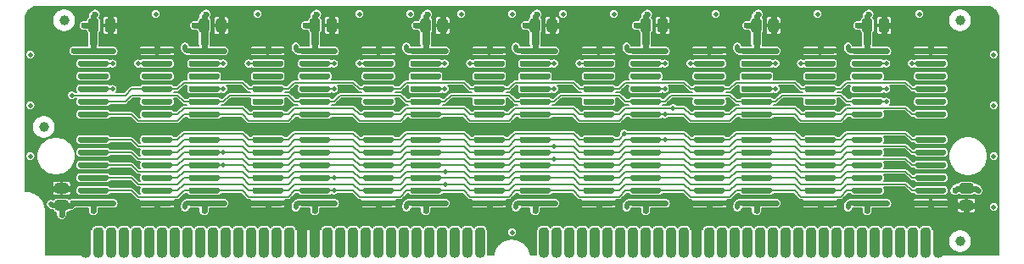
<source format=gtl>
G04 #@! TF.GenerationSoftware,KiCad,Pcbnew,(5.1.10-1-10_14)*
G04 #@! TF.CreationDate,2021-12-06T12:39:38-05:00*
G04 #@! TF.ProjectId,MacIIfxRAMSIMM,4d616349-4966-4785-9241-4d53494d4d2e,rev?*
G04 #@! TF.SameCoordinates,Original*
G04 #@! TF.FileFunction,Copper,L1,Top*
G04 #@! TF.FilePolarity,Positive*
%FSLAX46Y46*%
G04 Gerber Fmt 4.6, Leading zero omitted, Abs format (unit mm)*
G04 Created by KiCad (PCBNEW (5.1.10-1-10_14)) date 2021-12-06 12:39:38*
%MOMM*%
%LPD*%
G01*
G04 APERTURE LIST*
G04 #@! TA.AperFunction,ComponentPad*
%ADD10C,2.000000*%
G04 #@! TD*
G04 #@! TA.AperFunction,SMDPad,CuDef*
%ADD11C,1.000000*%
G04 #@! TD*
G04 #@! TA.AperFunction,ViaPad*
%ADD12C,0.600000*%
G04 #@! TD*
G04 #@! TA.AperFunction,ViaPad*
%ADD13C,0.500000*%
G04 #@! TD*
G04 #@! TA.AperFunction,ViaPad*
%ADD14C,0.508000*%
G04 #@! TD*
G04 #@! TA.AperFunction,Conductor*
%ADD15C,0.600000*%
G04 #@! TD*
G04 #@! TA.AperFunction,Conductor*
%ADD16C,0.500000*%
G04 #@! TD*
G04 #@! TA.AperFunction,Conductor*
%ADD17C,0.800000*%
G04 #@! TD*
G04 #@! TA.AperFunction,Conductor*
%ADD18C,0.150000*%
G04 #@! TD*
G04 #@! TA.AperFunction,Conductor*
%ADD19C,1.000000*%
G04 #@! TD*
G04 #@! TA.AperFunction,Conductor*
%ADD20C,0.154000*%
G04 #@! TD*
G04 #@! TA.AperFunction,Conductor*
%ADD21C,0.100000*%
G04 #@! TD*
G04 APERTURE END LIST*
G04 #@! TA.AperFunction,ComponentPad*
G36*
G01*
X77584300Y-127218440D02*
X77584300Y-125003560D01*
G75*
G02*
X78000860Y-124587000I416560J0D01*
G01*
X78209140Y-124587000D01*
G75*
G02*
X78625700Y-125003560I0J-416560D01*
G01*
X78625700Y-127218440D01*
G75*
G02*
X78209140Y-127635000I-416560J0D01*
G01*
X78000860Y-127635000D01*
G75*
G02*
X77584300Y-127218440I0J416560D01*
G01*
G37*
G04 #@! TD.AperFunction*
G04 #@! TA.AperFunction,ComponentPad*
G36*
G01*
X78854300Y-127218440D02*
X78854300Y-125003560D01*
G75*
G02*
X79270860Y-124587000I416560J0D01*
G01*
X79479140Y-124587000D01*
G75*
G02*
X79895700Y-125003560I0J-416560D01*
G01*
X79895700Y-127218440D01*
G75*
G02*
X79479140Y-127635000I-416560J0D01*
G01*
X79270860Y-127635000D01*
G75*
G02*
X78854300Y-127218440I0J416560D01*
G01*
G37*
G04 #@! TD.AperFunction*
G04 #@! TA.AperFunction,ComponentPad*
G36*
G01*
X80124300Y-127218440D02*
X80124300Y-125003560D01*
G75*
G02*
X80540860Y-124587000I416560J0D01*
G01*
X80749140Y-124587000D01*
G75*
G02*
X81165700Y-125003560I0J-416560D01*
G01*
X81165700Y-127218440D01*
G75*
G02*
X80749140Y-127635000I-416560J0D01*
G01*
X80540860Y-127635000D01*
G75*
G02*
X80124300Y-127218440I0J416560D01*
G01*
G37*
G04 #@! TD.AperFunction*
G04 #@! TA.AperFunction,ComponentPad*
G36*
G01*
X81394300Y-127218440D02*
X81394300Y-125003560D01*
G75*
G02*
X81810860Y-124587000I416560J0D01*
G01*
X82019140Y-124587000D01*
G75*
G02*
X82435700Y-125003560I0J-416560D01*
G01*
X82435700Y-127218440D01*
G75*
G02*
X82019140Y-127635000I-416560J0D01*
G01*
X81810860Y-127635000D01*
G75*
G02*
X81394300Y-127218440I0J416560D01*
G01*
G37*
G04 #@! TD.AperFunction*
G04 #@! TA.AperFunction,ComponentPad*
G36*
G01*
X82664300Y-127218440D02*
X82664300Y-125003560D01*
G75*
G02*
X83080860Y-124587000I416560J0D01*
G01*
X83289140Y-124587000D01*
G75*
G02*
X83705700Y-125003560I0J-416560D01*
G01*
X83705700Y-127218440D01*
G75*
G02*
X83289140Y-127635000I-416560J0D01*
G01*
X83080860Y-127635000D01*
G75*
G02*
X82664300Y-127218440I0J416560D01*
G01*
G37*
G04 #@! TD.AperFunction*
G04 #@! TA.AperFunction,ComponentPad*
G36*
G01*
X83934300Y-127218440D02*
X83934300Y-125003560D01*
G75*
G02*
X84350860Y-124587000I416560J0D01*
G01*
X84559140Y-124587000D01*
G75*
G02*
X84975700Y-125003560I0J-416560D01*
G01*
X84975700Y-127218440D01*
G75*
G02*
X84559140Y-127635000I-416560J0D01*
G01*
X84350860Y-127635000D01*
G75*
G02*
X83934300Y-127218440I0J416560D01*
G01*
G37*
G04 #@! TD.AperFunction*
G04 #@! TA.AperFunction,ComponentPad*
G36*
G01*
X85204300Y-127218440D02*
X85204300Y-125003560D01*
G75*
G02*
X85620860Y-124587000I416560J0D01*
G01*
X85829140Y-124587000D01*
G75*
G02*
X86245700Y-125003560I0J-416560D01*
G01*
X86245700Y-127218440D01*
G75*
G02*
X85829140Y-127635000I-416560J0D01*
G01*
X85620860Y-127635000D01*
G75*
G02*
X85204300Y-127218440I0J416560D01*
G01*
G37*
G04 #@! TD.AperFunction*
G04 #@! TA.AperFunction,ComponentPad*
G36*
G01*
X86474300Y-127218440D02*
X86474300Y-125003560D01*
G75*
G02*
X86890860Y-124587000I416560J0D01*
G01*
X87099140Y-124587000D01*
G75*
G02*
X87515700Y-125003560I0J-416560D01*
G01*
X87515700Y-127218440D01*
G75*
G02*
X87099140Y-127635000I-416560J0D01*
G01*
X86890860Y-127635000D01*
G75*
G02*
X86474300Y-127218440I0J416560D01*
G01*
G37*
G04 #@! TD.AperFunction*
G04 #@! TA.AperFunction,ComponentPad*
G36*
G01*
X87744300Y-127218440D02*
X87744300Y-125003560D01*
G75*
G02*
X88160860Y-124587000I416560J0D01*
G01*
X88369140Y-124587000D01*
G75*
G02*
X88785700Y-125003560I0J-416560D01*
G01*
X88785700Y-127218440D01*
G75*
G02*
X88369140Y-127635000I-416560J0D01*
G01*
X88160860Y-127635000D01*
G75*
G02*
X87744300Y-127218440I0J416560D01*
G01*
G37*
G04 #@! TD.AperFunction*
G04 #@! TA.AperFunction,ComponentPad*
G36*
G01*
X89014300Y-127218440D02*
X89014300Y-125003560D01*
G75*
G02*
X89430860Y-124587000I416560J0D01*
G01*
X89639140Y-124587000D01*
G75*
G02*
X90055700Y-125003560I0J-416560D01*
G01*
X90055700Y-127218440D01*
G75*
G02*
X89639140Y-127635000I-416560J0D01*
G01*
X89430860Y-127635000D01*
G75*
G02*
X89014300Y-127218440I0J416560D01*
G01*
G37*
G04 #@! TD.AperFunction*
G04 #@! TA.AperFunction,ComponentPad*
G36*
G01*
X90284300Y-127218440D02*
X90284300Y-125003560D01*
G75*
G02*
X90700860Y-124587000I416560J0D01*
G01*
X90909140Y-124587000D01*
G75*
G02*
X91325700Y-125003560I0J-416560D01*
G01*
X91325700Y-127218440D01*
G75*
G02*
X90909140Y-127635000I-416560J0D01*
G01*
X90700860Y-127635000D01*
G75*
G02*
X90284300Y-127218440I0J416560D01*
G01*
G37*
G04 #@! TD.AperFunction*
G04 #@! TA.AperFunction,ComponentPad*
G36*
G01*
X91554300Y-127218440D02*
X91554300Y-125003560D01*
G75*
G02*
X91970860Y-124587000I416560J0D01*
G01*
X92179140Y-124587000D01*
G75*
G02*
X92595700Y-125003560I0J-416560D01*
G01*
X92595700Y-127218440D01*
G75*
G02*
X92179140Y-127635000I-416560J0D01*
G01*
X91970860Y-127635000D01*
G75*
G02*
X91554300Y-127218440I0J416560D01*
G01*
G37*
G04 #@! TD.AperFunction*
G04 #@! TA.AperFunction,ComponentPad*
G36*
G01*
X92824300Y-127218440D02*
X92824300Y-125003560D01*
G75*
G02*
X93240860Y-124587000I416560J0D01*
G01*
X93449140Y-124587000D01*
G75*
G02*
X93865700Y-125003560I0J-416560D01*
G01*
X93865700Y-127218440D01*
G75*
G02*
X93449140Y-127635000I-416560J0D01*
G01*
X93240860Y-127635000D01*
G75*
G02*
X92824300Y-127218440I0J416560D01*
G01*
G37*
G04 #@! TD.AperFunction*
G04 #@! TA.AperFunction,ComponentPad*
G36*
G01*
X94094300Y-127218440D02*
X94094300Y-125003560D01*
G75*
G02*
X94510860Y-124587000I416560J0D01*
G01*
X94719140Y-124587000D01*
G75*
G02*
X95135700Y-125003560I0J-416560D01*
G01*
X95135700Y-127218440D01*
G75*
G02*
X94719140Y-127635000I-416560J0D01*
G01*
X94510860Y-127635000D01*
G75*
G02*
X94094300Y-127218440I0J416560D01*
G01*
G37*
G04 #@! TD.AperFunction*
G04 #@! TA.AperFunction,ComponentPad*
G36*
G01*
X95364300Y-127218440D02*
X95364300Y-125003560D01*
G75*
G02*
X95780860Y-124587000I416560J0D01*
G01*
X95989140Y-124587000D01*
G75*
G02*
X96405700Y-125003560I0J-416560D01*
G01*
X96405700Y-127218440D01*
G75*
G02*
X95989140Y-127635000I-416560J0D01*
G01*
X95780860Y-127635000D01*
G75*
G02*
X95364300Y-127218440I0J416560D01*
G01*
G37*
G04 #@! TD.AperFunction*
G04 #@! TA.AperFunction,ComponentPad*
G36*
G01*
X96634300Y-127218440D02*
X96634300Y-125003560D01*
G75*
G02*
X97050860Y-124587000I416560J0D01*
G01*
X97259140Y-124587000D01*
G75*
G02*
X97675700Y-125003560I0J-416560D01*
G01*
X97675700Y-127218440D01*
G75*
G02*
X97259140Y-127635000I-416560J0D01*
G01*
X97050860Y-127635000D01*
G75*
G02*
X96634300Y-127218440I0J416560D01*
G01*
G37*
G04 #@! TD.AperFunction*
G04 #@! TA.AperFunction,ComponentPad*
G36*
G01*
X97904300Y-127218440D02*
X97904300Y-125003560D01*
G75*
G02*
X98320860Y-124587000I416560J0D01*
G01*
X98529140Y-124587000D01*
G75*
G02*
X98945700Y-125003560I0J-416560D01*
G01*
X98945700Y-127218440D01*
G75*
G02*
X98529140Y-127635000I-416560J0D01*
G01*
X98320860Y-127635000D01*
G75*
G02*
X97904300Y-127218440I0J416560D01*
G01*
G37*
G04 #@! TD.AperFunction*
G04 #@! TA.AperFunction,ComponentPad*
G36*
G01*
X99174300Y-127218440D02*
X99174300Y-125003560D01*
G75*
G02*
X99590860Y-124587000I416560J0D01*
G01*
X99799140Y-124587000D01*
G75*
G02*
X100215700Y-125003560I0J-416560D01*
G01*
X100215700Y-127218440D01*
G75*
G02*
X99799140Y-127635000I-416560J0D01*
G01*
X99590860Y-127635000D01*
G75*
G02*
X99174300Y-127218440I0J416560D01*
G01*
G37*
G04 #@! TD.AperFunction*
G04 #@! TA.AperFunction,ComponentPad*
G36*
G01*
X100444300Y-127218440D02*
X100444300Y-125003560D01*
G75*
G02*
X100860860Y-124587000I416560J0D01*
G01*
X101069140Y-124587000D01*
G75*
G02*
X101485700Y-125003560I0J-416560D01*
G01*
X101485700Y-127218440D01*
G75*
G02*
X101069140Y-127635000I-416560J0D01*
G01*
X100860860Y-127635000D01*
G75*
G02*
X100444300Y-127218440I0J416560D01*
G01*
G37*
G04 #@! TD.AperFunction*
G04 #@! TA.AperFunction,ComponentPad*
G36*
G01*
X101714300Y-127218440D02*
X101714300Y-125003560D01*
G75*
G02*
X102130860Y-124587000I416560J0D01*
G01*
X102339140Y-124587000D01*
G75*
G02*
X102755700Y-125003560I0J-416560D01*
G01*
X102755700Y-127218440D01*
G75*
G02*
X102339140Y-127635000I-416560J0D01*
G01*
X102130860Y-127635000D01*
G75*
G02*
X101714300Y-127218440I0J416560D01*
G01*
G37*
G04 #@! TD.AperFunction*
G04 #@! TA.AperFunction,ComponentPad*
G36*
G01*
X102984300Y-127218440D02*
X102984300Y-125003560D01*
G75*
G02*
X103400860Y-124587000I416560J0D01*
G01*
X103609140Y-124587000D01*
G75*
G02*
X104025700Y-125003560I0J-416560D01*
G01*
X104025700Y-127218440D01*
G75*
G02*
X103609140Y-127635000I-416560J0D01*
G01*
X103400860Y-127635000D01*
G75*
G02*
X102984300Y-127218440I0J416560D01*
G01*
G37*
G04 #@! TD.AperFunction*
G04 #@! TA.AperFunction,ComponentPad*
G36*
G01*
X104254300Y-127218440D02*
X104254300Y-125003560D01*
G75*
G02*
X104670860Y-124587000I416560J0D01*
G01*
X104879140Y-124587000D01*
G75*
G02*
X105295700Y-125003560I0J-416560D01*
G01*
X105295700Y-127218440D01*
G75*
G02*
X104879140Y-127635000I-416560J0D01*
G01*
X104670860Y-127635000D01*
G75*
G02*
X104254300Y-127218440I0J416560D01*
G01*
G37*
G04 #@! TD.AperFunction*
G04 #@! TA.AperFunction,ComponentPad*
G36*
G01*
X105524300Y-127218440D02*
X105524300Y-125003560D01*
G75*
G02*
X105940860Y-124587000I416560J0D01*
G01*
X106149140Y-124587000D01*
G75*
G02*
X106565700Y-125003560I0J-416560D01*
G01*
X106565700Y-127218440D01*
G75*
G02*
X106149140Y-127635000I-416560J0D01*
G01*
X105940860Y-127635000D01*
G75*
G02*
X105524300Y-127218440I0J416560D01*
G01*
G37*
G04 #@! TD.AperFunction*
G04 #@! TA.AperFunction,ComponentPad*
G36*
G01*
X106794300Y-127218440D02*
X106794300Y-125003560D01*
G75*
G02*
X107210860Y-124587000I416560J0D01*
G01*
X107419140Y-124587000D01*
G75*
G02*
X107835700Y-125003560I0J-416560D01*
G01*
X107835700Y-127218440D01*
G75*
G02*
X107419140Y-127635000I-416560J0D01*
G01*
X107210860Y-127635000D01*
G75*
G02*
X106794300Y-127218440I0J416560D01*
G01*
G37*
G04 #@! TD.AperFunction*
G04 #@! TA.AperFunction,ComponentPad*
G36*
G01*
X108064300Y-127218440D02*
X108064300Y-125003560D01*
G75*
G02*
X108480860Y-124587000I416560J0D01*
G01*
X108689140Y-124587000D01*
G75*
G02*
X109105700Y-125003560I0J-416560D01*
G01*
X109105700Y-127218440D01*
G75*
G02*
X108689140Y-127635000I-416560J0D01*
G01*
X108480860Y-127635000D01*
G75*
G02*
X108064300Y-127218440I0J416560D01*
G01*
G37*
G04 #@! TD.AperFunction*
G04 #@! TA.AperFunction,ComponentPad*
G36*
G01*
X109334300Y-127218440D02*
X109334300Y-125003560D01*
G75*
G02*
X109750860Y-124587000I416560J0D01*
G01*
X109959140Y-124587000D01*
G75*
G02*
X110375700Y-125003560I0J-416560D01*
G01*
X110375700Y-127218440D01*
G75*
G02*
X109959140Y-127635000I-416560J0D01*
G01*
X109750860Y-127635000D01*
G75*
G02*
X109334300Y-127218440I0J416560D01*
G01*
G37*
G04 #@! TD.AperFunction*
G04 #@! TA.AperFunction,ComponentPad*
G36*
G01*
X110604300Y-127218440D02*
X110604300Y-125003560D01*
G75*
G02*
X111020860Y-124587000I416560J0D01*
G01*
X111229140Y-124587000D01*
G75*
G02*
X111645700Y-125003560I0J-416560D01*
G01*
X111645700Y-127218440D01*
G75*
G02*
X111229140Y-127635000I-416560J0D01*
G01*
X111020860Y-127635000D01*
G75*
G02*
X110604300Y-127218440I0J416560D01*
G01*
G37*
G04 #@! TD.AperFunction*
G04 #@! TA.AperFunction,ComponentPad*
G36*
G01*
X111874300Y-127218440D02*
X111874300Y-125003560D01*
G75*
G02*
X112290860Y-124587000I416560J0D01*
G01*
X112499140Y-124587000D01*
G75*
G02*
X112915700Y-125003560I0J-416560D01*
G01*
X112915700Y-127218440D01*
G75*
G02*
X112499140Y-127635000I-416560J0D01*
G01*
X112290860Y-127635000D01*
G75*
G02*
X111874300Y-127218440I0J416560D01*
G01*
G37*
G04 #@! TD.AperFunction*
G04 #@! TA.AperFunction,ComponentPad*
G36*
G01*
X113144300Y-127218440D02*
X113144300Y-125003560D01*
G75*
G02*
X113560860Y-124587000I416560J0D01*
G01*
X113769140Y-124587000D01*
G75*
G02*
X114185700Y-125003560I0J-416560D01*
G01*
X114185700Y-127218440D01*
G75*
G02*
X113769140Y-127635000I-416560J0D01*
G01*
X113560860Y-127635000D01*
G75*
G02*
X113144300Y-127218440I0J416560D01*
G01*
G37*
G04 #@! TD.AperFunction*
G04 #@! TA.AperFunction,ComponentPad*
G36*
G01*
X114414300Y-127218440D02*
X114414300Y-125003560D01*
G75*
G02*
X114830860Y-124587000I416560J0D01*
G01*
X115039140Y-124587000D01*
G75*
G02*
X115455700Y-125003560I0J-416560D01*
G01*
X115455700Y-127218440D01*
G75*
G02*
X115039140Y-127635000I-416560J0D01*
G01*
X114830860Y-127635000D01*
G75*
G02*
X114414300Y-127218440I0J416560D01*
G01*
G37*
G04 #@! TD.AperFunction*
G04 #@! TA.AperFunction,ComponentPad*
G36*
G01*
X115684300Y-127218440D02*
X115684300Y-125003560D01*
G75*
G02*
X116100860Y-124587000I416560J0D01*
G01*
X116309140Y-124587000D01*
G75*
G02*
X116725700Y-125003560I0J-416560D01*
G01*
X116725700Y-127218440D01*
G75*
G02*
X116309140Y-127635000I-416560J0D01*
G01*
X116100860Y-127635000D01*
G75*
G02*
X115684300Y-127218440I0J416560D01*
G01*
G37*
G04 #@! TD.AperFunction*
G04 #@! TA.AperFunction,ComponentPad*
G36*
G01*
X116954300Y-127218440D02*
X116954300Y-125003560D01*
G75*
G02*
X117370860Y-124587000I416560J0D01*
G01*
X117579140Y-124587000D01*
G75*
G02*
X117995700Y-125003560I0J-416560D01*
G01*
X117995700Y-127218440D01*
G75*
G02*
X117579140Y-127635000I-416560J0D01*
G01*
X117370860Y-127635000D01*
G75*
G02*
X116954300Y-127218440I0J416560D01*
G01*
G37*
G04 #@! TD.AperFunction*
G04 #@! TA.AperFunction,ComponentPad*
G36*
G01*
X123304300Y-127218440D02*
X123304300Y-125003560D01*
G75*
G02*
X123720860Y-124587000I416560J0D01*
G01*
X123929140Y-124587000D01*
G75*
G02*
X124345700Y-125003560I0J-416560D01*
G01*
X124345700Y-127218440D01*
G75*
G02*
X123929140Y-127635000I-416560J0D01*
G01*
X123720860Y-127635000D01*
G75*
G02*
X123304300Y-127218440I0J416560D01*
G01*
G37*
G04 #@! TD.AperFunction*
G04 #@! TA.AperFunction,ComponentPad*
G36*
G01*
X124574300Y-127218440D02*
X124574300Y-125003560D01*
G75*
G02*
X124990860Y-124587000I416560J0D01*
G01*
X125199140Y-124587000D01*
G75*
G02*
X125615700Y-125003560I0J-416560D01*
G01*
X125615700Y-127218440D01*
G75*
G02*
X125199140Y-127635000I-416560J0D01*
G01*
X124990860Y-127635000D01*
G75*
G02*
X124574300Y-127218440I0J416560D01*
G01*
G37*
G04 #@! TD.AperFunction*
G04 #@! TA.AperFunction,ComponentPad*
G36*
G01*
X125844300Y-127218440D02*
X125844300Y-125003560D01*
G75*
G02*
X126260860Y-124587000I416560J0D01*
G01*
X126469140Y-124587000D01*
G75*
G02*
X126885700Y-125003560I0J-416560D01*
G01*
X126885700Y-127218440D01*
G75*
G02*
X126469140Y-127635000I-416560J0D01*
G01*
X126260860Y-127635000D01*
G75*
G02*
X125844300Y-127218440I0J416560D01*
G01*
G37*
G04 #@! TD.AperFunction*
G04 #@! TA.AperFunction,ComponentPad*
G36*
G01*
X127114300Y-127218440D02*
X127114300Y-125003560D01*
G75*
G02*
X127530860Y-124587000I416560J0D01*
G01*
X127739140Y-124587000D01*
G75*
G02*
X128155700Y-125003560I0J-416560D01*
G01*
X128155700Y-127218440D01*
G75*
G02*
X127739140Y-127635000I-416560J0D01*
G01*
X127530860Y-127635000D01*
G75*
G02*
X127114300Y-127218440I0J416560D01*
G01*
G37*
G04 #@! TD.AperFunction*
G04 #@! TA.AperFunction,ComponentPad*
G36*
G01*
X128384300Y-127218440D02*
X128384300Y-125003560D01*
G75*
G02*
X128800860Y-124587000I416560J0D01*
G01*
X129009140Y-124587000D01*
G75*
G02*
X129425700Y-125003560I0J-416560D01*
G01*
X129425700Y-127218440D01*
G75*
G02*
X129009140Y-127635000I-416560J0D01*
G01*
X128800860Y-127635000D01*
G75*
G02*
X128384300Y-127218440I0J416560D01*
G01*
G37*
G04 #@! TD.AperFunction*
G04 #@! TA.AperFunction,ComponentPad*
G36*
G01*
X129654300Y-127218440D02*
X129654300Y-125003560D01*
G75*
G02*
X130070860Y-124587000I416560J0D01*
G01*
X130279140Y-124587000D01*
G75*
G02*
X130695700Y-125003560I0J-416560D01*
G01*
X130695700Y-127218440D01*
G75*
G02*
X130279140Y-127635000I-416560J0D01*
G01*
X130070860Y-127635000D01*
G75*
G02*
X129654300Y-127218440I0J416560D01*
G01*
G37*
G04 #@! TD.AperFunction*
G04 #@! TA.AperFunction,ComponentPad*
G36*
G01*
X130924300Y-127218440D02*
X130924300Y-125003560D01*
G75*
G02*
X131340860Y-124587000I416560J0D01*
G01*
X131549140Y-124587000D01*
G75*
G02*
X131965700Y-125003560I0J-416560D01*
G01*
X131965700Y-127218440D01*
G75*
G02*
X131549140Y-127635000I-416560J0D01*
G01*
X131340860Y-127635000D01*
G75*
G02*
X130924300Y-127218440I0J416560D01*
G01*
G37*
G04 #@! TD.AperFunction*
G04 #@! TA.AperFunction,ComponentPad*
G36*
G01*
X132194300Y-127218440D02*
X132194300Y-125003560D01*
G75*
G02*
X132610860Y-124587000I416560J0D01*
G01*
X132819140Y-124587000D01*
G75*
G02*
X133235700Y-125003560I0J-416560D01*
G01*
X133235700Y-127218440D01*
G75*
G02*
X132819140Y-127635000I-416560J0D01*
G01*
X132610860Y-127635000D01*
G75*
G02*
X132194300Y-127218440I0J416560D01*
G01*
G37*
G04 #@! TD.AperFunction*
G04 #@! TA.AperFunction,ComponentPad*
G36*
G01*
X133464300Y-127218440D02*
X133464300Y-125003560D01*
G75*
G02*
X133880860Y-124587000I416560J0D01*
G01*
X134089140Y-124587000D01*
G75*
G02*
X134505700Y-125003560I0J-416560D01*
G01*
X134505700Y-127218440D01*
G75*
G02*
X134089140Y-127635000I-416560J0D01*
G01*
X133880860Y-127635000D01*
G75*
G02*
X133464300Y-127218440I0J416560D01*
G01*
G37*
G04 #@! TD.AperFunction*
G04 #@! TA.AperFunction,ComponentPad*
G36*
G01*
X134734300Y-127218440D02*
X134734300Y-125003560D01*
G75*
G02*
X135150860Y-124587000I416560J0D01*
G01*
X135359140Y-124587000D01*
G75*
G02*
X135775700Y-125003560I0J-416560D01*
G01*
X135775700Y-127218440D01*
G75*
G02*
X135359140Y-127635000I-416560J0D01*
G01*
X135150860Y-127635000D01*
G75*
G02*
X134734300Y-127218440I0J416560D01*
G01*
G37*
G04 #@! TD.AperFunction*
G04 #@! TA.AperFunction,ComponentPad*
G36*
G01*
X136004300Y-127218440D02*
X136004300Y-125003560D01*
G75*
G02*
X136420860Y-124587000I416560J0D01*
G01*
X136629140Y-124587000D01*
G75*
G02*
X137045700Y-125003560I0J-416560D01*
G01*
X137045700Y-127218440D01*
G75*
G02*
X136629140Y-127635000I-416560J0D01*
G01*
X136420860Y-127635000D01*
G75*
G02*
X136004300Y-127218440I0J416560D01*
G01*
G37*
G04 #@! TD.AperFunction*
G04 #@! TA.AperFunction,ComponentPad*
G36*
G01*
X137274300Y-127218440D02*
X137274300Y-125003560D01*
G75*
G02*
X137690860Y-124587000I416560J0D01*
G01*
X137899140Y-124587000D01*
G75*
G02*
X138315700Y-125003560I0J-416560D01*
G01*
X138315700Y-127218440D01*
G75*
G02*
X137899140Y-127635000I-416560J0D01*
G01*
X137690860Y-127635000D01*
G75*
G02*
X137274300Y-127218440I0J416560D01*
G01*
G37*
G04 #@! TD.AperFunction*
G04 #@! TA.AperFunction,ComponentPad*
G36*
G01*
X138544300Y-127218440D02*
X138544300Y-125003560D01*
G75*
G02*
X138960860Y-124587000I416560J0D01*
G01*
X139169140Y-124587000D01*
G75*
G02*
X139585700Y-125003560I0J-416560D01*
G01*
X139585700Y-127218440D01*
G75*
G02*
X139169140Y-127635000I-416560J0D01*
G01*
X138960860Y-127635000D01*
G75*
G02*
X138544300Y-127218440I0J416560D01*
G01*
G37*
G04 #@! TD.AperFunction*
G04 #@! TA.AperFunction,ComponentPad*
G36*
G01*
X139814300Y-127218440D02*
X139814300Y-125003560D01*
G75*
G02*
X140230860Y-124587000I416560J0D01*
G01*
X140439140Y-124587000D01*
G75*
G02*
X140855700Y-125003560I0J-416560D01*
G01*
X140855700Y-127218440D01*
G75*
G02*
X140439140Y-127635000I-416560J0D01*
G01*
X140230860Y-127635000D01*
G75*
G02*
X139814300Y-127218440I0J416560D01*
G01*
G37*
G04 #@! TD.AperFunction*
G04 #@! TA.AperFunction,ComponentPad*
G36*
G01*
X141084300Y-127218440D02*
X141084300Y-125003560D01*
G75*
G02*
X141500860Y-124587000I416560J0D01*
G01*
X141709140Y-124587000D01*
G75*
G02*
X142125700Y-125003560I0J-416560D01*
G01*
X142125700Y-127218440D01*
G75*
G02*
X141709140Y-127635000I-416560J0D01*
G01*
X141500860Y-127635000D01*
G75*
G02*
X141084300Y-127218440I0J416560D01*
G01*
G37*
G04 #@! TD.AperFunction*
G04 #@! TA.AperFunction,ComponentPad*
G36*
G01*
X142354300Y-127218440D02*
X142354300Y-125003560D01*
G75*
G02*
X142770860Y-124587000I416560J0D01*
G01*
X142979140Y-124587000D01*
G75*
G02*
X143395700Y-125003560I0J-416560D01*
G01*
X143395700Y-127218440D01*
G75*
G02*
X142979140Y-127635000I-416560J0D01*
G01*
X142770860Y-127635000D01*
G75*
G02*
X142354300Y-127218440I0J416560D01*
G01*
G37*
G04 #@! TD.AperFunction*
G04 #@! TA.AperFunction,ComponentPad*
G36*
G01*
X143624300Y-127218440D02*
X143624300Y-125003560D01*
G75*
G02*
X144040860Y-124587000I416560J0D01*
G01*
X144249140Y-124587000D01*
G75*
G02*
X144665700Y-125003560I0J-416560D01*
G01*
X144665700Y-127218440D01*
G75*
G02*
X144249140Y-127635000I-416560J0D01*
G01*
X144040860Y-127635000D01*
G75*
G02*
X143624300Y-127218440I0J416560D01*
G01*
G37*
G04 #@! TD.AperFunction*
G04 #@! TA.AperFunction,ComponentPad*
G36*
G01*
X144894300Y-127218440D02*
X144894300Y-125003560D01*
G75*
G02*
X145310860Y-124587000I416560J0D01*
G01*
X145519140Y-124587000D01*
G75*
G02*
X145935700Y-125003560I0J-416560D01*
G01*
X145935700Y-127218440D01*
G75*
G02*
X145519140Y-127635000I-416560J0D01*
G01*
X145310860Y-127635000D01*
G75*
G02*
X144894300Y-127218440I0J416560D01*
G01*
G37*
G04 #@! TD.AperFunction*
G04 #@! TA.AperFunction,ComponentPad*
G36*
G01*
X146164300Y-127218440D02*
X146164300Y-125003560D01*
G75*
G02*
X146580860Y-124587000I416560J0D01*
G01*
X146789140Y-124587000D01*
G75*
G02*
X147205700Y-125003560I0J-416560D01*
G01*
X147205700Y-127218440D01*
G75*
G02*
X146789140Y-127635000I-416560J0D01*
G01*
X146580860Y-127635000D01*
G75*
G02*
X146164300Y-127218440I0J416560D01*
G01*
G37*
G04 #@! TD.AperFunction*
G04 #@! TA.AperFunction,ComponentPad*
G36*
G01*
X147434300Y-127218440D02*
X147434300Y-125003560D01*
G75*
G02*
X147850860Y-124587000I416560J0D01*
G01*
X148059140Y-124587000D01*
G75*
G02*
X148475700Y-125003560I0J-416560D01*
G01*
X148475700Y-127218440D01*
G75*
G02*
X148059140Y-127635000I-416560J0D01*
G01*
X147850860Y-127635000D01*
G75*
G02*
X147434300Y-127218440I0J416560D01*
G01*
G37*
G04 #@! TD.AperFunction*
G04 #@! TA.AperFunction,ComponentPad*
G36*
G01*
X148704300Y-127218440D02*
X148704300Y-125003560D01*
G75*
G02*
X149120860Y-124587000I416560J0D01*
G01*
X149329140Y-124587000D01*
G75*
G02*
X149745700Y-125003560I0J-416560D01*
G01*
X149745700Y-127218440D01*
G75*
G02*
X149329140Y-127635000I-416560J0D01*
G01*
X149120860Y-127635000D01*
G75*
G02*
X148704300Y-127218440I0J416560D01*
G01*
G37*
G04 #@! TD.AperFunction*
G04 #@! TA.AperFunction,ComponentPad*
G36*
G01*
X149974300Y-127218440D02*
X149974300Y-125003560D01*
G75*
G02*
X150390860Y-124587000I416560J0D01*
G01*
X150599140Y-124587000D01*
G75*
G02*
X151015700Y-125003560I0J-416560D01*
G01*
X151015700Y-127218440D01*
G75*
G02*
X150599140Y-127635000I-416560J0D01*
G01*
X150390860Y-127635000D01*
G75*
G02*
X149974300Y-127218440I0J416560D01*
G01*
G37*
G04 #@! TD.AperFunction*
G04 #@! TA.AperFunction,ComponentPad*
G36*
G01*
X151244300Y-127218440D02*
X151244300Y-125003560D01*
G75*
G02*
X151660860Y-124587000I416560J0D01*
G01*
X151869140Y-124587000D01*
G75*
G02*
X152285700Y-125003560I0J-416560D01*
G01*
X152285700Y-127218440D01*
G75*
G02*
X151869140Y-127635000I-416560J0D01*
G01*
X151660860Y-127635000D01*
G75*
G02*
X151244300Y-127218440I0J416560D01*
G01*
G37*
G04 #@! TD.AperFunction*
G04 #@! TA.AperFunction,ComponentPad*
G36*
G01*
X152514300Y-127218440D02*
X152514300Y-125003560D01*
G75*
G02*
X152930860Y-124587000I416560J0D01*
G01*
X153139140Y-124587000D01*
G75*
G02*
X153555700Y-125003560I0J-416560D01*
G01*
X153555700Y-127218440D01*
G75*
G02*
X153139140Y-127635000I-416560J0D01*
G01*
X152930860Y-127635000D01*
G75*
G02*
X152514300Y-127218440I0J416560D01*
G01*
G37*
G04 #@! TD.AperFunction*
G04 #@! TA.AperFunction,ComponentPad*
G36*
G01*
X153784300Y-127218440D02*
X153784300Y-125003560D01*
G75*
G02*
X154200860Y-124587000I416560J0D01*
G01*
X154409140Y-124587000D01*
G75*
G02*
X154825700Y-125003560I0J-416560D01*
G01*
X154825700Y-127218440D01*
G75*
G02*
X154409140Y-127635000I-416560J0D01*
G01*
X154200860Y-127635000D01*
G75*
G02*
X153784300Y-127218440I0J416560D01*
G01*
G37*
G04 #@! TD.AperFunction*
G04 #@! TA.AperFunction,ComponentPad*
G36*
G01*
X155054300Y-127218440D02*
X155054300Y-125003560D01*
G75*
G02*
X155470860Y-124587000I416560J0D01*
G01*
X155679140Y-124587000D01*
G75*
G02*
X156095700Y-125003560I0J-416560D01*
G01*
X156095700Y-127218440D01*
G75*
G02*
X155679140Y-127635000I-416560J0D01*
G01*
X155470860Y-127635000D01*
G75*
G02*
X155054300Y-127218440I0J416560D01*
G01*
G37*
G04 #@! TD.AperFunction*
G04 #@! TA.AperFunction,ComponentPad*
G36*
G01*
X156324300Y-127218440D02*
X156324300Y-125003560D01*
G75*
G02*
X156740860Y-124587000I416560J0D01*
G01*
X156949140Y-124587000D01*
G75*
G02*
X157365700Y-125003560I0J-416560D01*
G01*
X157365700Y-127218440D01*
G75*
G02*
X156949140Y-127635000I-416560J0D01*
G01*
X156740860Y-127635000D01*
G75*
G02*
X156324300Y-127218440I0J416560D01*
G01*
G37*
G04 #@! TD.AperFunction*
G04 #@! TA.AperFunction,ComponentPad*
G36*
G01*
X157594300Y-127218440D02*
X157594300Y-125003560D01*
G75*
G02*
X158010860Y-124587000I416560J0D01*
G01*
X158219140Y-124587000D01*
G75*
G02*
X158635700Y-125003560I0J-416560D01*
G01*
X158635700Y-127218440D01*
G75*
G02*
X158219140Y-127635000I-416560J0D01*
G01*
X158010860Y-127635000D01*
G75*
G02*
X157594300Y-127218440I0J416560D01*
G01*
G37*
G04 #@! TD.AperFunction*
G04 #@! TA.AperFunction,ComponentPad*
G36*
G01*
X158864300Y-127218440D02*
X158864300Y-125003560D01*
G75*
G02*
X159280860Y-124587000I416560J0D01*
G01*
X159489140Y-124587000D01*
G75*
G02*
X159905700Y-125003560I0J-416560D01*
G01*
X159905700Y-127218440D01*
G75*
G02*
X159489140Y-127635000I-416560J0D01*
G01*
X159280860Y-127635000D01*
G75*
G02*
X158864300Y-127218440I0J416560D01*
G01*
G37*
G04 #@! TD.AperFunction*
G04 #@! TA.AperFunction,ComponentPad*
G36*
G01*
X160134300Y-127218440D02*
X160134300Y-125003560D01*
G75*
G02*
X160550860Y-124587000I416560J0D01*
G01*
X160759140Y-124587000D01*
G75*
G02*
X161175700Y-125003560I0J-416560D01*
G01*
X161175700Y-127218440D01*
G75*
G02*
X160759140Y-127635000I-416560J0D01*
G01*
X160550860Y-127635000D01*
G75*
G02*
X160134300Y-127218440I0J416560D01*
G01*
G37*
G04 #@! TD.AperFunction*
G04 #@! TA.AperFunction,ComponentPad*
G36*
G01*
X161404300Y-127218440D02*
X161404300Y-125003560D01*
G75*
G02*
X161820860Y-124587000I416560J0D01*
G01*
X162029140Y-124587000D01*
G75*
G02*
X162445700Y-125003560I0J-416560D01*
G01*
X162445700Y-127218440D01*
G75*
G02*
X162029140Y-127635000I-416560J0D01*
G01*
X161820860Y-127635000D01*
G75*
G02*
X161404300Y-127218440I0J416560D01*
G01*
G37*
G04 #@! TD.AperFunction*
G04 #@! TA.AperFunction,ComponentPad*
G36*
G01*
X162674300Y-127218440D02*
X162674300Y-125003560D01*
G75*
G02*
X163090860Y-124587000I416560J0D01*
G01*
X163299140Y-124587000D01*
G75*
G02*
X163715700Y-125003560I0J-416560D01*
G01*
X163715700Y-127218440D01*
G75*
G02*
X163299140Y-127635000I-416560J0D01*
G01*
X163090860Y-127635000D01*
G75*
G02*
X162674300Y-127218440I0J416560D01*
G01*
G37*
G04 #@! TD.AperFunction*
G04 #@! TA.AperFunction,SMDPad,CuDef*
G36*
G01*
X154559000Y-115974000D02*
X154559000Y-115674000D01*
G75*
G02*
X154709000Y-115524000I150000J0D01*
G01*
X157457000Y-115524000D01*
G75*
G02*
X157607000Y-115674000I0J-150000D01*
G01*
X157607000Y-115974000D01*
G75*
G02*
X157457000Y-116124000I-150000J0D01*
G01*
X154709000Y-116124000D01*
G75*
G02*
X154559000Y-115974000I0J150000D01*
G01*
G37*
G04 #@! TD.AperFunction*
G04 #@! TA.AperFunction,SMDPad,CuDef*
G36*
G01*
X160909000Y-115974000D02*
X160909000Y-115674000D01*
G75*
G02*
X161059000Y-115524000I150000J0D01*
G01*
X163807000Y-115524000D01*
G75*
G02*
X163957000Y-115674000I0J-150000D01*
G01*
X163957000Y-115974000D01*
G75*
G02*
X163807000Y-116124000I-150000J0D01*
G01*
X161059000Y-116124000D01*
G75*
G02*
X160909000Y-115974000I0J150000D01*
G01*
G37*
G04 #@! TD.AperFunction*
G04 #@! TA.AperFunction,SMDPad,CuDef*
G36*
G01*
X154559000Y-113434000D02*
X154559000Y-113134000D01*
G75*
G02*
X154709000Y-112984000I150000J0D01*
G01*
X157457000Y-112984000D01*
G75*
G02*
X157607000Y-113134000I0J-150000D01*
G01*
X157607000Y-113434000D01*
G75*
G02*
X157457000Y-113584000I-150000J0D01*
G01*
X154709000Y-113584000D01*
G75*
G02*
X154559000Y-113434000I0J150000D01*
G01*
G37*
G04 #@! TD.AperFunction*
G04 #@! TA.AperFunction,SMDPad,CuDef*
G36*
G01*
X160909000Y-113434000D02*
X160909000Y-113134000D01*
G75*
G02*
X161059000Y-112984000I150000J0D01*
G01*
X163807000Y-112984000D01*
G75*
G02*
X163957000Y-113134000I0J-150000D01*
G01*
X163957000Y-113434000D01*
G75*
G02*
X163807000Y-113584000I-150000J0D01*
G01*
X161059000Y-113584000D01*
G75*
G02*
X160909000Y-113434000I0J150000D01*
G01*
G37*
G04 #@! TD.AperFunction*
G04 #@! TA.AperFunction,SMDPad,CuDef*
G36*
G01*
X154559000Y-107084000D02*
X154559000Y-106784000D01*
G75*
G02*
X154709000Y-106634000I150000J0D01*
G01*
X157457000Y-106634000D01*
G75*
G02*
X157607000Y-106784000I0J-150000D01*
G01*
X157607000Y-107084000D01*
G75*
G02*
X157457000Y-107234000I-150000J0D01*
G01*
X154709000Y-107234000D01*
G75*
G02*
X154559000Y-107084000I0J150000D01*
G01*
G37*
G04 #@! TD.AperFunction*
G04 #@! TA.AperFunction,SMDPad,CuDef*
G36*
G01*
X154559000Y-108354000D02*
X154559000Y-108054000D01*
G75*
G02*
X154709000Y-107904000I150000J0D01*
G01*
X157457000Y-107904000D01*
G75*
G02*
X157607000Y-108054000I0J-150000D01*
G01*
X157607000Y-108354000D01*
G75*
G02*
X157457000Y-108504000I-150000J0D01*
G01*
X154709000Y-108504000D01*
G75*
G02*
X154559000Y-108354000I0J150000D01*
G01*
G37*
G04 #@! TD.AperFunction*
G04 #@! TA.AperFunction,SMDPad,CuDef*
G36*
G01*
X154559000Y-109624000D02*
X154559000Y-109324000D01*
G75*
G02*
X154709000Y-109174000I150000J0D01*
G01*
X157457000Y-109174000D01*
G75*
G02*
X157607000Y-109324000I0J-150000D01*
G01*
X157607000Y-109624000D01*
G75*
G02*
X157457000Y-109774000I-150000J0D01*
G01*
X154709000Y-109774000D01*
G75*
G02*
X154559000Y-109624000I0J150000D01*
G01*
G37*
G04 #@! TD.AperFunction*
G04 #@! TA.AperFunction,SMDPad,CuDef*
G36*
G01*
X154559000Y-110894000D02*
X154559000Y-110594000D01*
G75*
G02*
X154709000Y-110444000I150000J0D01*
G01*
X157457000Y-110444000D01*
G75*
G02*
X157607000Y-110594000I0J-150000D01*
G01*
X157607000Y-110894000D01*
G75*
G02*
X157457000Y-111044000I-150000J0D01*
G01*
X154709000Y-111044000D01*
G75*
G02*
X154559000Y-110894000I0J150000D01*
G01*
G37*
G04 #@! TD.AperFunction*
G04 #@! TA.AperFunction,SMDPad,CuDef*
G36*
G01*
X154559000Y-112164000D02*
X154559000Y-111864000D01*
G75*
G02*
X154709000Y-111714000I150000J0D01*
G01*
X157457000Y-111714000D01*
G75*
G02*
X157607000Y-111864000I0J-150000D01*
G01*
X157607000Y-112164000D01*
G75*
G02*
X157457000Y-112314000I-150000J0D01*
G01*
X154709000Y-112314000D01*
G75*
G02*
X154559000Y-112164000I0J150000D01*
G01*
G37*
G04 #@! TD.AperFunction*
G04 #@! TA.AperFunction,SMDPad,CuDef*
G36*
G01*
X154559000Y-117244000D02*
X154559000Y-116944000D01*
G75*
G02*
X154709000Y-116794000I150000J0D01*
G01*
X157457000Y-116794000D01*
G75*
G02*
X157607000Y-116944000I0J-150000D01*
G01*
X157607000Y-117244000D01*
G75*
G02*
X157457000Y-117394000I-150000J0D01*
G01*
X154709000Y-117394000D01*
G75*
G02*
X154559000Y-117244000I0J150000D01*
G01*
G37*
G04 #@! TD.AperFunction*
G04 #@! TA.AperFunction,SMDPad,CuDef*
G36*
G01*
X154559000Y-118514000D02*
X154559000Y-118214000D01*
G75*
G02*
X154709000Y-118064000I150000J0D01*
G01*
X157457000Y-118064000D01*
G75*
G02*
X157607000Y-118214000I0J-150000D01*
G01*
X157607000Y-118514000D01*
G75*
G02*
X157457000Y-118664000I-150000J0D01*
G01*
X154709000Y-118664000D01*
G75*
G02*
X154559000Y-118514000I0J150000D01*
G01*
G37*
G04 #@! TD.AperFunction*
G04 #@! TA.AperFunction,SMDPad,CuDef*
G36*
G01*
X154559000Y-119784000D02*
X154559000Y-119484000D01*
G75*
G02*
X154709000Y-119334000I150000J0D01*
G01*
X157457000Y-119334000D01*
G75*
G02*
X157607000Y-119484000I0J-150000D01*
G01*
X157607000Y-119784000D01*
G75*
G02*
X157457000Y-119934000I-150000J0D01*
G01*
X154709000Y-119934000D01*
G75*
G02*
X154559000Y-119784000I0J150000D01*
G01*
G37*
G04 #@! TD.AperFunction*
G04 #@! TA.AperFunction,SMDPad,CuDef*
G36*
G01*
X154559000Y-121054000D02*
X154559000Y-120754000D01*
G75*
G02*
X154709000Y-120604000I150000J0D01*
G01*
X157457000Y-120604000D01*
G75*
G02*
X157607000Y-120754000I0J-150000D01*
G01*
X157607000Y-121054000D01*
G75*
G02*
X157457000Y-121204000I-150000J0D01*
G01*
X154709000Y-121204000D01*
G75*
G02*
X154559000Y-121054000I0J150000D01*
G01*
G37*
G04 #@! TD.AperFunction*
G04 #@! TA.AperFunction,SMDPad,CuDef*
G36*
G01*
X154559000Y-122324000D02*
X154559000Y-122024000D01*
G75*
G02*
X154709000Y-121874000I150000J0D01*
G01*
X157457000Y-121874000D01*
G75*
G02*
X157607000Y-122024000I0J-150000D01*
G01*
X157607000Y-122324000D01*
G75*
G02*
X157457000Y-122474000I-150000J0D01*
G01*
X154709000Y-122474000D01*
G75*
G02*
X154559000Y-122324000I0J150000D01*
G01*
G37*
G04 #@! TD.AperFunction*
G04 #@! TA.AperFunction,SMDPad,CuDef*
G36*
G01*
X160909000Y-121054000D02*
X160909000Y-120754000D01*
G75*
G02*
X161059000Y-120604000I150000J0D01*
G01*
X163807000Y-120604000D01*
G75*
G02*
X163957000Y-120754000I0J-150000D01*
G01*
X163957000Y-121054000D01*
G75*
G02*
X163807000Y-121204000I-150000J0D01*
G01*
X161059000Y-121204000D01*
G75*
G02*
X160909000Y-121054000I0J150000D01*
G01*
G37*
G04 #@! TD.AperFunction*
G04 #@! TA.AperFunction,SMDPad,CuDef*
G36*
G01*
X160909000Y-119784000D02*
X160909000Y-119484000D01*
G75*
G02*
X161059000Y-119334000I150000J0D01*
G01*
X163807000Y-119334000D01*
G75*
G02*
X163957000Y-119484000I0J-150000D01*
G01*
X163957000Y-119784000D01*
G75*
G02*
X163807000Y-119934000I-150000J0D01*
G01*
X161059000Y-119934000D01*
G75*
G02*
X160909000Y-119784000I0J150000D01*
G01*
G37*
G04 #@! TD.AperFunction*
G04 #@! TA.AperFunction,SMDPad,CuDef*
G36*
G01*
X160909000Y-118514000D02*
X160909000Y-118214000D01*
G75*
G02*
X161059000Y-118064000I150000J0D01*
G01*
X163807000Y-118064000D01*
G75*
G02*
X163957000Y-118214000I0J-150000D01*
G01*
X163957000Y-118514000D01*
G75*
G02*
X163807000Y-118664000I-150000J0D01*
G01*
X161059000Y-118664000D01*
G75*
G02*
X160909000Y-118514000I0J150000D01*
G01*
G37*
G04 #@! TD.AperFunction*
G04 #@! TA.AperFunction,SMDPad,CuDef*
G36*
G01*
X160909000Y-117244000D02*
X160909000Y-116944000D01*
G75*
G02*
X161059000Y-116794000I150000J0D01*
G01*
X163807000Y-116794000D01*
G75*
G02*
X163957000Y-116944000I0J-150000D01*
G01*
X163957000Y-117244000D01*
G75*
G02*
X163807000Y-117394000I-150000J0D01*
G01*
X161059000Y-117394000D01*
G75*
G02*
X160909000Y-117244000I0J150000D01*
G01*
G37*
G04 #@! TD.AperFunction*
G04 #@! TA.AperFunction,SMDPad,CuDef*
G36*
G01*
X160909000Y-112164000D02*
X160909000Y-111864000D01*
G75*
G02*
X161059000Y-111714000I150000J0D01*
G01*
X163807000Y-111714000D01*
G75*
G02*
X163957000Y-111864000I0J-150000D01*
G01*
X163957000Y-112164000D01*
G75*
G02*
X163807000Y-112314000I-150000J0D01*
G01*
X161059000Y-112314000D01*
G75*
G02*
X160909000Y-112164000I0J150000D01*
G01*
G37*
G04 #@! TD.AperFunction*
G04 #@! TA.AperFunction,SMDPad,CuDef*
G36*
G01*
X160909000Y-110894000D02*
X160909000Y-110594000D01*
G75*
G02*
X161059000Y-110444000I150000J0D01*
G01*
X163807000Y-110444000D01*
G75*
G02*
X163957000Y-110594000I0J-150000D01*
G01*
X163957000Y-110894000D01*
G75*
G02*
X163807000Y-111044000I-150000J0D01*
G01*
X161059000Y-111044000D01*
G75*
G02*
X160909000Y-110894000I0J150000D01*
G01*
G37*
G04 #@! TD.AperFunction*
G04 #@! TA.AperFunction,SMDPad,CuDef*
G36*
G01*
X160909000Y-109624000D02*
X160909000Y-109324000D01*
G75*
G02*
X161059000Y-109174000I150000J0D01*
G01*
X163807000Y-109174000D01*
G75*
G02*
X163957000Y-109324000I0J-150000D01*
G01*
X163957000Y-109624000D01*
G75*
G02*
X163807000Y-109774000I-150000J0D01*
G01*
X161059000Y-109774000D01*
G75*
G02*
X160909000Y-109624000I0J150000D01*
G01*
G37*
G04 #@! TD.AperFunction*
G04 #@! TA.AperFunction,SMDPad,CuDef*
G36*
G01*
X160909000Y-108354000D02*
X160909000Y-108054000D01*
G75*
G02*
X161059000Y-107904000I150000J0D01*
G01*
X163807000Y-107904000D01*
G75*
G02*
X163957000Y-108054000I0J-150000D01*
G01*
X163957000Y-108354000D01*
G75*
G02*
X163807000Y-108504000I-150000J0D01*
G01*
X161059000Y-108504000D01*
G75*
G02*
X160909000Y-108354000I0J150000D01*
G01*
G37*
G04 #@! TD.AperFunction*
G04 #@! TA.AperFunction,SMDPad,CuDef*
G36*
G01*
X160909000Y-107084000D02*
X160909000Y-106784000D01*
G75*
G02*
X161059000Y-106634000I150000J0D01*
G01*
X163807000Y-106634000D01*
G75*
G02*
X163957000Y-106784000I0J-150000D01*
G01*
X163957000Y-107084000D01*
G75*
G02*
X163807000Y-107234000I-150000J0D01*
G01*
X161059000Y-107234000D01*
G75*
G02*
X160909000Y-107084000I0J150000D01*
G01*
G37*
G04 #@! TD.AperFunction*
G04 #@! TA.AperFunction,SMDPad,CuDef*
G36*
G01*
X160909000Y-122324000D02*
X160909000Y-122024000D01*
G75*
G02*
X161059000Y-121874000I150000J0D01*
G01*
X163807000Y-121874000D01*
G75*
G02*
X163957000Y-122024000I0J-150000D01*
G01*
X163957000Y-122324000D01*
G75*
G02*
X163807000Y-122474000I-150000J0D01*
G01*
X161059000Y-122474000D01*
G75*
G02*
X160909000Y-122324000I0J150000D01*
G01*
G37*
G04 #@! TD.AperFunction*
G04 #@! TA.AperFunction,SMDPad,CuDef*
G36*
G01*
X83693000Y-122324000D02*
X83693000Y-122024000D01*
G75*
G02*
X83843000Y-121874000I150000J0D01*
G01*
X86591000Y-121874000D01*
G75*
G02*
X86741000Y-122024000I0J-150000D01*
G01*
X86741000Y-122324000D01*
G75*
G02*
X86591000Y-122474000I-150000J0D01*
G01*
X83843000Y-122474000D01*
G75*
G02*
X83693000Y-122324000I0J150000D01*
G01*
G37*
G04 #@! TD.AperFunction*
G04 #@! TA.AperFunction,SMDPad,CuDef*
G36*
G01*
X83693000Y-107084000D02*
X83693000Y-106784000D01*
G75*
G02*
X83843000Y-106634000I150000J0D01*
G01*
X86591000Y-106634000D01*
G75*
G02*
X86741000Y-106784000I0J-150000D01*
G01*
X86741000Y-107084000D01*
G75*
G02*
X86591000Y-107234000I-150000J0D01*
G01*
X83843000Y-107234000D01*
G75*
G02*
X83693000Y-107084000I0J150000D01*
G01*
G37*
G04 #@! TD.AperFunction*
G04 #@! TA.AperFunction,SMDPad,CuDef*
G36*
G01*
X83693000Y-108354000D02*
X83693000Y-108054000D01*
G75*
G02*
X83843000Y-107904000I150000J0D01*
G01*
X86591000Y-107904000D01*
G75*
G02*
X86741000Y-108054000I0J-150000D01*
G01*
X86741000Y-108354000D01*
G75*
G02*
X86591000Y-108504000I-150000J0D01*
G01*
X83843000Y-108504000D01*
G75*
G02*
X83693000Y-108354000I0J150000D01*
G01*
G37*
G04 #@! TD.AperFunction*
G04 #@! TA.AperFunction,SMDPad,CuDef*
G36*
G01*
X83693000Y-109624000D02*
X83693000Y-109324000D01*
G75*
G02*
X83843000Y-109174000I150000J0D01*
G01*
X86591000Y-109174000D01*
G75*
G02*
X86741000Y-109324000I0J-150000D01*
G01*
X86741000Y-109624000D01*
G75*
G02*
X86591000Y-109774000I-150000J0D01*
G01*
X83843000Y-109774000D01*
G75*
G02*
X83693000Y-109624000I0J150000D01*
G01*
G37*
G04 #@! TD.AperFunction*
G04 #@! TA.AperFunction,SMDPad,CuDef*
G36*
G01*
X83693000Y-110894000D02*
X83693000Y-110594000D01*
G75*
G02*
X83843000Y-110444000I150000J0D01*
G01*
X86591000Y-110444000D01*
G75*
G02*
X86741000Y-110594000I0J-150000D01*
G01*
X86741000Y-110894000D01*
G75*
G02*
X86591000Y-111044000I-150000J0D01*
G01*
X83843000Y-111044000D01*
G75*
G02*
X83693000Y-110894000I0J150000D01*
G01*
G37*
G04 #@! TD.AperFunction*
G04 #@! TA.AperFunction,SMDPad,CuDef*
G36*
G01*
X83693000Y-112164000D02*
X83693000Y-111864000D01*
G75*
G02*
X83843000Y-111714000I150000J0D01*
G01*
X86591000Y-111714000D01*
G75*
G02*
X86741000Y-111864000I0J-150000D01*
G01*
X86741000Y-112164000D01*
G75*
G02*
X86591000Y-112314000I-150000J0D01*
G01*
X83843000Y-112314000D01*
G75*
G02*
X83693000Y-112164000I0J150000D01*
G01*
G37*
G04 #@! TD.AperFunction*
G04 #@! TA.AperFunction,SMDPad,CuDef*
G36*
G01*
X83693000Y-117244000D02*
X83693000Y-116944000D01*
G75*
G02*
X83843000Y-116794000I150000J0D01*
G01*
X86591000Y-116794000D01*
G75*
G02*
X86741000Y-116944000I0J-150000D01*
G01*
X86741000Y-117244000D01*
G75*
G02*
X86591000Y-117394000I-150000J0D01*
G01*
X83843000Y-117394000D01*
G75*
G02*
X83693000Y-117244000I0J150000D01*
G01*
G37*
G04 #@! TD.AperFunction*
G04 #@! TA.AperFunction,SMDPad,CuDef*
G36*
G01*
X83693000Y-118514000D02*
X83693000Y-118214000D01*
G75*
G02*
X83843000Y-118064000I150000J0D01*
G01*
X86591000Y-118064000D01*
G75*
G02*
X86741000Y-118214000I0J-150000D01*
G01*
X86741000Y-118514000D01*
G75*
G02*
X86591000Y-118664000I-150000J0D01*
G01*
X83843000Y-118664000D01*
G75*
G02*
X83693000Y-118514000I0J150000D01*
G01*
G37*
G04 #@! TD.AperFunction*
G04 #@! TA.AperFunction,SMDPad,CuDef*
G36*
G01*
X83693000Y-119784000D02*
X83693000Y-119484000D01*
G75*
G02*
X83843000Y-119334000I150000J0D01*
G01*
X86591000Y-119334000D01*
G75*
G02*
X86741000Y-119484000I0J-150000D01*
G01*
X86741000Y-119784000D01*
G75*
G02*
X86591000Y-119934000I-150000J0D01*
G01*
X83843000Y-119934000D01*
G75*
G02*
X83693000Y-119784000I0J150000D01*
G01*
G37*
G04 #@! TD.AperFunction*
G04 #@! TA.AperFunction,SMDPad,CuDef*
G36*
G01*
X83693000Y-121054000D02*
X83693000Y-120754000D01*
G75*
G02*
X83843000Y-120604000I150000J0D01*
G01*
X86591000Y-120604000D01*
G75*
G02*
X86741000Y-120754000I0J-150000D01*
G01*
X86741000Y-121054000D01*
G75*
G02*
X86591000Y-121204000I-150000J0D01*
G01*
X83843000Y-121204000D01*
G75*
G02*
X83693000Y-121054000I0J150000D01*
G01*
G37*
G04 #@! TD.AperFunction*
G04 #@! TA.AperFunction,SMDPad,CuDef*
G36*
G01*
X77343000Y-122324000D02*
X77343000Y-122024000D01*
G75*
G02*
X77493000Y-121874000I150000J0D01*
G01*
X80241000Y-121874000D01*
G75*
G02*
X80391000Y-122024000I0J-150000D01*
G01*
X80391000Y-122324000D01*
G75*
G02*
X80241000Y-122474000I-150000J0D01*
G01*
X77493000Y-122474000D01*
G75*
G02*
X77343000Y-122324000I0J150000D01*
G01*
G37*
G04 #@! TD.AperFunction*
G04 #@! TA.AperFunction,SMDPad,CuDef*
G36*
G01*
X77343000Y-121054000D02*
X77343000Y-120754000D01*
G75*
G02*
X77493000Y-120604000I150000J0D01*
G01*
X80241000Y-120604000D01*
G75*
G02*
X80391000Y-120754000I0J-150000D01*
G01*
X80391000Y-121054000D01*
G75*
G02*
X80241000Y-121204000I-150000J0D01*
G01*
X77493000Y-121204000D01*
G75*
G02*
X77343000Y-121054000I0J150000D01*
G01*
G37*
G04 #@! TD.AperFunction*
G04 #@! TA.AperFunction,SMDPad,CuDef*
G36*
G01*
X77343000Y-119784000D02*
X77343000Y-119484000D01*
G75*
G02*
X77493000Y-119334000I150000J0D01*
G01*
X80241000Y-119334000D01*
G75*
G02*
X80391000Y-119484000I0J-150000D01*
G01*
X80391000Y-119784000D01*
G75*
G02*
X80241000Y-119934000I-150000J0D01*
G01*
X77493000Y-119934000D01*
G75*
G02*
X77343000Y-119784000I0J150000D01*
G01*
G37*
G04 #@! TD.AperFunction*
G04 #@! TA.AperFunction,SMDPad,CuDef*
G36*
G01*
X77343000Y-118514000D02*
X77343000Y-118214000D01*
G75*
G02*
X77493000Y-118064000I150000J0D01*
G01*
X80241000Y-118064000D01*
G75*
G02*
X80391000Y-118214000I0J-150000D01*
G01*
X80391000Y-118514000D01*
G75*
G02*
X80241000Y-118664000I-150000J0D01*
G01*
X77493000Y-118664000D01*
G75*
G02*
X77343000Y-118514000I0J150000D01*
G01*
G37*
G04 #@! TD.AperFunction*
G04 #@! TA.AperFunction,SMDPad,CuDef*
G36*
G01*
X77343000Y-117244000D02*
X77343000Y-116944000D01*
G75*
G02*
X77493000Y-116794000I150000J0D01*
G01*
X80241000Y-116794000D01*
G75*
G02*
X80391000Y-116944000I0J-150000D01*
G01*
X80391000Y-117244000D01*
G75*
G02*
X80241000Y-117394000I-150000J0D01*
G01*
X77493000Y-117394000D01*
G75*
G02*
X77343000Y-117244000I0J150000D01*
G01*
G37*
G04 #@! TD.AperFunction*
G04 #@! TA.AperFunction,SMDPad,CuDef*
G36*
G01*
X77343000Y-112164000D02*
X77343000Y-111864000D01*
G75*
G02*
X77493000Y-111714000I150000J0D01*
G01*
X80241000Y-111714000D01*
G75*
G02*
X80391000Y-111864000I0J-150000D01*
G01*
X80391000Y-112164000D01*
G75*
G02*
X80241000Y-112314000I-150000J0D01*
G01*
X77493000Y-112314000D01*
G75*
G02*
X77343000Y-112164000I0J150000D01*
G01*
G37*
G04 #@! TD.AperFunction*
G04 #@! TA.AperFunction,SMDPad,CuDef*
G36*
G01*
X77343000Y-110894000D02*
X77343000Y-110594000D01*
G75*
G02*
X77493000Y-110444000I150000J0D01*
G01*
X80241000Y-110444000D01*
G75*
G02*
X80391000Y-110594000I0J-150000D01*
G01*
X80391000Y-110894000D01*
G75*
G02*
X80241000Y-111044000I-150000J0D01*
G01*
X77493000Y-111044000D01*
G75*
G02*
X77343000Y-110894000I0J150000D01*
G01*
G37*
G04 #@! TD.AperFunction*
G04 #@! TA.AperFunction,SMDPad,CuDef*
G36*
G01*
X77343000Y-109624000D02*
X77343000Y-109324000D01*
G75*
G02*
X77493000Y-109174000I150000J0D01*
G01*
X80241000Y-109174000D01*
G75*
G02*
X80391000Y-109324000I0J-150000D01*
G01*
X80391000Y-109624000D01*
G75*
G02*
X80241000Y-109774000I-150000J0D01*
G01*
X77493000Y-109774000D01*
G75*
G02*
X77343000Y-109624000I0J150000D01*
G01*
G37*
G04 #@! TD.AperFunction*
G04 #@! TA.AperFunction,SMDPad,CuDef*
G36*
G01*
X77343000Y-108354000D02*
X77343000Y-108054000D01*
G75*
G02*
X77493000Y-107904000I150000J0D01*
G01*
X80241000Y-107904000D01*
G75*
G02*
X80391000Y-108054000I0J-150000D01*
G01*
X80391000Y-108354000D01*
G75*
G02*
X80241000Y-108504000I-150000J0D01*
G01*
X77493000Y-108504000D01*
G75*
G02*
X77343000Y-108354000I0J150000D01*
G01*
G37*
G04 #@! TD.AperFunction*
G04 #@! TA.AperFunction,SMDPad,CuDef*
G36*
G01*
X77343000Y-107084000D02*
X77343000Y-106784000D01*
G75*
G02*
X77493000Y-106634000I150000J0D01*
G01*
X80241000Y-106634000D01*
G75*
G02*
X80391000Y-106784000I0J-150000D01*
G01*
X80391000Y-107084000D01*
G75*
G02*
X80241000Y-107234000I-150000J0D01*
G01*
X77493000Y-107234000D01*
G75*
G02*
X77343000Y-107084000I0J150000D01*
G01*
G37*
G04 #@! TD.AperFunction*
G04 #@! TA.AperFunction,SMDPad,CuDef*
G36*
G01*
X83693000Y-113434000D02*
X83693000Y-113134000D01*
G75*
G02*
X83843000Y-112984000I150000J0D01*
G01*
X86591000Y-112984000D01*
G75*
G02*
X86741000Y-113134000I0J-150000D01*
G01*
X86741000Y-113434000D01*
G75*
G02*
X86591000Y-113584000I-150000J0D01*
G01*
X83843000Y-113584000D01*
G75*
G02*
X83693000Y-113434000I0J150000D01*
G01*
G37*
G04 #@! TD.AperFunction*
G04 #@! TA.AperFunction,SMDPad,CuDef*
G36*
G01*
X77343000Y-113434000D02*
X77343000Y-113134000D01*
G75*
G02*
X77493000Y-112984000I150000J0D01*
G01*
X80241000Y-112984000D01*
G75*
G02*
X80391000Y-113134000I0J-150000D01*
G01*
X80391000Y-113434000D01*
G75*
G02*
X80241000Y-113584000I-150000J0D01*
G01*
X77493000Y-113584000D01*
G75*
G02*
X77343000Y-113434000I0J150000D01*
G01*
G37*
G04 #@! TD.AperFunction*
G04 #@! TA.AperFunction,SMDPad,CuDef*
G36*
G01*
X83693000Y-115974000D02*
X83693000Y-115674000D01*
G75*
G02*
X83843000Y-115524000I150000J0D01*
G01*
X86591000Y-115524000D01*
G75*
G02*
X86741000Y-115674000I0J-150000D01*
G01*
X86741000Y-115974000D01*
G75*
G02*
X86591000Y-116124000I-150000J0D01*
G01*
X83843000Y-116124000D01*
G75*
G02*
X83693000Y-115974000I0J150000D01*
G01*
G37*
G04 #@! TD.AperFunction*
G04 #@! TA.AperFunction,SMDPad,CuDef*
G36*
G01*
X77343000Y-115974000D02*
X77343000Y-115674000D01*
G75*
G02*
X77493000Y-115524000I150000J0D01*
G01*
X80241000Y-115524000D01*
G75*
G02*
X80391000Y-115674000I0J-150000D01*
G01*
X80391000Y-115974000D01*
G75*
G02*
X80241000Y-116124000I-150000J0D01*
G01*
X77493000Y-116124000D01*
G75*
G02*
X77343000Y-115974000I0J150000D01*
G01*
G37*
G04 #@! TD.AperFunction*
G04 #@! TA.AperFunction,SMDPad,CuDef*
G36*
G01*
X76129500Y-122914000D02*
X75254500Y-122914000D01*
G75*
G02*
X74992000Y-122651500I0J262500D01*
G01*
X74992000Y-122126500D01*
G75*
G02*
X75254500Y-121864000I262500J0D01*
G01*
X76129500Y-121864000D01*
G75*
G02*
X76392000Y-122126500I0J-262500D01*
G01*
X76392000Y-122651500D01*
G75*
G02*
X76129500Y-122914000I-262500J0D01*
G01*
G37*
G04 #@! TD.AperFunction*
G04 #@! TA.AperFunction,SMDPad,CuDef*
G36*
G01*
X76129500Y-121214000D02*
X75254500Y-121214000D01*
G75*
G02*
X74992000Y-120951500I0J262500D01*
G01*
X74992000Y-120426500D01*
G75*
G02*
X75254500Y-120164000I262500J0D01*
G01*
X76129500Y-120164000D01*
G75*
G02*
X76392000Y-120426500I0J-262500D01*
G01*
X76392000Y-120951500D01*
G75*
G02*
X76129500Y-121214000I-262500J0D01*
G01*
G37*
G04 #@! TD.AperFunction*
G04 #@! TA.AperFunction,SMDPad,CuDef*
G36*
G01*
X165551500Y-121864000D02*
X166426500Y-121864000D01*
G75*
G02*
X166689000Y-122126500I0J-262500D01*
G01*
X166689000Y-122651500D01*
G75*
G02*
X166426500Y-122914000I-262500J0D01*
G01*
X165551500Y-122914000D01*
G75*
G02*
X165289000Y-122651500I0J262500D01*
G01*
X165289000Y-122126500D01*
G75*
G02*
X165551500Y-121864000I262500J0D01*
G01*
G37*
G04 #@! TD.AperFunction*
G04 #@! TA.AperFunction,SMDPad,CuDef*
G36*
G01*
X165551500Y-120164000D02*
X166426500Y-120164000D01*
G75*
G02*
X166689000Y-120426500I0J-262500D01*
G01*
X166689000Y-120951500D01*
G75*
G02*
X166426500Y-121214000I-262500J0D01*
G01*
X165551500Y-121214000D01*
G75*
G02*
X165289000Y-120951500I0J262500D01*
G01*
X165289000Y-120426500D01*
G75*
G02*
X165551500Y-120164000I262500J0D01*
G01*
G37*
G04 #@! TD.AperFunction*
G04 #@! TA.AperFunction,SMDPad,CuDef*
G36*
G01*
X149860000Y-122324000D02*
X149860000Y-122024000D01*
G75*
G02*
X150010000Y-121874000I150000J0D01*
G01*
X152758000Y-121874000D01*
G75*
G02*
X152908000Y-122024000I0J-150000D01*
G01*
X152908000Y-122324000D01*
G75*
G02*
X152758000Y-122474000I-150000J0D01*
G01*
X150010000Y-122474000D01*
G75*
G02*
X149860000Y-122324000I0J150000D01*
G01*
G37*
G04 #@! TD.AperFunction*
G04 #@! TA.AperFunction,SMDPad,CuDef*
G36*
G01*
X149860000Y-107084000D02*
X149860000Y-106784000D01*
G75*
G02*
X150010000Y-106634000I150000J0D01*
G01*
X152758000Y-106634000D01*
G75*
G02*
X152908000Y-106784000I0J-150000D01*
G01*
X152908000Y-107084000D01*
G75*
G02*
X152758000Y-107234000I-150000J0D01*
G01*
X150010000Y-107234000D01*
G75*
G02*
X149860000Y-107084000I0J150000D01*
G01*
G37*
G04 #@! TD.AperFunction*
G04 #@! TA.AperFunction,SMDPad,CuDef*
G36*
G01*
X149860000Y-108354000D02*
X149860000Y-108054000D01*
G75*
G02*
X150010000Y-107904000I150000J0D01*
G01*
X152758000Y-107904000D01*
G75*
G02*
X152908000Y-108054000I0J-150000D01*
G01*
X152908000Y-108354000D01*
G75*
G02*
X152758000Y-108504000I-150000J0D01*
G01*
X150010000Y-108504000D01*
G75*
G02*
X149860000Y-108354000I0J150000D01*
G01*
G37*
G04 #@! TD.AperFunction*
G04 #@! TA.AperFunction,SMDPad,CuDef*
G36*
G01*
X149860000Y-109624000D02*
X149860000Y-109324000D01*
G75*
G02*
X150010000Y-109174000I150000J0D01*
G01*
X152758000Y-109174000D01*
G75*
G02*
X152908000Y-109324000I0J-150000D01*
G01*
X152908000Y-109624000D01*
G75*
G02*
X152758000Y-109774000I-150000J0D01*
G01*
X150010000Y-109774000D01*
G75*
G02*
X149860000Y-109624000I0J150000D01*
G01*
G37*
G04 #@! TD.AperFunction*
G04 #@! TA.AperFunction,SMDPad,CuDef*
G36*
G01*
X149860000Y-110894000D02*
X149860000Y-110594000D01*
G75*
G02*
X150010000Y-110444000I150000J0D01*
G01*
X152758000Y-110444000D01*
G75*
G02*
X152908000Y-110594000I0J-150000D01*
G01*
X152908000Y-110894000D01*
G75*
G02*
X152758000Y-111044000I-150000J0D01*
G01*
X150010000Y-111044000D01*
G75*
G02*
X149860000Y-110894000I0J150000D01*
G01*
G37*
G04 #@! TD.AperFunction*
G04 #@! TA.AperFunction,SMDPad,CuDef*
G36*
G01*
X149860000Y-112164000D02*
X149860000Y-111864000D01*
G75*
G02*
X150010000Y-111714000I150000J0D01*
G01*
X152758000Y-111714000D01*
G75*
G02*
X152908000Y-111864000I0J-150000D01*
G01*
X152908000Y-112164000D01*
G75*
G02*
X152758000Y-112314000I-150000J0D01*
G01*
X150010000Y-112314000D01*
G75*
G02*
X149860000Y-112164000I0J150000D01*
G01*
G37*
G04 #@! TD.AperFunction*
G04 #@! TA.AperFunction,SMDPad,CuDef*
G36*
G01*
X149860000Y-117244000D02*
X149860000Y-116944000D01*
G75*
G02*
X150010000Y-116794000I150000J0D01*
G01*
X152758000Y-116794000D01*
G75*
G02*
X152908000Y-116944000I0J-150000D01*
G01*
X152908000Y-117244000D01*
G75*
G02*
X152758000Y-117394000I-150000J0D01*
G01*
X150010000Y-117394000D01*
G75*
G02*
X149860000Y-117244000I0J150000D01*
G01*
G37*
G04 #@! TD.AperFunction*
G04 #@! TA.AperFunction,SMDPad,CuDef*
G36*
G01*
X149860000Y-118514000D02*
X149860000Y-118214000D01*
G75*
G02*
X150010000Y-118064000I150000J0D01*
G01*
X152758000Y-118064000D01*
G75*
G02*
X152908000Y-118214000I0J-150000D01*
G01*
X152908000Y-118514000D01*
G75*
G02*
X152758000Y-118664000I-150000J0D01*
G01*
X150010000Y-118664000D01*
G75*
G02*
X149860000Y-118514000I0J150000D01*
G01*
G37*
G04 #@! TD.AperFunction*
G04 #@! TA.AperFunction,SMDPad,CuDef*
G36*
G01*
X149860000Y-119784000D02*
X149860000Y-119484000D01*
G75*
G02*
X150010000Y-119334000I150000J0D01*
G01*
X152758000Y-119334000D01*
G75*
G02*
X152908000Y-119484000I0J-150000D01*
G01*
X152908000Y-119784000D01*
G75*
G02*
X152758000Y-119934000I-150000J0D01*
G01*
X150010000Y-119934000D01*
G75*
G02*
X149860000Y-119784000I0J150000D01*
G01*
G37*
G04 #@! TD.AperFunction*
G04 #@! TA.AperFunction,SMDPad,CuDef*
G36*
G01*
X149860000Y-121054000D02*
X149860000Y-120754000D01*
G75*
G02*
X150010000Y-120604000I150000J0D01*
G01*
X152758000Y-120604000D01*
G75*
G02*
X152908000Y-120754000I0J-150000D01*
G01*
X152908000Y-121054000D01*
G75*
G02*
X152758000Y-121204000I-150000J0D01*
G01*
X150010000Y-121204000D01*
G75*
G02*
X149860000Y-121054000I0J150000D01*
G01*
G37*
G04 #@! TD.AperFunction*
G04 #@! TA.AperFunction,SMDPad,CuDef*
G36*
G01*
X143510000Y-122324000D02*
X143510000Y-122024000D01*
G75*
G02*
X143660000Y-121874000I150000J0D01*
G01*
X146408000Y-121874000D01*
G75*
G02*
X146558000Y-122024000I0J-150000D01*
G01*
X146558000Y-122324000D01*
G75*
G02*
X146408000Y-122474000I-150000J0D01*
G01*
X143660000Y-122474000D01*
G75*
G02*
X143510000Y-122324000I0J150000D01*
G01*
G37*
G04 #@! TD.AperFunction*
G04 #@! TA.AperFunction,SMDPad,CuDef*
G36*
G01*
X143510000Y-121054000D02*
X143510000Y-120754000D01*
G75*
G02*
X143660000Y-120604000I150000J0D01*
G01*
X146408000Y-120604000D01*
G75*
G02*
X146558000Y-120754000I0J-150000D01*
G01*
X146558000Y-121054000D01*
G75*
G02*
X146408000Y-121204000I-150000J0D01*
G01*
X143660000Y-121204000D01*
G75*
G02*
X143510000Y-121054000I0J150000D01*
G01*
G37*
G04 #@! TD.AperFunction*
G04 #@! TA.AperFunction,SMDPad,CuDef*
G36*
G01*
X143510000Y-119784000D02*
X143510000Y-119484000D01*
G75*
G02*
X143660000Y-119334000I150000J0D01*
G01*
X146408000Y-119334000D01*
G75*
G02*
X146558000Y-119484000I0J-150000D01*
G01*
X146558000Y-119784000D01*
G75*
G02*
X146408000Y-119934000I-150000J0D01*
G01*
X143660000Y-119934000D01*
G75*
G02*
X143510000Y-119784000I0J150000D01*
G01*
G37*
G04 #@! TD.AperFunction*
G04 #@! TA.AperFunction,SMDPad,CuDef*
G36*
G01*
X143510000Y-118514000D02*
X143510000Y-118214000D01*
G75*
G02*
X143660000Y-118064000I150000J0D01*
G01*
X146408000Y-118064000D01*
G75*
G02*
X146558000Y-118214000I0J-150000D01*
G01*
X146558000Y-118514000D01*
G75*
G02*
X146408000Y-118664000I-150000J0D01*
G01*
X143660000Y-118664000D01*
G75*
G02*
X143510000Y-118514000I0J150000D01*
G01*
G37*
G04 #@! TD.AperFunction*
G04 #@! TA.AperFunction,SMDPad,CuDef*
G36*
G01*
X143510000Y-117244000D02*
X143510000Y-116944000D01*
G75*
G02*
X143660000Y-116794000I150000J0D01*
G01*
X146408000Y-116794000D01*
G75*
G02*
X146558000Y-116944000I0J-150000D01*
G01*
X146558000Y-117244000D01*
G75*
G02*
X146408000Y-117394000I-150000J0D01*
G01*
X143660000Y-117394000D01*
G75*
G02*
X143510000Y-117244000I0J150000D01*
G01*
G37*
G04 #@! TD.AperFunction*
G04 #@! TA.AperFunction,SMDPad,CuDef*
G36*
G01*
X143510000Y-112164000D02*
X143510000Y-111864000D01*
G75*
G02*
X143660000Y-111714000I150000J0D01*
G01*
X146408000Y-111714000D01*
G75*
G02*
X146558000Y-111864000I0J-150000D01*
G01*
X146558000Y-112164000D01*
G75*
G02*
X146408000Y-112314000I-150000J0D01*
G01*
X143660000Y-112314000D01*
G75*
G02*
X143510000Y-112164000I0J150000D01*
G01*
G37*
G04 #@! TD.AperFunction*
G04 #@! TA.AperFunction,SMDPad,CuDef*
G36*
G01*
X143510000Y-110894000D02*
X143510000Y-110594000D01*
G75*
G02*
X143660000Y-110444000I150000J0D01*
G01*
X146408000Y-110444000D01*
G75*
G02*
X146558000Y-110594000I0J-150000D01*
G01*
X146558000Y-110894000D01*
G75*
G02*
X146408000Y-111044000I-150000J0D01*
G01*
X143660000Y-111044000D01*
G75*
G02*
X143510000Y-110894000I0J150000D01*
G01*
G37*
G04 #@! TD.AperFunction*
G04 #@! TA.AperFunction,SMDPad,CuDef*
G36*
G01*
X143510000Y-109624000D02*
X143510000Y-109324000D01*
G75*
G02*
X143660000Y-109174000I150000J0D01*
G01*
X146408000Y-109174000D01*
G75*
G02*
X146558000Y-109324000I0J-150000D01*
G01*
X146558000Y-109624000D01*
G75*
G02*
X146408000Y-109774000I-150000J0D01*
G01*
X143660000Y-109774000D01*
G75*
G02*
X143510000Y-109624000I0J150000D01*
G01*
G37*
G04 #@! TD.AperFunction*
G04 #@! TA.AperFunction,SMDPad,CuDef*
G36*
G01*
X143510000Y-108354000D02*
X143510000Y-108054000D01*
G75*
G02*
X143660000Y-107904000I150000J0D01*
G01*
X146408000Y-107904000D01*
G75*
G02*
X146558000Y-108054000I0J-150000D01*
G01*
X146558000Y-108354000D01*
G75*
G02*
X146408000Y-108504000I-150000J0D01*
G01*
X143660000Y-108504000D01*
G75*
G02*
X143510000Y-108354000I0J150000D01*
G01*
G37*
G04 #@! TD.AperFunction*
G04 #@! TA.AperFunction,SMDPad,CuDef*
G36*
G01*
X143510000Y-107084000D02*
X143510000Y-106784000D01*
G75*
G02*
X143660000Y-106634000I150000J0D01*
G01*
X146408000Y-106634000D01*
G75*
G02*
X146558000Y-106784000I0J-150000D01*
G01*
X146558000Y-107084000D01*
G75*
G02*
X146408000Y-107234000I-150000J0D01*
G01*
X143660000Y-107234000D01*
G75*
G02*
X143510000Y-107084000I0J150000D01*
G01*
G37*
G04 #@! TD.AperFunction*
G04 #@! TA.AperFunction,SMDPad,CuDef*
G36*
G01*
X149860000Y-113434000D02*
X149860000Y-113134000D01*
G75*
G02*
X150010000Y-112984000I150000J0D01*
G01*
X152758000Y-112984000D01*
G75*
G02*
X152908000Y-113134000I0J-150000D01*
G01*
X152908000Y-113434000D01*
G75*
G02*
X152758000Y-113584000I-150000J0D01*
G01*
X150010000Y-113584000D01*
G75*
G02*
X149860000Y-113434000I0J150000D01*
G01*
G37*
G04 #@! TD.AperFunction*
G04 #@! TA.AperFunction,SMDPad,CuDef*
G36*
G01*
X143510000Y-113434000D02*
X143510000Y-113134000D01*
G75*
G02*
X143660000Y-112984000I150000J0D01*
G01*
X146408000Y-112984000D01*
G75*
G02*
X146558000Y-113134000I0J-150000D01*
G01*
X146558000Y-113434000D01*
G75*
G02*
X146408000Y-113584000I-150000J0D01*
G01*
X143660000Y-113584000D01*
G75*
G02*
X143510000Y-113434000I0J150000D01*
G01*
G37*
G04 #@! TD.AperFunction*
G04 #@! TA.AperFunction,SMDPad,CuDef*
G36*
G01*
X149860000Y-115974000D02*
X149860000Y-115674000D01*
G75*
G02*
X150010000Y-115524000I150000J0D01*
G01*
X152758000Y-115524000D01*
G75*
G02*
X152908000Y-115674000I0J-150000D01*
G01*
X152908000Y-115974000D01*
G75*
G02*
X152758000Y-116124000I-150000J0D01*
G01*
X150010000Y-116124000D01*
G75*
G02*
X149860000Y-115974000I0J150000D01*
G01*
G37*
G04 #@! TD.AperFunction*
G04 #@! TA.AperFunction,SMDPad,CuDef*
G36*
G01*
X143510000Y-115974000D02*
X143510000Y-115674000D01*
G75*
G02*
X143660000Y-115524000I150000J0D01*
G01*
X146408000Y-115524000D01*
G75*
G02*
X146558000Y-115674000I0J-150000D01*
G01*
X146558000Y-115974000D01*
G75*
G02*
X146408000Y-116124000I-150000J0D01*
G01*
X143660000Y-116124000D01*
G75*
G02*
X143510000Y-115974000I0J150000D01*
G01*
G37*
G04 #@! TD.AperFunction*
G04 #@! TA.AperFunction,SMDPad,CuDef*
G36*
G01*
X132461000Y-115974000D02*
X132461000Y-115674000D01*
G75*
G02*
X132611000Y-115524000I150000J0D01*
G01*
X135359000Y-115524000D01*
G75*
G02*
X135509000Y-115674000I0J-150000D01*
G01*
X135509000Y-115974000D01*
G75*
G02*
X135359000Y-116124000I-150000J0D01*
G01*
X132611000Y-116124000D01*
G75*
G02*
X132461000Y-115974000I0J150000D01*
G01*
G37*
G04 #@! TD.AperFunction*
G04 #@! TA.AperFunction,SMDPad,CuDef*
G36*
G01*
X138811000Y-115974000D02*
X138811000Y-115674000D01*
G75*
G02*
X138961000Y-115524000I150000J0D01*
G01*
X141709000Y-115524000D01*
G75*
G02*
X141859000Y-115674000I0J-150000D01*
G01*
X141859000Y-115974000D01*
G75*
G02*
X141709000Y-116124000I-150000J0D01*
G01*
X138961000Y-116124000D01*
G75*
G02*
X138811000Y-115974000I0J150000D01*
G01*
G37*
G04 #@! TD.AperFunction*
G04 #@! TA.AperFunction,SMDPad,CuDef*
G36*
G01*
X132461000Y-113434000D02*
X132461000Y-113134000D01*
G75*
G02*
X132611000Y-112984000I150000J0D01*
G01*
X135359000Y-112984000D01*
G75*
G02*
X135509000Y-113134000I0J-150000D01*
G01*
X135509000Y-113434000D01*
G75*
G02*
X135359000Y-113584000I-150000J0D01*
G01*
X132611000Y-113584000D01*
G75*
G02*
X132461000Y-113434000I0J150000D01*
G01*
G37*
G04 #@! TD.AperFunction*
G04 #@! TA.AperFunction,SMDPad,CuDef*
G36*
G01*
X138811000Y-113434000D02*
X138811000Y-113134000D01*
G75*
G02*
X138961000Y-112984000I150000J0D01*
G01*
X141709000Y-112984000D01*
G75*
G02*
X141859000Y-113134000I0J-150000D01*
G01*
X141859000Y-113434000D01*
G75*
G02*
X141709000Y-113584000I-150000J0D01*
G01*
X138961000Y-113584000D01*
G75*
G02*
X138811000Y-113434000I0J150000D01*
G01*
G37*
G04 #@! TD.AperFunction*
G04 #@! TA.AperFunction,SMDPad,CuDef*
G36*
G01*
X132461000Y-107084000D02*
X132461000Y-106784000D01*
G75*
G02*
X132611000Y-106634000I150000J0D01*
G01*
X135359000Y-106634000D01*
G75*
G02*
X135509000Y-106784000I0J-150000D01*
G01*
X135509000Y-107084000D01*
G75*
G02*
X135359000Y-107234000I-150000J0D01*
G01*
X132611000Y-107234000D01*
G75*
G02*
X132461000Y-107084000I0J150000D01*
G01*
G37*
G04 #@! TD.AperFunction*
G04 #@! TA.AperFunction,SMDPad,CuDef*
G36*
G01*
X132461000Y-108354000D02*
X132461000Y-108054000D01*
G75*
G02*
X132611000Y-107904000I150000J0D01*
G01*
X135359000Y-107904000D01*
G75*
G02*
X135509000Y-108054000I0J-150000D01*
G01*
X135509000Y-108354000D01*
G75*
G02*
X135359000Y-108504000I-150000J0D01*
G01*
X132611000Y-108504000D01*
G75*
G02*
X132461000Y-108354000I0J150000D01*
G01*
G37*
G04 #@! TD.AperFunction*
G04 #@! TA.AperFunction,SMDPad,CuDef*
G36*
G01*
X132461000Y-109624000D02*
X132461000Y-109324000D01*
G75*
G02*
X132611000Y-109174000I150000J0D01*
G01*
X135359000Y-109174000D01*
G75*
G02*
X135509000Y-109324000I0J-150000D01*
G01*
X135509000Y-109624000D01*
G75*
G02*
X135359000Y-109774000I-150000J0D01*
G01*
X132611000Y-109774000D01*
G75*
G02*
X132461000Y-109624000I0J150000D01*
G01*
G37*
G04 #@! TD.AperFunction*
G04 #@! TA.AperFunction,SMDPad,CuDef*
G36*
G01*
X132461000Y-110894000D02*
X132461000Y-110594000D01*
G75*
G02*
X132611000Y-110444000I150000J0D01*
G01*
X135359000Y-110444000D01*
G75*
G02*
X135509000Y-110594000I0J-150000D01*
G01*
X135509000Y-110894000D01*
G75*
G02*
X135359000Y-111044000I-150000J0D01*
G01*
X132611000Y-111044000D01*
G75*
G02*
X132461000Y-110894000I0J150000D01*
G01*
G37*
G04 #@! TD.AperFunction*
G04 #@! TA.AperFunction,SMDPad,CuDef*
G36*
G01*
X132461000Y-112164000D02*
X132461000Y-111864000D01*
G75*
G02*
X132611000Y-111714000I150000J0D01*
G01*
X135359000Y-111714000D01*
G75*
G02*
X135509000Y-111864000I0J-150000D01*
G01*
X135509000Y-112164000D01*
G75*
G02*
X135359000Y-112314000I-150000J0D01*
G01*
X132611000Y-112314000D01*
G75*
G02*
X132461000Y-112164000I0J150000D01*
G01*
G37*
G04 #@! TD.AperFunction*
G04 #@! TA.AperFunction,SMDPad,CuDef*
G36*
G01*
X132461000Y-117244000D02*
X132461000Y-116944000D01*
G75*
G02*
X132611000Y-116794000I150000J0D01*
G01*
X135359000Y-116794000D01*
G75*
G02*
X135509000Y-116944000I0J-150000D01*
G01*
X135509000Y-117244000D01*
G75*
G02*
X135359000Y-117394000I-150000J0D01*
G01*
X132611000Y-117394000D01*
G75*
G02*
X132461000Y-117244000I0J150000D01*
G01*
G37*
G04 #@! TD.AperFunction*
G04 #@! TA.AperFunction,SMDPad,CuDef*
G36*
G01*
X132461000Y-118514000D02*
X132461000Y-118214000D01*
G75*
G02*
X132611000Y-118064000I150000J0D01*
G01*
X135359000Y-118064000D01*
G75*
G02*
X135509000Y-118214000I0J-150000D01*
G01*
X135509000Y-118514000D01*
G75*
G02*
X135359000Y-118664000I-150000J0D01*
G01*
X132611000Y-118664000D01*
G75*
G02*
X132461000Y-118514000I0J150000D01*
G01*
G37*
G04 #@! TD.AperFunction*
G04 #@! TA.AperFunction,SMDPad,CuDef*
G36*
G01*
X132461000Y-119784000D02*
X132461000Y-119484000D01*
G75*
G02*
X132611000Y-119334000I150000J0D01*
G01*
X135359000Y-119334000D01*
G75*
G02*
X135509000Y-119484000I0J-150000D01*
G01*
X135509000Y-119784000D01*
G75*
G02*
X135359000Y-119934000I-150000J0D01*
G01*
X132611000Y-119934000D01*
G75*
G02*
X132461000Y-119784000I0J150000D01*
G01*
G37*
G04 #@! TD.AperFunction*
G04 #@! TA.AperFunction,SMDPad,CuDef*
G36*
G01*
X132461000Y-121054000D02*
X132461000Y-120754000D01*
G75*
G02*
X132611000Y-120604000I150000J0D01*
G01*
X135359000Y-120604000D01*
G75*
G02*
X135509000Y-120754000I0J-150000D01*
G01*
X135509000Y-121054000D01*
G75*
G02*
X135359000Y-121204000I-150000J0D01*
G01*
X132611000Y-121204000D01*
G75*
G02*
X132461000Y-121054000I0J150000D01*
G01*
G37*
G04 #@! TD.AperFunction*
G04 #@! TA.AperFunction,SMDPad,CuDef*
G36*
G01*
X132461000Y-122324000D02*
X132461000Y-122024000D01*
G75*
G02*
X132611000Y-121874000I150000J0D01*
G01*
X135359000Y-121874000D01*
G75*
G02*
X135509000Y-122024000I0J-150000D01*
G01*
X135509000Y-122324000D01*
G75*
G02*
X135359000Y-122474000I-150000J0D01*
G01*
X132611000Y-122474000D01*
G75*
G02*
X132461000Y-122324000I0J150000D01*
G01*
G37*
G04 #@! TD.AperFunction*
G04 #@! TA.AperFunction,SMDPad,CuDef*
G36*
G01*
X138811000Y-121054000D02*
X138811000Y-120754000D01*
G75*
G02*
X138961000Y-120604000I150000J0D01*
G01*
X141709000Y-120604000D01*
G75*
G02*
X141859000Y-120754000I0J-150000D01*
G01*
X141859000Y-121054000D01*
G75*
G02*
X141709000Y-121204000I-150000J0D01*
G01*
X138961000Y-121204000D01*
G75*
G02*
X138811000Y-121054000I0J150000D01*
G01*
G37*
G04 #@! TD.AperFunction*
G04 #@! TA.AperFunction,SMDPad,CuDef*
G36*
G01*
X138811000Y-119784000D02*
X138811000Y-119484000D01*
G75*
G02*
X138961000Y-119334000I150000J0D01*
G01*
X141709000Y-119334000D01*
G75*
G02*
X141859000Y-119484000I0J-150000D01*
G01*
X141859000Y-119784000D01*
G75*
G02*
X141709000Y-119934000I-150000J0D01*
G01*
X138961000Y-119934000D01*
G75*
G02*
X138811000Y-119784000I0J150000D01*
G01*
G37*
G04 #@! TD.AperFunction*
G04 #@! TA.AperFunction,SMDPad,CuDef*
G36*
G01*
X138811000Y-118514000D02*
X138811000Y-118214000D01*
G75*
G02*
X138961000Y-118064000I150000J0D01*
G01*
X141709000Y-118064000D01*
G75*
G02*
X141859000Y-118214000I0J-150000D01*
G01*
X141859000Y-118514000D01*
G75*
G02*
X141709000Y-118664000I-150000J0D01*
G01*
X138961000Y-118664000D01*
G75*
G02*
X138811000Y-118514000I0J150000D01*
G01*
G37*
G04 #@! TD.AperFunction*
G04 #@! TA.AperFunction,SMDPad,CuDef*
G36*
G01*
X138811000Y-117244000D02*
X138811000Y-116944000D01*
G75*
G02*
X138961000Y-116794000I150000J0D01*
G01*
X141709000Y-116794000D01*
G75*
G02*
X141859000Y-116944000I0J-150000D01*
G01*
X141859000Y-117244000D01*
G75*
G02*
X141709000Y-117394000I-150000J0D01*
G01*
X138961000Y-117394000D01*
G75*
G02*
X138811000Y-117244000I0J150000D01*
G01*
G37*
G04 #@! TD.AperFunction*
G04 #@! TA.AperFunction,SMDPad,CuDef*
G36*
G01*
X138811000Y-112164000D02*
X138811000Y-111864000D01*
G75*
G02*
X138961000Y-111714000I150000J0D01*
G01*
X141709000Y-111714000D01*
G75*
G02*
X141859000Y-111864000I0J-150000D01*
G01*
X141859000Y-112164000D01*
G75*
G02*
X141709000Y-112314000I-150000J0D01*
G01*
X138961000Y-112314000D01*
G75*
G02*
X138811000Y-112164000I0J150000D01*
G01*
G37*
G04 #@! TD.AperFunction*
G04 #@! TA.AperFunction,SMDPad,CuDef*
G36*
G01*
X138811000Y-110894000D02*
X138811000Y-110594000D01*
G75*
G02*
X138961000Y-110444000I150000J0D01*
G01*
X141709000Y-110444000D01*
G75*
G02*
X141859000Y-110594000I0J-150000D01*
G01*
X141859000Y-110894000D01*
G75*
G02*
X141709000Y-111044000I-150000J0D01*
G01*
X138961000Y-111044000D01*
G75*
G02*
X138811000Y-110894000I0J150000D01*
G01*
G37*
G04 #@! TD.AperFunction*
G04 #@! TA.AperFunction,SMDPad,CuDef*
G36*
G01*
X138811000Y-109624000D02*
X138811000Y-109324000D01*
G75*
G02*
X138961000Y-109174000I150000J0D01*
G01*
X141709000Y-109174000D01*
G75*
G02*
X141859000Y-109324000I0J-150000D01*
G01*
X141859000Y-109624000D01*
G75*
G02*
X141709000Y-109774000I-150000J0D01*
G01*
X138961000Y-109774000D01*
G75*
G02*
X138811000Y-109624000I0J150000D01*
G01*
G37*
G04 #@! TD.AperFunction*
G04 #@! TA.AperFunction,SMDPad,CuDef*
G36*
G01*
X138811000Y-108354000D02*
X138811000Y-108054000D01*
G75*
G02*
X138961000Y-107904000I150000J0D01*
G01*
X141709000Y-107904000D01*
G75*
G02*
X141859000Y-108054000I0J-150000D01*
G01*
X141859000Y-108354000D01*
G75*
G02*
X141709000Y-108504000I-150000J0D01*
G01*
X138961000Y-108504000D01*
G75*
G02*
X138811000Y-108354000I0J150000D01*
G01*
G37*
G04 #@! TD.AperFunction*
G04 #@! TA.AperFunction,SMDPad,CuDef*
G36*
G01*
X138811000Y-107084000D02*
X138811000Y-106784000D01*
G75*
G02*
X138961000Y-106634000I150000J0D01*
G01*
X141709000Y-106634000D01*
G75*
G02*
X141859000Y-106784000I0J-150000D01*
G01*
X141859000Y-107084000D01*
G75*
G02*
X141709000Y-107234000I-150000J0D01*
G01*
X138961000Y-107234000D01*
G75*
G02*
X138811000Y-107084000I0J150000D01*
G01*
G37*
G04 #@! TD.AperFunction*
G04 #@! TA.AperFunction,SMDPad,CuDef*
G36*
G01*
X138811000Y-122324000D02*
X138811000Y-122024000D01*
G75*
G02*
X138961000Y-121874000I150000J0D01*
G01*
X141709000Y-121874000D01*
G75*
G02*
X141859000Y-122024000I0J-150000D01*
G01*
X141859000Y-122324000D01*
G75*
G02*
X141709000Y-122474000I-150000J0D01*
G01*
X138961000Y-122474000D01*
G75*
G02*
X138811000Y-122324000I0J150000D01*
G01*
G37*
G04 #@! TD.AperFunction*
G04 #@! TA.AperFunction,SMDPad,CuDef*
G36*
G01*
X127762000Y-122324000D02*
X127762000Y-122024000D01*
G75*
G02*
X127912000Y-121874000I150000J0D01*
G01*
X130660000Y-121874000D01*
G75*
G02*
X130810000Y-122024000I0J-150000D01*
G01*
X130810000Y-122324000D01*
G75*
G02*
X130660000Y-122474000I-150000J0D01*
G01*
X127912000Y-122474000D01*
G75*
G02*
X127762000Y-122324000I0J150000D01*
G01*
G37*
G04 #@! TD.AperFunction*
G04 #@! TA.AperFunction,SMDPad,CuDef*
G36*
G01*
X127762000Y-107084000D02*
X127762000Y-106784000D01*
G75*
G02*
X127912000Y-106634000I150000J0D01*
G01*
X130660000Y-106634000D01*
G75*
G02*
X130810000Y-106784000I0J-150000D01*
G01*
X130810000Y-107084000D01*
G75*
G02*
X130660000Y-107234000I-150000J0D01*
G01*
X127912000Y-107234000D01*
G75*
G02*
X127762000Y-107084000I0J150000D01*
G01*
G37*
G04 #@! TD.AperFunction*
G04 #@! TA.AperFunction,SMDPad,CuDef*
G36*
G01*
X127762000Y-108354000D02*
X127762000Y-108054000D01*
G75*
G02*
X127912000Y-107904000I150000J0D01*
G01*
X130660000Y-107904000D01*
G75*
G02*
X130810000Y-108054000I0J-150000D01*
G01*
X130810000Y-108354000D01*
G75*
G02*
X130660000Y-108504000I-150000J0D01*
G01*
X127912000Y-108504000D01*
G75*
G02*
X127762000Y-108354000I0J150000D01*
G01*
G37*
G04 #@! TD.AperFunction*
G04 #@! TA.AperFunction,SMDPad,CuDef*
G36*
G01*
X127762000Y-109624000D02*
X127762000Y-109324000D01*
G75*
G02*
X127912000Y-109174000I150000J0D01*
G01*
X130660000Y-109174000D01*
G75*
G02*
X130810000Y-109324000I0J-150000D01*
G01*
X130810000Y-109624000D01*
G75*
G02*
X130660000Y-109774000I-150000J0D01*
G01*
X127912000Y-109774000D01*
G75*
G02*
X127762000Y-109624000I0J150000D01*
G01*
G37*
G04 #@! TD.AperFunction*
G04 #@! TA.AperFunction,SMDPad,CuDef*
G36*
G01*
X127762000Y-110894000D02*
X127762000Y-110594000D01*
G75*
G02*
X127912000Y-110444000I150000J0D01*
G01*
X130660000Y-110444000D01*
G75*
G02*
X130810000Y-110594000I0J-150000D01*
G01*
X130810000Y-110894000D01*
G75*
G02*
X130660000Y-111044000I-150000J0D01*
G01*
X127912000Y-111044000D01*
G75*
G02*
X127762000Y-110894000I0J150000D01*
G01*
G37*
G04 #@! TD.AperFunction*
G04 #@! TA.AperFunction,SMDPad,CuDef*
G36*
G01*
X127762000Y-112164000D02*
X127762000Y-111864000D01*
G75*
G02*
X127912000Y-111714000I150000J0D01*
G01*
X130660000Y-111714000D01*
G75*
G02*
X130810000Y-111864000I0J-150000D01*
G01*
X130810000Y-112164000D01*
G75*
G02*
X130660000Y-112314000I-150000J0D01*
G01*
X127912000Y-112314000D01*
G75*
G02*
X127762000Y-112164000I0J150000D01*
G01*
G37*
G04 #@! TD.AperFunction*
G04 #@! TA.AperFunction,SMDPad,CuDef*
G36*
G01*
X127762000Y-117244000D02*
X127762000Y-116944000D01*
G75*
G02*
X127912000Y-116794000I150000J0D01*
G01*
X130660000Y-116794000D01*
G75*
G02*
X130810000Y-116944000I0J-150000D01*
G01*
X130810000Y-117244000D01*
G75*
G02*
X130660000Y-117394000I-150000J0D01*
G01*
X127912000Y-117394000D01*
G75*
G02*
X127762000Y-117244000I0J150000D01*
G01*
G37*
G04 #@! TD.AperFunction*
G04 #@! TA.AperFunction,SMDPad,CuDef*
G36*
G01*
X127762000Y-118514000D02*
X127762000Y-118214000D01*
G75*
G02*
X127912000Y-118064000I150000J0D01*
G01*
X130660000Y-118064000D01*
G75*
G02*
X130810000Y-118214000I0J-150000D01*
G01*
X130810000Y-118514000D01*
G75*
G02*
X130660000Y-118664000I-150000J0D01*
G01*
X127912000Y-118664000D01*
G75*
G02*
X127762000Y-118514000I0J150000D01*
G01*
G37*
G04 #@! TD.AperFunction*
G04 #@! TA.AperFunction,SMDPad,CuDef*
G36*
G01*
X127762000Y-119784000D02*
X127762000Y-119484000D01*
G75*
G02*
X127912000Y-119334000I150000J0D01*
G01*
X130660000Y-119334000D01*
G75*
G02*
X130810000Y-119484000I0J-150000D01*
G01*
X130810000Y-119784000D01*
G75*
G02*
X130660000Y-119934000I-150000J0D01*
G01*
X127912000Y-119934000D01*
G75*
G02*
X127762000Y-119784000I0J150000D01*
G01*
G37*
G04 #@! TD.AperFunction*
G04 #@! TA.AperFunction,SMDPad,CuDef*
G36*
G01*
X127762000Y-121054000D02*
X127762000Y-120754000D01*
G75*
G02*
X127912000Y-120604000I150000J0D01*
G01*
X130660000Y-120604000D01*
G75*
G02*
X130810000Y-120754000I0J-150000D01*
G01*
X130810000Y-121054000D01*
G75*
G02*
X130660000Y-121204000I-150000J0D01*
G01*
X127912000Y-121204000D01*
G75*
G02*
X127762000Y-121054000I0J150000D01*
G01*
G37*
G04 #@! TD.AperFunction*
G04 #@! TA.AperFunction,SMDPad,CuDef*
G36*
G01*
X121412000Y-122324000D02*
X121412000Y-122024000D01*
G75*
G02*
X121562000Y-121874000I150000J0D01*
G01*
X124310000Y-121874000D01*
G75*
G02*
X124460000Y-122024000I0J-150000D01*
G01*
X124460000Y-122324000D01*
G75*
G02*
X124310000Y-122474000I-150000J0D01*
G01*
X121562000Y-122474000D01*
G75*
G02*
X121412000Y-122324000I0J150000D01*
G01*
G37*
G04 #@! TD.AperFunction*
G04 #@! TA.AperFunction,SMDPad,CuDef*
G36*
G01*
X121412000Y-121054000D02*
X121412000Y-120754000D01*
G75*
G02*
X121562000Y-120604000I150000J0D01*
G01*
X124310000Y-120604000D01*
G75*
G02*
X124460000Y-120754000I0J-150000D01*
G01*
X124460000Y-121054000D01*
G75*
G02*
X124310000Y-121204000I-150000J0D01*
G01*
X121562000Y-121204000D01*
G75*
G02*
X121412000Y-121054000I0J150000D01*
G01*
G37*
G04 #@! TD.AperFunction*
G04 #@! TA.AperFunction,SMDPad,CuDef*
G36*
G01*
X121412000Y-119784000D02*
X121412000Y-119484000D01*
G75*
G02*
X121562000Y-119334000I150000J0D01*
G01*
X124310000Y-119334000D01*
G75*
G02*
X124460000Y-119484000I0J-150000D01*
G01*
X124460000Y-119784000D01*
G75*
G02*
X124310000Y-119934000I-150000J0D01*
G01*
X121562000Y-119934000D01*
G75*
G02*
X121412000Y-119784000I0J150000D01*
G01*
G37*
G04 #@! TD.AperFunction*
G04 #@! TA.AperFunction,SMDPad,CuDef*
G36*
G01*
X121412000Y-118514000D02*
X121412000Y-118214000D01*
G75*
G02*
X121562000Y-118064000I150000J0D01*
G01*
X124310000Y-118064000D01*
G75*
G02*
X124460000Y-118214000I0J-150000D01*
G01*
X124460000Y-118514000D01*
G75*
G02*
X124310000Y-118664000I-150000J0D01*
G01*
X121562000Y-118664000D01*
G75*
G02*
X121412000Y-118514000I0J150000D01*
G01*
G37*
G04 #@! TD.AperFunction*
G04 #@! TA.AperFunction,SMDPad,CuDef*
G36*
G01*
X121412000Y-117244000D02*
X121412000Y-116944000D01*
G75*
G02*
X121562000Y-116794000I150000J0D01*
G01*
X124310000Y-116794000D01*
G75*
G02*
X124460000Y-116944000I0J-150000D01*
G01*
X124460000Y-117244000D01*
G75*
G02*
X124310000Y-117394000I-150000J0D01*
G01*
X121562000Y-117394000D01*
G75*
G02*
X121412000Y-117244000I0J150000D01*
G01*
G37*
G04 #@! TD.AperFunction*
G04 #@! TA.AperFunction,SMDPad,CuDef*
G36*
G01*
X121412000Y-112164000D02*
X121412000Y-111864000D01*
G75*
G02*
X121562000Y-111714000I150000J0D01*
G01*
X124310000Y-111714000D01*
G75*
G02*
X124460000Y-111864000I0J-150000D01*
G01*
X124460000Y-112164000D01*
G75*
G02*
X124310000Y-112314000I-150000J0D01*
G01*
X121562000Y-112314000D01*
G75*
G02*
X121412000Y-112164000I0J150000D01*
G01*
G37*
G04 #@! TD.AperFunction*
G04 #@! TA.AperFunction,SMDPad,CuDef*
G36*
G01*
X121412000Y-110894000D02*
X121412000Y-110594000D01*
G75*
G02*
X121562000Y-110444000I150000J0D01*
G01*
X124310000Y-110444000D01*
G75*
G02*
X124460000Y-110594000I0J-150000D01*
G01*
X124460000Y-110894000D01*
G75*
G02*
X124310000Y-111044000I-150000J0D01*
G01*
X121562000Y-111044000D01*
G75*
G02*
X121412000Y-110894000I0J150000D01*
G01*
G37*
G04 #@! TD.AperFunction*
G04 #@! TA.AperFunction,SMDPad,CuDef*
G36*
G01*
X121412000Y-109624000D02*
X121412000Y-109324000D01*
G75*
G02*
X121562000Y-109174000I150000J0D01*
G01*
X124310000Y-109174000D01*
G75*
G02*
X124460000Y-109324000I0J-150000D01*
G01*
X124460000Y-109624000D01*
G75*
G02*
X124310000Y-109774000I-150000J0D01*
G01*
X121562000Y-109774000D01*
G75*
G02*
X121412000Y-109624000I0J150000D01*
G01*
G37*
G04 #@! TD.AperFunction*
G04 #@! TA.AperFunction,SMDPad,CuDef*
G36*
G01*
X121412000Y-108354000D02*
X121412000Y-108054000D01*
G75*
G02*
X121562000Y-107904000I150000J0D01*
G01*
X124310000Y-107904000D01*
G75*
G02*
X124460000Y-108054000I0J-150000D01*
G01*
X124460000Y-108354000D01*
G75*
G02*
X124310000Y-108504000I-150000J0D01*
G01*
X121562000Y-108504000D01*
G75*
G02*
X121412000Y-108354000I0J150000D01*
G01*
G37*
G04 #@! TD.AperFunction*
G04 #@! TA.AperFunction,SMDPad,CuDef*
G36*
G01*
X121412000Y-107084000D02*
X121412000Y-106784000D01*
G75*
G02*
X121562000Y-106634000I150000J0D01*
G01*
X124310000Y-106634000D01*
G75*
G02*
X124460000Y-106784000I0J-150000D01*
G01*
X124460000Y-107084000D01*
G75*
G02*
X124310000Y-107234000I-150000J0D01*
G01*
X121562000Y-107234000D01*
G75*
G02*
X121412000Y-107084000I0J150000D01*
G01*
G37*
G04 #@! TD.AperFunction*
G04 #@! TA.AperFunction,SMDPad,CuDef*
G36*
G01*
X127762000Y-113434000D02*
X127762000Y-113134000D01*
G75*
G02*
X127912000Y-112984000I150000J0D01*
G01*
X130660000Y-112984000D01*
G75*
G02*
X130810000Y-113134000I0J-150000D01*
G01*
X130810000Y-113434000D01*
G75*
G02*
X130660000Y-113584000I-150000J0D01*
G01*
X127912000Y-113584000D01*
G75*
G02*
X127762000Y-113434000I0J150000D01*
G01*
G37*
G04 #@! TD.AperFunction*
G04 #@! TA.AperFunction,SMDPad,CuDef*
G36*
G01*
X121412000Y-113434000D02*
X121412000Y-113134000D01*
G75*
G02*
X121562000Y-112984000I150000J0D01*
G01*
X124310000Y-112984000D01*
G75*
G02*
X124460000Y-113134000I0J-150000D01*
G01*
X124460000Y-113434000D01*
G75*
G02*
X124310000Y-113584000I-150000J0D01*
G01*
X121562000Y-113584000D01*
G75*
G02*
X121412000Y-113434000I0J150000D01*
G01*
G37*
G04 #@! TD.AperFunction*
G04 #@! TA.AperFunction,SMDPad,CuDef*
G36*
G01*
X127762000Y-115974000D02*
X127762000Y-115674000D01*
G75*
G02*
X127912000Y-115524000I150000J0D01*
G01*
X130660000Y-115524000D01*
G75*
G02*
X130810000Y-115674000I0J-150000D01*
G01*
X130810000Y-115974000D01*
G75*
G02*
X130660000Y-116124000I-150000J0D01*
G01*
X127912000Y-116124000D01*
G75*
G02*
X127762000Y-115974000I0J150000D01*
G01*
G37*
G04 #@! TD.AperFunction*
G04 #@! TA.AperFunction,SMDPad,CuDef*
G36*
G01*
X121412000Y-115974000D02*
X121412000Y-115674000D01*
G75*
G02*
X121562000Y-115524000I150000J0D01*
G01*
X124310000Y-115524000D01*
G75*
G02*
X124460000Y-115674000I0J-150000D01*
G01*
X124460000Y-115974000D01*
G75*
G02*
X124310000Y-116124000I-150000J0D01*
G01*
X121562000Y-116124000D01*
G75*
G02*
X121412000Y-115974000I0J150000D01*
G01*
G37*
G04 #@! TD.AperFunction*
G04 #@! TA.AperFunction,SMDPad,CuDef*
G36*
G01*
X110490000Y-115974000D02*
X110490000Y-115674000D01*
G75*
G02*
X110640000Y-115524000I150000J0D01*
G01*
X113388000Y-115524000D01*
G75*
G02*
X113538000Y-115674000I0J-150000D01*
G01*
X113538000Y-115974000D01*
G75*
G02*
X113388000Y-116124000I-150000J0D01*
G01*
X110640000Y-116124000D01*
G75*
G02*
X110490000Y-115974000I0J150000D01*
G01*
G37*
G04 #@! TD.AperFunction*
G04 #@! TA.AperFunction,SMDPad,CuDef*
G36*
G01*
X116840000Y-115974000D02*
X116840000Y-115674000D01*
G75*
G02*
X116990000Y-115524000I150000J0D01*
G01*
X119738000Y-115524000D01*
G75*
G02*
X119888000Y-115674000I0J-150000D01*
G01*
X119888000Y-115974000D01*
G75*
G02*
X119738000Y-116124000I-150000J0D01*
G01*
X116990000Y-116124000D01*
G75*
G02*
X116840000Y-115974000I0J150000D01*
G01*
G37*
G04 #@! TD.AperFunction*
G04 #@! TA.AperFunction,SMDPad,CuDef*
G36*
G01*
X110490000Y-113434000D02*
X110490000Y-113134000D01*
G75*
G02*
X110640000Y-112984000I150000J0D01*
G01*
X113388000Y-112984000D01*
G75*
G02*
X113538000Y-113134000I0J-150000D01*
G01*
X113538000Y-113434000D01*
G75*
G02*
X113388000Y-113584000I-150000J0D01*
G01*
X110640000Y-113584000D01*
G75*
G02*
X110490000Y-113434000I0J150000D01*
G01*
G37*
G04 #@! TD.AperFunction*
G04 #@! TA.AperFunction,SMDPad,CuDef*
G36*
G01*
X116840000Y-113434000D02*
X116840000Y-113134000D01*
G75*
G02*
X116990000Y-112984000I150000J0D01*
G01*
X119738000Y-112984000D01*
G75*
G02*
X119888000Y-113134000I0J-150000D01*
G01*
X119888000Y-113434000D01*
G75*
G02*
X119738000Y-113584000I-150000J0D01*
G01*
X116990000Y-113584000D01*
G75*
G02*
X116840000Y-113434000I0J150000D01*
G01*
G37*
G04 #@! TD.AperFunction*
G04 #@! TA.AperFunction,SMDPad,CuDef*
G36*
G01*
X110490000Y-107084000D02*
X110490000Y-106784000D01*
G75*
G02*
X110640000Y-106634000I150000J0D01*
G01*
X113388000Y-106634000D01*
G75*
G02*
X113538000Y-106784000I0J-150000D01*
G01*
X113538000Y-107084000D01*
G75*
G02*
X113388000Y-107234000I-150000J0D01*
G01*
X110640000Y-107234000D01*
G75*
G02*
X110490000Y-107084000I0J150000D01*
G01*
G37*
G04 #@! TD.AperFunction*
G04 #@! TA.AperFunction,SMDPad,CuDef*
G36*
G01*
X110490000Y-108354000D02*
X110490000Y-108054000D01*
G75*
G02*
X110640000Y-107904000I150000J0D01*
G01*
X113388000Y-107904000D01*
G75*
G02*
X113538000Y-108054000I0J-150000D01*
G01*
X113538000Y-108354000D01*
G75*
G02*
X113388000Y-108504000I-150000J0D01*
G01*
X110640000Y-108504000D01*
G75*
G02*
X110490000Y-108354000I0J150000D01*
G01*
G37*
G04 #@! TD.AperFunction*
G04 #@! TA.AperFunction,SMDPad,CuDef*
G36*
G01*
X110490000Y-109624000D02*
X110490000Y-109324000D01*
G75*
G02*
X110640000Y-109174000I150000J0D01*
G01*
X113388000Y-109174000D01*
G75*
G02*
X113538000Y-109324000I0J-150000D01*
G01*
X113538000Y-109624000D01*
G75*
G02*
X113388000Y-109774000I-150000J0D01*
G01*
X110640000Y-109774000D01*
G75*
G02*
X110490000Y-109624000I0J150000D01*
G01*
G37*
G04 #@! TD.AperFunction*
G04 #@! TA.AperFunction,SMDPad,CuDef*
G36*
G01*
X110490000Y-110894000D02*
X110490000Y-110594000D01*
G75*
G02*
X110640000Y-110444000I150000J0D01*
G01*
X113388000Y-110444000D01*
G75*
G02*
X113538000Y-110594000I0J-150000D01*
G01*
X113538000Y-110894000D01*
G75*
G02*
X113388000Y-111044000I-150000J0D01*
G01*
X110640000Y-111044000D01*
G75*
G02*
X110490000Y-110894000I0J150000D01*
G01*
G37*
G04 #@! TD.AperFunction*
G04 #@! TA.AperFunction,SMDPad,CuDef*
G36*
G01*
X110490000Y-112164000D02*
X110490000Y-111864000D01*
G75*
G02*
X110640000Y-111714000I150000J0D01*
G01*
X113388000Y-111714000D01*
G75*
G02*
X113538000Y-111864000I0J-150000D01*
G01*
X113538000Y-112164000D01*
G75*
G02*
X113388000Y-112314000I-150000J0D01*
G01*
X110640000Y-112314000D01*
G75*
G02*
X110490000Y-112164000I0J150000D01*
G01*
G37*
G04 #@! TD.AperFunction*
G04 #@! TA.AperFunction,SMDPad,CuDef*
G36*
G01*
X110490000Y-117244000D02*
X110490000Y-116944000D01*
G75*
G02*
X110640000Y-116794000I150000J0D01*
G01*
X113388000Y-116794000D01*
G75*
G02*
X113538000Y-116944000I0J-150000D01*
G01*
X113538000Y-117244000D01*
G75*
G02*
X113388000Y-117394000I-150000J0D01*
G01*
X110640000Y-117394000D01*
G75*
G02*
X110490000Y-117244000I0J150000D01*
G01*
G37*
G04 #@! TD.AperFunction*
G04 #@! TA.AperFunction,SMDPad,CuDef*
G36*
G01*
X110490000Y-118514000D02*
X110490000Y-118214000D01*
G75*
G02*
X110640000Y-118064000I150000J0D01*
G01*
X113388000Y-118064000D01*
G75*
G02*
X113538000Y-118214000I0J-150000D01*
G01*
X113538000Y-118514000D01*
G75*
G02*
X113388000Y-118664000I-150000J0D01*
G01*
X110640000Y-118664000D01*
G75*
G02*
X110490000Y-118514000I0J150000D01*
G01*
G37*
G04 #@! TD.AperFunction*
G04 #@! TA.AperFunction,SMDPad,CuDef*
G36*
G01*
X110490000Y-119784000D02*
X110490000Y-119484000D01*
G75*
G02*
X110640000Y-119334000I150000J0D01*
G01*
X113388000Y-119334000D01*
G75*
G02*
X113538000Y-119484000I0J-150000D01*
G01*
X113538000Y-119784000D01*
G75*
G02*
X113388000Y-119934000I-150000J0D01*
G01*
X110640000Y-119934000D01*
G75*
G02*
X110490000Y-119784000I0J150000D01*
G01*
G37*
G04 #@! TD.AperFunction*
G04 #@! TA.AperFunction,SMDPad,CuDef*
G36*
G01*
X110490000Y-121054000D02*
X110490000Y-120754000D01*
G75*
G02*
X110640000Y-120604000I150000J0D01*
G01*
X113388000Y-120604000D01*
G75*
G02*
X113538000Y-120754000I0J-150000D01*
G01*
X113538000Y-121054000D01*
G75*
G02*
X113388000Y-121204000I-150000J0D01*
G01*
X110640000Y-121204000D01*
G75*
G02*
X110490000Y-121054000I0J150000D01*
G01*
G37*
G04 #@! TD.AperFunction*
G04 #@! TA.AperFunction,SMDPad,CuDef*
G36*
G01*
X110490000Y-122324000D02*
X110490000Y-122024000D01*
G75*
G02*
X110640000Y-121874000I150000J0D01*
G01*
X113388000Y-121874000D01*
G75*
G02*
X113538000Y-122024000I0J-150000D01*
G01*
X113538000Y-122324000D01*
G75*
G02*
X113388000Y-122474000I-150000J0D01*
G01*
X110640000Y-122474000D01*
G75*
G02*
X110490000Y-122324000I0J150000D01*
G01*
G37*
G04 #@! TD.AperFunction*
G04 #@! TA.AperFunction,SMDPad,CuDef*
G36*
G01*
X116840000Y-121054000D02*
X116840000Y-120754000D01*
G75*
G02*
X116990000Y-120604000I150000J0D01*
G01*
X119738000Y-120604000D01*
G75*
G02*
X119888000Y-120754000I0J-150000D01*
G01*
X119888000Y-121054000D01*
G75*
G02*
X119738000Y-121204000I-150000J0D01*
G01*
X116990000Y-121204000D01*
G75*
G02*
X116840000Y-121054000I0J150000D01*
G01*
G37*
G04 #@! TD.AperFunction*
G04 #@! TA.AperFunction,SMDPad,CuDef*
G36*
G01*
X116840000Y-119784000D02*
X116840000Y-119484000D01*
G75*
G02*
X116990000Y-119334000I150000J0D01*
G01*
X119738000Y-119334000D01*
G75*
G02*
X119888000Y-119484000I0J-150000D01*
G01*
X119888000Y-119784000D01*
G75*
G02*
X119738000Y-119934000I-150000J0D01*
G01*
X116990000Y-119934000D01*
G75*
G02*
X116840000Y-119784000I0J150000D01*
G01*
G37*
G04 #@! TD.AperFunction*
G04 #@! TA.AperFunction,SMDPad,CuDef*
G36*
G01*
X116840000Y-118514000D02*
X116840000Y-118214000D01*
G75*
G02*
X116990000Y-118064000I150000J0D01*
G01*
X119738000Y-118064000D01*
G75*
G02*
X119888000Y-118214000I0J-150000D01*
G01*
X119888000Y-118514000D01*
G75*
G02*
X119738000Y-118664000I-150000J0D01*
G01*
X116990000Y-118664000D01*
G75*
G02*
X116840000Y-118514000I0J150000D01*
G01*
G37*
G04 #@! TD.AperFunction*
G04 #@! TA.AperFunction,SMDPad,CuDef*
G36*
G01*
X116840000Y-117244000D02*
X116840000Y-116944000D01*
G75*
G02*
X116990000Y-116794000I150000J0D01*
G01*
X119738000Y-116794000D01*
G75*
G02*
X119888000Y-116944000I0J-150000D01*
G01*
X119888000Y-117244000D01*
G75*
G02*
X119738000Y-117394000I-150000J0D01*
G01*
X116990000Y-117394000D01*
G75*
G02*
X116840000Y-117244000I0J150000D01*
G01*
G37*
G04 #@! TD.AperFunction*
G04 #@! TA.AperFunction,SMDPad,CuDef*
G36*
G01*
X116840000Y-112164000D02*
X116840000Y-111864000D01*
G75*
G02*
X116990000Y-111714000I150000J0D01*
G01*
X119738000Y-111714000D01*
G75*
G02*
X119888000Y-111864000I0J-150000D01*
G01*
X119888000Y-112164000D01*
G75*
G02*
X119738000Y-112314000I-150000J0D01*
G01*
X116990000Y-112314000D01*
G75*
G02*
X116840000Y-112164000I0J150000D01*
G01*
G37*
G04 #@! TD.AperFunction*
G04 #@! TA.AperFunction,SMDPad,CuDef*
G36*
G01*
X116840000Y-110894000D02*
X116840000Y-110594000D01*
G75*
G02*
X116990000Y-110444000I150000J0D01*
G01*
X119738000Y-110444000D01*
G75*
G02*
X119888000Y-110594000I0J-150000D01*
G01*
X119888000Y-110894000D01*
G75*
G02*
X119738000Y-111044000I-150000J0D01*
G01*
X116990000Y-111044000D01*
G75*
G02*
X116840000Y-110894000I0J150000D01*
G01*
G37*
G04 #@! TD.AperFunction*
G04 #@! TA.AperFunction,SMDPad,CuDef*
G36*
G01*
X116840000Y-109624000D02*
X116840000Y-109324000D01*
G75*
G02*
X116990000Y-109174000I150000J0D01*
G01*
X119738000Y-109174000D01*
G75*
G02*
X119888000Y-109324000I0J-150000D01*
G01*
X119888000Y-109624000D01*
G75*
G02*
X119738000Y-109774000I-150000J0D01*
G01*
X116990000Y-109774000D01*
G75*
G02*
X116840000Y-109624000I0J150000D01*
G01*
G37*
G04 #@! TD.AperFunction*
G04 #@! TA.AperFunction,SMDPad,CuDef*
G36*
G01*
X116840000Y-108354000D02*
X116840000Y-108054000D01*
G75*
G02*
X116990000Y-107904000I150000J0D01*
G01*
X119738000Y-107904000D01*
G75*
G02*
X119888000Y-108054000I0J-150000D01*
G01*
X119888000Y-108354000D01*
G75*
G02*
X119738000Y-108504000I-150000J0D01*
G01*
X116990000Y-108504000D01*
G75*
G02*
X116840000Y-108354000I0J150000D01*
G01*
G37*
G04 #@! TD.AperFunction*
G04 #@! TA.AperFunction,SMDPad,CuDef*
G36*
G01*
X116840000Y-107084000D02*
X116840000Y-106784000D01*
G75*
G02*
X116990000Y-106634000I150000J0D01*
G01*
X119738000Y-106634000D01*
G75*
G02*
X119888000Y-106784000I0J-150000D01*
G01*
X119888000Y-107084000D01*
G75*
G02*
X119738000Y-107234000I-150000J0D01*
G01*
X116990000Y-107234000D01*
G75*
G02*
X116840000Y-107084000I0J150000D01*
G01*
G37*
G04 #@! TD.AperFunction*
G04 #@! TA.AperFunction,SMDPad,CuDef*
G36*
G01*
X116840000Y-122324000D02*
X116840000Y-122024000D01*
G75*
G02*
X116990000Y-121874000I150000J0D01*
G01*
X119738000Y-121874000D01*
G75*
G02*
X119888000Y-122024000I0J-150000D01*
G01*
X119888000Y-122324000D01*
G75*
G02*
X119738000Y-122474000I-150000J0D01*
G01*
X116990000Y-122474000D01*
G75*
G02*
X116840000Y-122324000I0J150000D01*
G01*
G37*
G04 #@! TD.AperFunction*
G04 #@! TA.AperFunction,SMDPad,CuDef*
G36*
G01*
X105791000Y-122324000D02*
X105791000Y-122024000D01*
G75*
G02*
X105941000Y-121874000I150000J0D01*
G01*
X108689000Y-121874000D01*
G75*
G02*
X108839000Y-122024000I0J-150000D01*
G01*
X108839000Y-122324000D01*
G75*
G02*
X108689000Y-122474000I-150000J0D01*
G01*
X105941000Y-122474000D01*
G75*
G02*
X105791000Y-122324000I0J150000D01*
G01*
G37*
G04 #@! TD.AperFunction*
G04 #@! TA.AperFunction,SMDPad,CuDef*
G36*
G01*
X105791000Y-107084000D02*
X105791000Y-106784000D01*
G75*
G02*
X105941000Y-106634000I150000J0D01*
G01*
X108689000Y-106634000D01*
G75*
G02*
X108839000Y-106784000I0J-150000D01*
G01*
X108839000Y-107084000D01*
G75*
G02*
X108689000Y-107234000I-150000J0D01*
G01*
X105941000Y-107234000D01*
G75*
G02*
X105791000Y-107084000I0J150000D01*
G01*
G37*
G04 #@! TD.AperFunction*
G04 #@! TA.AperFunction,SMDPad,CuDef*
G36*
G01*
X105791000Y-108354000D02*
X105791000Y-108054000D01*
G75*
G02*
X105941000Y-107904000I150000J0D01*
G01*
X108689000Y-107904000D01*
G75*
G02*
X108839000Y-108054000I0J-150000D01*
G01*
X108839000Y-108354000D01*
G75*
G02*
X108689000Y-108504000I-150000J0D01*
G01*
X105941000Y-108504000D01*
G75*
G02*
X105791000Y-108354000I0J150000D01*
G01*
G37*
G04 #@! TD.AperFunction*
G04 #@! TA.AperFunction,SMDPad,CuDef*
G36*
G01*
X105791000Y-109624000D02*
X105791000Y-109324000D01*
G75*
G02*
X105941000Y-109174000I150000J0D01*
G01*
X108689000Y-109174000D01*
G75*
G02*
X108839000Y-109324000I0J-150000D01*
G01*
X108839000Y-109624000D01*
G75*
G02*
X108689000Y-109774000I-150000J0D01*
G01*
X105941000Y-109774000D01*
G75*
G02*
X105791000Y-109624000I0J150000D01*
G01*
G37*
G04 #@! TD.AperFunction*
G04 #@! TA.AperFunction,SMDPad,CuDef*
G36*
G01*
X105791000Y-110894000D02*
X105791000Y-110594000D01*
G75*
G02*
X105941000Y-110444000I150000J0D01*
G01*
X108689000Y-110444000D01*
G75*
G02*
X108839000Y-110594000I0J-150000D01*
G01*
X108839000Y-110894000D01*
G75*
G02*
X108689000Y-111044000I-150000J0D01*
G01*
X105941000Y-111044000D01*
G75*
G02*
X105791000Y-110894000I0J150000D01*
G01*
G37*
G04 #@! TD.AperFunction*
G04 #@! TA.AperFunction,SMDPad,CuDef*
G36*
G01*
X105791000Y-112164000D02*
X105791000Y-111864000D01*
G75*
G02*
X105941000Y-111714000I150000J0D01*
G01*
X108689000Y-111714000D01*
G75*
G02*
X108839000Y-111864000I0J-150000D01*
G01*
X108839000Y-112164000D01*
G75*
G02*
X108689000Y-112314000I-150000J0D01*
G01*
X105941000Y-112314000D01*
G75*
G02*
X105791000Y-112164000I0J150000D01*
G01*
G37*
G04 #@! TD.AperFunction*
G04 #@! TA.AperFunction,SMDPad,CuDef*
G36*
G01*
X105791000Y-117244000D02*
X105791000Y-116944000D01*
G75*
G02*
X105941000Y-116794000I150000J0D01*
G01*
X108689000Y-116794000D01*
G75*
G02*
X108839000Y-116944000I0J-150000D01*
G01*
X108839000Y-117244000D01*
G75*
G02*
X108689000Y-117394000I-150000J0D01*
G01*
X105941000Y-117394000D01*
G75*
G02*
X105791000Y-117244000I0J150000D01*
G01*
G37*
G04 #@! TD.AperFunction*
G04 #@! TA.AperFunction,SMDPad,CuDef*
G36*
G01*
X105791000Y-118514000D02*
X105791000Y-118214000D01*
G75*
G02*
X105941000Y-118064000I150000J0D01*
G01*
X108689000Y-118064000D01*
G75*
G02*
X108839000Y-118214000I0J-150000D01*
G01*
X108839000Y-118514000D01*
G75*
G02*
X108689000Y-118664000I-150000J0D01*
G01*
X105941000Y-118664000D01*
G75*
G02*
X105791000Y-118514000I0J150000D01*
G01*
G37*
G04 #@! TD.AperFunction*
G04 #@! TA.AperFunction,SMDPad,CuDef*
G36*
G01*
X105791000Y-119784000D02*
X105791000Y-119484000D01*
G75*
G02*
X105941000Y-119334000I150000J0D01*
G01*
X108689000Y-119334000D01*
G75*
G02*
X108839000Y-119484000I0J-150000D01*
G01*
X108839000Y-119784000D01*
G75*
G02*
X108689000Y-119934000I-150000J0D01*
G01*
X105941000Y-119934000D01*
G75*
G02*
X105791000Y-119784000I0J150000D01*
G01*
G37*
G04 #@! TD.AperFunction*
G04 #@! TA.AperFunction,SMDPad,CuDef*
G36*
G01*
X105791000Y-121054000D02*
X105791000Y-120754000D01*
G75*
G02*
X105941000Y-120604000I150000J0D01*
G01*
X108689000Y-120604000D01*
G75*
G02*
X108839000Y-120754000I0J-150000D01*
G01*
X108839000Y-121054000D01*
G75*
G02*
X108689000Y-121204000I-150000J0D01*
G01*
X105941000Y-121204000D01*
G75*
G02*
X105791000Y-121054000I0J150000D01*
G01*
G37*
G04 #@! TD.AperFunction*
G04 #@! TA.AperFunction,SMDPad,CuDef*
G36*
G01*
X99441000Y-122324000D02*
X99441000Y-122024000D01*
G75*
G02*
X99591000Y-121874000I150000J0D01*
G01*
X102339000Y-121874000D01*
G75*
G02*
X102489000Y-122024000I0J-150000D01*
G01*
X102489000Y-122324000D01*
G75*
G02*
X102339000Y-122474000I-150000J0D01*
G01*
X99591000Y-122474000D01*
G75*
G02*
X99441000Y-122324000I0J150000D01*
G01*
G37*
G04 #@! TD.AperFunction*
G04 #@! TA.AperFunction,SMDPad,CuDef*
G36*
G01*
X99441000Y-121054000D02*
X99441000Y-120754000D01*
G75*
G02*
X99591000Y-120604000I150000J0D01*
G01*
X102339000Y-120604000D01*
G75*
G02*
X102489000Y-120754000I0J-150000D01*
G01*
X102489000Y-121054000D01*
G75*
G02*
X102339000Y-121204000I-150000J0D01*
G01*
X99591000Y-121204000D01*
G75*
G02*
X99441000Y-121054000I0J150000D01*
G01*
G37*
G04 #@! TD.AperFunction*
G04 #@! TA.AperFunction,SMDPad,CuDef*
G36*
G01*
X99441000Y-119784000D02*
X99441000Y-119484000D01*
G75*
G02*
X99591000Y-119334000I150000J0D01*
G01*
X102339000Y-119334000D01*
G75*
G02*
X102489000Y-119484000I0J-150000D01*
G01*
X102489000Y-119784000D01*
G75*
G02*
X102339000Y-119934000I-150000J0D01*
G01*
X99591000Y-119934000D01*
G75*
G02*
X99441000Y-119784000I0J150000D01*
G01*
G37*
G04 #@! TD.AperFunction*
G04 #@! TA.AperFunction,SMDPad,CuDef*
G36*
G01*
X99441000Y-118514000D02*
X99441000Y-118214000D01*
G75*
G02*
X99591000Y-118064000I150000J0D01*
G01*
X102339000Y-118064000D01*
G75*
G02*
X102489000Y-118214000I0J-150000D01*
G01*
X102489000Y-118514000D01*
G75*
G02*
X102339000Y-118664000I-150000J0D01*
G01*
X99591000Y-118664000D01*
G75*
G02*
X99441000Y-118514000I0J150000D01*
G01*
G37*
G04 #@! TD.AperFunction*
G04 #@! TA.AperFunction,SMDPad,CuDef*
G36*
G01*
X99441000Y-117244000D02*
X99441000Y-116944000D01*
G75*
G02*
X99591000Y-116794000I150000J0D01*
G01*
X102339000Y-116794000D01*
G75*
G02*
X102489000Y-116944000I0J-150000D01*
G01*
X102489000Y-117244000D01*
G75*
G02*
X102339000Y-117394000I-150000J0D01*
G01*
X99591000Y-117394000D01*
G75*
G02*
X99441000Y-117244000I0J150000D01*
G01*
G37*
G04 #@! TD.AperFunction*
G04 #@! TA.AperFunction,SMDPad,CuDef*
G36*
G01*
X99441000Y-112164000D02*
X99441000Y-111864000D01*
G75*
G02*
X99591000Y-111714000I150000J0D01*
G01*
X102339000Y-111714000D01*
G75*
G02*
X102489000Y-111864000I0J-150000D01*
G01*
X102489000Y-112164000D01*
G75*
G02*
X102339000Y-112314000I-150000J0D01*
G01*
X99591000Y-112314000D01*
G75*
G02*
X99441000Y-112164000I0J150000D01*
G01*
G37*
G04 #@! TD.AperFunction*
G04 #@! TA.AperFunction,SMDPad,CuDef*
G36*
G01*
X99441000Y-110894000D02*
X99441000Y-110594000D01*
G75*
G02*
X99591000Y-110444000I150000J0D01*
G01*
X102339000Y-110444000D01*
G75*
G02*
X102489000Y-110594000I0J-150000D01*
G01*
X102489000Y-110894000D01*
G75*
G02*
X102339000Y-111044000I-150000J0D01*
G01*
X99591000Y-111044000D01*
G75*
G02*
X99441000Y-110894000I0J150000D01*
G01*
G37*
G04 #@! TD.AperFunction*
G04 #@! TA.AperFunction,SMDPad,CuDef*
G36*
G01*
X99441000Y-109624000D02*
X99441000Y-109324000D01*
G75*
G02*
X99591000Y-109174000I150000J0D01*
G01*
X102339000Y-109174000D01*
G75*
G02*
X102489000Y-109324000I0J-150000D01*
G01*
X102489000Y-109624000D01*
G75*
G02*
X102339000Y-109774000I-150000J0D01*
G01*
X99591000Y-109774000D01*
G75*
G02*
X99441000Y-109624000I0J150000D01*
G01*
G37*
G04 #@! TD.AperFunction*
G04 #@! TA.AperFunction,SMDPad,CuDef*
G36*
G01*
X99441000Y-108354000D02*
X99441000Y-108054000D01*
G75*
G02*
X99591000Y-107904000I150000J0D01*
G01*
X102339000Y-107904000D01*
G75*
G02*
X102489000Y-108054000I0J-150000D01*
G01*
X102489000Y-108354000D01*
G75*
G02*
X102339000Y-108504000I-150000J0D01*
G01*
X99591000Y-108504000D01*
G75*
G02*
X99441000Y-108354000I0J150000D01*
G01*
G37*
G04 #@! TD.AperFunction*
G04 #@! TA.AperFunction,SMDPad,CuDef*
G36*
G01*
X99441000Y-107084000D02*
X99441000Y-106784000D01*
G75*
G02*
X99591000Y-106634000I150000J0D01*
G01*
X102339000Y-106634000D01*
G75*
G02*
X102489000Y-106784000I0J-150000D01*
G01*
X102489000Y-107084000D01*
G75*
G02*
X102339000Y-107234000I-150000J0D01*
G01*
X99591000Y-107234000D01*
G75*
G02*
X99441000Y-107084000I0J150000D01*
G01*
G37*
G04 #@! TD.AperFunction*
G04 #@! TA.AperFunction,SMDPad,CuDef*
G36*
G01*
X105791000Y-113434000D02*
X105791000Y-113134000D01*
G75*
G02*
X105941000Y-112984000I150000J0D01*
G01*
X108689000Y-112984000D01*
G75*
G02*
X108839000Y-113134000I0J-150000D01*
G01*
X108839000Y-113434000D01*
G75*
G02*
X108689000Y-113584000I-150000J0D01*
G01*
X105941000Y-113584000D01*
G75*
G02*
X105791000Y-113434000I0J150000D01*
G01*
G37*
G04 #@! TD.AperFunction*
G04 #@! TA.AperFunction,SMDPad,CuDef*
G36*
G01*
X99441000Y-113434000D02*
X99441000Y-113134000D01*
G75*
G02*
X99591000Y-112984000I150000J0D01*
G01*
X102339000Y-112984000D01*
G75*
G02*
X102489000Y-113134000I0J-150000D01*
G01*
X102489000Y-113434000D01*
G75*
G02*
X102339000Y-113584000I-150000J0D01*
G01*
X99591000Y-113584000D01*
G75*
G02*
X99441000Y-113434000I0J150000D01*
G01*
G37*
G04 #@! TD.AperFunction*
G04 #@! TA.AperFunction,SMDPad,CuDef*
G36*
G01*
X105791000Y-115974000D02*
X105791000Y-115674000D01*
G75*
G02*
X105941000Y-115524000I150000J0D01*
G01*
X108689000Y-115524000D01*
G75*
G02*
X108839000Y-115674000I0J-150000D01*
G01*
X108839000Y-115974000D01*
G75*
G02*
X108689000Y-116124000I-150000J0D01*
G01*
X105941000Y-116124000D01*
G75*
G02*
X105791000Y-115974000I0J150000D01*
G01*
G37*
G04 #@! TD.AperFunction*
G04 #@! TA.AperFunction,SMDPad,CuDef*
G36*
G01*
X99441000Y-115974000D02*
X99441000Y-115674000D01*
G75*
G02*
X99591000Y-115524000I150000J0D01*
G01*
X102339000Y-115524000D01*
G75*
G02*
X102489000Y-115674000I0J-150000D01*
G01*
X102489000Y-115974000D01*
G75*
G02*
X102339000Y-116124000I-150000J0D01*
G01*
X99591000Y-116124000D01*
G75*
G02*
X99441000Y-115974000I0J150000D01*
G01*
G37*
G04 #@! TD.AperFunction*
G04 #@! TA.AperFunction,SMDPad,CuDef*
G36*
G01*
X88392000Y-115974000D02*
X88392000Y-115674000D01*
G75*
G02*
X88542000Y-115524000I150000J0D01*
G01*
X91290000Y-115524000D01*
G75*
G02*
X91440000Y-115674000I0J-150000D01*
G01*
X91440000Y-115974000D01*
G75*
G02*
X91290000Y-116124000I-150000J0D01*
G01*
X88542000Y-116124000D01*
G75*
G02*
X88392000Y-115974000I0J150000D01*
G01*
G37*
G04 #@! TD.AperFunction*
G04 #@! TA.AperFunction,SMDPad,CuDef*
G36*
G01*
X94742000Y-115974000D02*
X94742000Y-115674000D01*
G75*
G02*
X94892000Y-115524000I150000J0D01*
G01*
X97640000Y-115524000D01*
G75*
G02*
X97790000Y-115674000I0J-150000D01*
G01*
X97790000Y-115974000D01*
G75*
G02*
X97640000Y-116124000I-150000J0D01*
G01*
X94892000Y-116124000D01*
G75*
G02*
X94742000Y-115974000I0J150000D01*
G01*
G37*
G04 #@! TD.AperFunction*
G04 #@! TA.AperFunction,SMDPad,CuDef*
G36*
G01*
X88392000Y-113434000D02*
X88392000Y-113134000D01*
G75*
G02*
X88542000Y-112984000I150000J0D01*
G01*
X91290000Y-112984000D01*
G75*
G02*
X91440000Y-113134000I0J-150000D01*
G01*
X91440000Y-113434000D01*
G75*
G02*
X91290000Y-113584000I-150000J0D01*
G01*
X88542000Y-113584000D01*
G75*
G02*
X88392000Y-113434000I0J150000D01*
G01*
G37*
G04 #@! TD.AperFunction*
G04 #@! TA.AperFunction,SMDPad,CuDef*
G36*
G01*
X94742000Y-113434000D02*
X94742000Y-113134000D01*
G75*
G02*
X94892000Y-112984000I150000J0D01*
G01*
X97640000Y-112984000D01*
G75*
G02*
X97790000Y-113134000I0J-150000D01*
G01*
X97790000Y-113434000D01*
G75*
G02*
X97640000Y-113584000I-150000J0D01*
G01*
X94892000Y-113584000D01*
G75*
G02*
X94742000Y-113434000I0J150000D01*
G01*
G37*
G04 #@! TD.AperFunction*
G04 #@! TA.AperFunction,SMDPad,CuDef*
G36*
G01*
X88392000Y-107084000D02*
X88392000Y-106784000D01*
G75*
G02*
X88542000Y-106634000I150000J0D01*
G01*
X91290000Y-106634000D01*
G75*
G02*
X91440000Y-106784000I0J-150000D01*
G01*
X91440000Y-107084000D01*
G75*
G02*
X91290000Y-107234000I-150000J0D01*
G01*
X88542000Y-107234000D01*
G75*
G02*
X88392000Y-107084000I0J150000D01*
G01*
G37*
G04 #@! TD.AperFunction*
G04 #@! TA.AperFunction,SMDPad,CuDef*
G36*
G01*
X88392000Y-108354000D02*
X88392000Y-108054000D01*
G75*
G02*
X88542000Y-107904000I150000J0D01*
G01*
X91290000Y-107904000D01*
G75*
G02*
X91440000Y-108054000I0J-150000D01*
G01*
X91440000Y-108354000D01*
G75*
G02*
X91290000Y-108504000I-150000J0D01*
G01*
X88542000Y-108504000D01*
G75*
G02*
X88392000Y-108354000I0J150000D01*
G01*
G37*
G04 #@! TD.AperFunction*
G04 #@! TA.AperFunction,SMDPad,CuDef*
G36*
G01*
X88392000Y-109624000D02*
X88392000Y-109324000D01*
G75*
G02*
X88542000Y-109174000I150000J0D01*
G01*
X91290000Y-109174000D01*
G75*
G02*
X91440000Y-109324000I0J-150000D01*
G01*
X91440000Y-109624000D01*
G75*
G02*
X91290000Y-109774000I-150000J0D01*
G01*
X88542000Y-109774000D01*
G75*
G02*
X88392000Y-109624000I0J150000D01*
G01*
G37*
G04 #@! TD.AperFunction*
G04 #@! TA.AperFunction,SMDPad,CuDef*
G36*
G01*
X88392000Y-110894000D02*
X88392000Y-110594000D01*
G75*
G02*
X88542000Y-110444000I150000J0D01*
G01*
X91290000Y-110444000D01*
G75*
G02*
X91440000Y-110594000I0J-150000D01*
G01*
X91440000Y-110894000D01*
G75*
G02*
X91290000Y-111044000I-150000J0D01*
G01*
X88542000Y-111044000D01*
G75*
G02*
X88392000Y-110894000I0J150000D01*
G01*
G37*
G04 #@! TD.AperFunction*
G04 #@! TA.AperFunction,SMDPad,CuDef*
G36*
G01*
X88392000Y-112164000D02*
X88392000Y-111864000D01*
G75*
G02*
X88542000Y-111714000I150000J0D01*
G01*
X91290000Y-111714000D01*
G75*
G02*
X91440000Y-111864000I0J-150000D01*
G01*
X91440000Y-112164000D01*
G75*
G02*
X91290000Y-112314000I-150000J0D01*
G01*
X88542000Y-112314000D01*
G75*
G02*
X88392000Y-112164000I0J150000D01*
G01*
G37*
G04 #@! TD.AperFunction*
G04 #@! TA.AperFunction,SMDPad,CuDef*
G36*
G01*
X88392000Y-117244000D02*
X88392000Y-116944000D01*
G75*
G02*
X88542000Y-116794000I150000J0D01*
G01*
X91290000Y-116794000D01*
G75*
G02*
X91440000Y-116944000I0J-150000D01*
G01*
X91440000Y-117244000D01*
G75*
G02*
X91290000Y-117394000I-150000J0D01*
G01*
X88542000Y-117394000D01*
G75*
G02*
X88392000Y-117244000I0J150000D01*
G01*
G37*
G04 #@! TD.AperFunction*
G04 #@! TA.AperFunction,SMDPad,CuDef*
G36*
G01*
X88392000Y-118514000D02*
X88392000Y-118214000D01*
G75*
G02*
X88542000Y-118064000I150000J0D01*
G01*
X91290000Y-118064000D01*
G75*
G02*
X91440000Y-118214000I0J-150000D01*
G01*
X91440000Y-118514000D01*
G75*
G02*
X91290000Y-118664000I-150000J0D01*
G01*
X88542000Y-118664000D01*
G75*
G02*
X88392000Y-118514000I0J150000D01*
G01*
G37*
G04 #@! TD.AperFunction*
G04 #@! TA.AperFunction,SMDPad,CuDef*
G36*
G01*
X88392000Y-119784000D02*
X88392000Y-119484000D01*
G75*
G02*
X88542000Y-119334000I150000J0D01*
G01*
X91290000Y-119334000D01*
G75*
G02*
X91440000Y-119484000I0J-150000D01*
G01*
X91440000Y-119784000D01*
G75*
G02*
X91290000Y-119934000I-150000J0D01*
G01*
X88542000Y-119934000D01*
G75*
G02*
X88392000Y-119784000I0J150000D01*
G01*
G37*
G04 #@! TD.AperFunction*
G04 #@! TA.AperFunction,SMDPad,CuDef*
G36*
G01*
X88392000Y-121054000D02*
X88392000Y-120754000D01*
G75*
G02*
X88542000Y-120604000I150000J0D01*
G01*
X91290000Y-120604000D01*
G75*
G02*
X91440000Y-120754000I0J-150000D01*
G01*
X91440000Y-121054000D01*
G75*
G02*
X91290000Y-121204000I-150000J0D01*
G01*
X88542000Y-121204000D01*
G75*
G02*
X88392000Y-121054000I0J150000D01*
G01*
G37*
G04 #@! TD.AperFunction*
G04 #@! TA.AperFunction,SMDPad,CuDef*
G36*
G01*
X88392000Y-122324000D02*
X88392000Y-122024000D01*
G75*
G02*
X88542000Y-121874000I150000J0D01*
G01*
X91290000Y-121874000D01*
G75*
G02*
X91440000Y-122024000I0J-150000D01*
G01*
X91440000Y-122324000D01*
G75*
G02*
X91290000Y-122474000I-150000J0D01*
G01*
X88542000Y-122474000D01*
G75*
G02*
X88392000Y-122324000I0J150000D01*
G01*
G37*
G04 #@! TD.AperFunction*
G04 #@! TA.AperFunction,SMDPad,CuDef*
G36*
G01*
X94742000Y-121054000D02*
X94742000Y-120754000D01*
G75*
G02*
X94892000Y-120604000I150000J0D01*
G01*
X97640000Y-120604000D01*
G75*
G02*
X97790000Y-120754000I0J-150000D01*
G01*
X97790000Y-121054000D01*
G75*
G02*
X97640000Y-121204000I-150000J0D01*
G01*
X94892000Y-121204000D01*
G75*
G02*
X94742000Y-121054000I0J150000D01*
G01*
G37*
G04 #@! TD.AperFunction*
G04 #@! TA.AperFunction,SMDPad,CuDef*
G36*
G01*
X94742000Y-119784000D02*
X94742000Y-119484000D01*
G75*
G02*
X94892000Y-119334000I150000J0D01*
G01*
X97640000Y-119334000D01*
G75*
G02*
X97790000Y-119484000I0J-150000D01*
G01*
X97790000Y-119784000D01*
G75*
G02*
X97640000Y-119934000I-150000J0D01*
G01*
X94892000Y-119934000D01*
G75*
G02*
X94742000Y-119784000I0J150000D01*
G01*
G37*
G04 #@! TD.AperFunction*
G04 #@! TA.AperFunction,SMDPad,CuDef*
G36*
G01*
X94742000Y-118514000D02*
X94742000Y-118214000D01*
G75*
G02*
X94892000Y-118064000I150000J0D01*
G01*
X97640000Y-118064000D01*
G75*
G02*
X97790000Y-118214000I0J-150000D01*
G01*
X97790000Y-118514000D01*
G75*
G02*
X97640000Y-118664000I-150000J0D01*
G01*
X94892000Y-118664000D01*
G75*
G02*
X94742000Y-118514000I0J150000D01*
G01*
G37*
G04 #@! TD.AperFunction*
G04 #@! TA.AperFunction,SMDPad,CuDef*
G36*
G01*
X94742000Y-117244000D02*
X94742000Y-116944000D01*
G75*
G02*
X94892000Y-116794000I150000J0D01*
G01*
X97640000Y-116794000D01*
G75*
G02*
X97790000Y-116944000I0J-150000D01*
G01*
X97790000Y-117244000D01*
G75*
G02*
X97640000Y-117394000I-150000J0D01*
G01*
X94892000Y-117394000D01*
G75*
G02*
X94742000Y-117244000I0J150000D01*
G01*
G37*
G04 #@! TD.AperFunction*
G04 #@! TA.AperFunction,SMDPad,CuDef*
G36*
G01*
X94742000Y-112164000D02*
X94742000Y-111864000D01*
G75*
G02*
X94892000Y-111714000I150000J0D01*
G01*
X97640000Y-111714000D01*
G75*
G02*
X97790000Y-111864000I0J-150000D01*
G01*
X97790000Y-112164000D01*
G75*
G02*
X97640000Y-112314000I-150000J0D01*
G01*
X94892000Y-112314000D01*
G75*
G02*
X94742000Y-112164000I0J150000D01*
G01*
G37*
G04 #@! TD.AperFunction*
G04 #@! TA.AperFunction,SMDPad,CuDef*
G36*
G01*
X94742000Y-110894000D02*
X94742000Y-110594000D01*
G75*
G02*
X94892000Y-110444000I150000J0D01*
G01*
X97640000Y-110444000D01*
G75*
G02*
X97790000Y-110594000I0J-150000D01*
G01*
X97790000Y-110894000D01*
G75*
G02*
X97640000Y-111044000I-150000J0D01*
G01*
X94892000Y-111044000D01*
G75*
G02*
X94742000Y-110894000I0J150000D01*
G01*
G37*
G04 #@! TD.AperFunction*
G04 #@! TA.AperFunction,SMDPad,CuDef*
G36*
G01*
X94742000Y-109624000D02*
X94742000Y-109324000D01*
G75*
G02*
X94892000Y-109174000I150000J0D01*
G01*
X97640000Y-109174000D01*
G75*
G02*
X97790000Y-109324000I0J-150000D01*
G01*
X97790000Y-109624000D01*
G75*
G02*
X97640000Y-109774000I-150000J0D01*
G01*
X94892000Y-109774000D01*
G75*
G02*
X94742000Y-109624000I0J150000D01*
G01*
G37*
G04 #@! TD.AperFunction*
G04 #@! TA.AperFunction,SMDPad,CuDef*
G36*
G01*
X94742000Y-108354000D02*
X94742000Y-108054000D01*
G75*
G02*
X94892000Y-107904000I150000J0D01*
G01*
X97640000Y-107904000D01*
G75*
G02*
X97790000Y-108054000I0J-150000D01*
G01*
X97790000Y-108354000D01*
G75*
G02*
X97640000Y-108504000I-150000J0D01*
G01*
X94892000Y-108504000D01*
G75*
G02*
X94742000Y-108354000I0J150000D01*
G01*
G37*
G04 #@! TD.AperFunction*
G04 #@! TA.AperFunction,SMDPad,CuDef*
G36*
G01*
X94742000Y-107084000D02*
X94742000Y-106784000D01*
G75*
G02*
X94892000Y-106634000I150000J0D01*
G01*
X97640000Y-106634000D01*
G75*
G02*
X97790000Y-106784000I0J-150000D01*
G01*
X97790000Y-107084000D01*
G75*
G02*
X97640000Y-107234000I-150000J0D01*
G01*
X94892000Y-107234000D01*
G75*
G02*
X94742000Y-107084000I0J150000D01*
G01*
G37*
G04 #@! TD.AperFunction*
G04 #@! TA.AperFunction,SMDPad,CuDef*
G36*
G01*
X94742000Y-122324000D02*
X94742000Y-122024000D01*
G75*
G02*
X94892000Y-121874000I150000J0D01*
G01*
X97640000Y-121874000D01*
G75*
G02*
X97790000Y-122024000I0J-150000D01*
G01*
X97790000Y-122324000D01*
G75*
G02*
X97640000Y-122474000I-150000J0D01*
G01*
X94892000Y-122474000D01*
G75*
G02*
X94742000Y-122324000I0J150000D01*
G01*
G37*
G04 #@! TD.AperFunction*
D10*
X73406000Y-103886000D03*
D11*
X75946000Y-103886000D03*
X73914000Y-114554000D03*
X165354000Y-125984000D03*
X165354000Y-103886000D03*
D10*
X75438000Y-125984000D03*
X167894000Y-125984000D03*
X167894000Y-103886000D03*
G04 #@! TA.AperFunction,SMDPad,CuDef*
G36*
G01*
X80042000Y-104831500D02*
X80042000Y-103956500D01*
G75*
G02*
X80304500Y-103694000I262500J0D01*
G01*
X80829500Y-103694000D01*
G75*
G02*
X81092000Y-103956500I0J-262500D01*
G01*
X81092000Y-104831500D01*
G75*
G02*
X80829500Y-105094000I-262500J0D01*
G01*
X80304500Y-105094000D01*
G75*
G02*
X80042000Y-104831500I0J262500D01*
G01*
G37*
G04 #@! TD.AperFunction*
G04 #@! TA.AperFunction,SMDPad,CuDef*
G36*
G01*
X78342000Y-104831500D02*
X78342000Y-103956500D01*
G75*
G02*
X78604500Y-103694000I262500J0D01*
G01*
X79129500Y-103694000D01*
G75*
G02*
X79392000Y-103956500I0J-262500D01*
G01*
X79392000Y-104831500D01*
G75*
G02*
X79129500Y-105094000I-262500J0D01*
G01*
X78604500Y-105094000D01*
G75*
G02*
X78342000Y-104831500I0J262500D01*
G01*
G37*
G04 #@! TD.AperFunction*
G04 #@! TA.AperFunction,SMDPad,CuDef*
G36*
G01*
X91091000Y-104831500D02*
X91091000Y-103956500D01*
G75*
G02*
X91353500Y-103694000I262500J0D01*
G01*
X91878500Y-103694000D01*
G75*
G02*
X92141000Y-103956500I0J-262500D01*
G01*
X92141000Y-104831500D01*
G75*
G02*
X91878500Y-105094000I-262500J0D01*
G01*
X91353500Y-105094000D01*
G75*
G02*
X91091000Y-104831500I0J262500D01*
G01*
G37*
G04 #@! TD.AperFunction*
G04 #@! TA.AperFunction,SMDPad,CuDef*
G36*
G01*
X89391000Y-104831500D02*
X89391000Y-103956500D01*
G75*
G02*
X89653500Y-103694000I262500J0D01*
G01*
X90178500Y-103694000D01*
G75*
G02*
X90441000Y-103956500I0J-262500D01*
G01*
X90441000Y-104831500D01*
G75*
G02*
X90178500Y-105094000I-262500J0D01*
G01*
X89653500Y-105094000D01*
G75*
G02*
X89391000Y-104831500I0J262500D01*
G01*
G37*
G04 #@! TD.AperFunction*
G04 #@! TA.AperFunction,SMDPad,CuDef*
G36*
G01*
X100440000Y-104831500D02*
X100440000Y-103956500D01*
G75*
G02*
X100702500Y-103694000I262500J0D01*
G01*
X101227500Y-103694000D01*
G75*
G02*
X101490000Y-103956500I0J-262500D01*
G01*
X101490000Y-104831500D01*
G75*
G02*
X101227500Y-105094000I-262500J0D01*
G01*
X100702500Y-105094000D01*
G75*
G02*
X100440000Y-104831500I0J262500D01*
G01*
G37*
G04 #@! TD.AperFunction*
G04 #@! TA.AperFunction,SMDPad,CuDef*
G36*
G01*
X102140000Y-104831500D02*
X102140000Y-103956500D01*
G75*
G02*
X102402500Y-103694000I262500J0D01*
G01*
X102927500Y-103694000D01*
G75*
G02*
X103190000Y-103956500I0J-262500D01*
G01*
X103190000Y-104831500D01*
G75*
G02*
X102927500Y-105094000I-262500J0D01*
G01*
X102402500Y-105094000D01*
G75*
G02*
X102140000Y-104831500I0J262500D01*
G01*
G37*
G04 #@! TD.AperFunction*
G04 #@! TA.AperFunction,SMDPad,CuDef*
G36*
G01*
X111489000Y-104831500D02*
X111489000Y-103956500D01*
G75*
G02*
X111751500Y-103694000I262500J0D01*
G01*
X112276500Y-103694000D01*
G75*
G02*
X112539000Y-103956500I0J-262500D01*
G01*
X112539000Y-104831500D01*
G75*
G02*
X112276500Y-105094000I-262500J0D01*
G01*
X111751500Y-105094000D01*
G75*
G02*
X111489000Y-104831500I0J262500D01*
G01*
G37*
G04 #@! TD.AperFunction*
G04 #@! TA.AperFunction,SMDPad,CuDef*
G36*
G01*
X113189000Y-104831500D02*
X113189000Y-103956500D01*
G75*
G02*
X113451500Y-103694000I262500J0D01*
G01*
X113976500Y-103694000D01*
G75*
G02*
X114239000Y-103956500I0J-262500D01*
G01*
X114239000Y-104831500D01*
G75*
G02*
X113976500Y-105094000I-262500J0D01*
G01*
X113451500Y-105094000D01*
G75*
G02*
X113189000Y-104831500I0J262500D01*
G01*
G37*
G04 #@! TD.AperFunction*
G04 #@! TA.AperFunction,SMDPad,CuDef*
G36*
G01*
X124111000Y-104831500D02*
X124111000Y-103956500D01*
G75*
G02*
X124373500Y-103694000I262500J0D01*
G01*
X124898500Y-103694000D01*
G75*
G02*
X125161000Y-103956500I0J-262500D01*
G01*
X125161000Y-104831500D01*
G75*
G02*
X124898500Y-105094000I-262500J0D01*
G01*
X124373500Y-105094000D01*
G75*
G02*
X124111000Y-104831500I0J262500D01*
G01*
G37*
G04 #@! TD.AperFunction*
G04 #@! TA.AperFunction,SMDPad,CuDef*
G36*
G01*
X122411000Y-104831500D02*
X122411000Y-103956500D01*
G75*
G02*
X122673500Y-103694000I262500J0D01*
G01*
X123198500Y-103694000D01*
G75*
G02*
X123461000Y-103956500I0J-262500D01*
G01*
X123461000Y-104831500D01*
G75*
G02*
X123198500Y-105094000I-262500J0D01*
G01*
X122673500Y-105094000D01*
G75*
G02*
X122411000Y-104831500I0J262500D01*
G01*
G37*
G04 #@! TD.AperFunction*
G04 #@! TA.AperFunction,SMDPad,CuDef*
G36*
G01*
X133460000Y-104831500D02*
X133460000Y-103956500D01*
G75*
G02*
X133722500Y-103694000I262500J0D01*
G01*
X134247500Y-103694000D01*
G75*
G02*
X134510000Y-103956500I0J-262500D01*
G01*
X134510000Y-104831500D01*
G75*
G02*
X134247500Y-105094000I-262500J0D01*
G01*
X133722500Y-105094000D01*
G75*
G02*
X133460000Y-104831500I0J262500D01*
G01*
G37*
G04 #@! TD.AperFunction*
G04 #@! TA.AperFunction,SMDPad,CuDef*
G36*
G01*
X135160000Y-104831500D02*
X135160000Y-103956500D01*
G75*
G02*
X135422500Y-103694000I262500J0D01*
G01*
X135947500Y-103694000D01*
G75*
G02*
X136210000Y-103956500I0J-262500D01*
G01*
X136210000Y-104831500D01*
G75*
G02*
X135947500Y-105094000I-262500J0D01*
G01*
X135422500Y-105094000D01*
G75*
G02*
X135160000Y-104831500I0J262500D01*
G01*
G37*
G04 #@! TD.AperFunction*
G04 #@! TA.AperFunction,SMDPad,CuDef*
G36*
G01*
X144509000Y-104831500D02*
X144509000Y-103956500D01*
G75*
G02*
X144771500Y-103694000I262500J0D01*
G01*
X145296500Y-103694000D01*
G75*
G02*
X145559000Y-103956500I0J-262500D01*
G01*
X145559000Y-104831500D01*
G75*
G02*
X145296500Y-105094000I-262500J0D01*
G01*
X144771500Y-105094000D01*
G75*
G02*
X144509000Y-104831500I0J262500D01*
G01*
G37*
G04 #@! TD.AperFunction*
G04 #@! TA.AperFunction,SMDPad,CuDef*
G36*
G01*
X146209000Y-104831500D02*
X146209000Y-103956500D01*
G75*
G02*
X146471500Y-103694000I262500J0D01*
G01*
X146996500Y-103694000D01*
G75*
G02*
X147259000Y-103956500I0J-262500D01*
G01*
X147259000Y-104831500D01*
G75*
G02*
X146996500Y-105094000I-262500J0D01*
G01*
X146471500Y-105094000D01*
G75*
G02*
X146209000Y-104831500I0J262500D01*
G01*
G37*
G04 #@! TD.AperFunction*
G04 #@! TA.AperFunction,SMDPad,CuDef*
G36*
G01*
X157258000Y-104831500D02*
X157258000Y-103956500D01*
G75*
G02*
X157520500Y-103694000I262500J0D01*
G01*
X158045500Y-103694000D01*
G75*
G02*
X158308000Y-103956500I0J-262500D01*
G01*
X158308000Y-104831500D01*
G75*
G02*
X158045500Y-105094000I-262500J0D01*
G01*
X157520500Y-105094000D01*
G75*
G02*
X157258000Y-104831500I0J262500D01*
G01*
G37*
G04 #@! TD.AperFunction*
G04 #@! TA.AperFunction,SMDPad,CuDef*
G36*
G01*
X155558000Y-104831500D02*
X155558000Y-103956500D01*
G75*
G02*
X155820500Y-103694000I262500J0D01*
G01*
X156345500Y-103694000D01*
G75*
G02*
X156608000Y-103956500I0J-262500D01*
G01*
X156608000Y-104831500D01*
G75*
G02*
X156345500Y-105094000I-262500J0D01*
G01*
X155820500Y-105094000D01*
G75*
G02*
X155558000Y-104831500I0J262500D01*
G01*
G37*
G04 #@! TD.AperFunction*
D12*
X80835500Y-122174000D03*
X78867000Y-122936000D03*
X78867000Y-106172000D03*
X80835500Y-106934000D03*
X91884500Y-122174000D03*
X91884500Y-106934000D03*
X89916000Y-106172000D03*
X89916000Y-122936000D03*
D13*
X88011000Y-122618500D03*
X88011000Y-106489500D03*
X99060000Y-122618500D03*
X99060000Y-106489500D03*
D12*
X102933500Y-106934000D03*
X100965000Y-122936000D03*
X102933500Y-122174000D03*
X100965000Y-106172000D03*
X122936000Y-106172000D03*
X122936000Y-122936000D03*
D13*
X121031000Y-122618500D03*
D12*
X124904500Y-106934000D03*
D13*
X121031000Y-106489500D03*
D12*
X124904500Y-122174000D03*
X135953500Y-122174000D03*
X135953500Y-106934000D03*
X133985000Y-122936000D03*
D13*
X132080000Y-122618500D03*
X132080000Y-106489500D03*
D12*
X133985000Y-106172000D03*
X147002500Y-122174000D03*
X147002500Y-106934000D03*
D13*
X143129000Y-122618500D03*
D12*
X145034000Y-122936000D03*
D13*
X143129000Y-106489500D03*
D12*
X145034000Y-106172000D03*
X158051500Y-122174000D03*
X158051500Y-106934000D03*
D13*
X154178000Y-122618500D03*
D12*
X156083000Y-122936000D03*
D13*
X154178000Y-106489500D03*
D12*
X156083000Y-106172000D03*
X113982500Y-122174000D03*
X112014000Y-122936000D03*
X113982500Y-106934000D03*
D13*
X110109000Y-106489500D03*
D12*
X112014000Y-106172000D03*
X76898500Y-106934000D03*
X77914500Y-104394000D03*
X79057500Y-103251000D03*
X88963500Y-104394000D03*
X90106500Y-103251000D03*
X100012500Y-104394000D03*
X101155500Y-103251000D03*
X112204500Y-103251000D03*
X111061500Y-104394000D03*
X123126500Y-103251000D03*
X121983500Y-104394000D03*
X133032500Y-104394000D03*
X134175500Y-103251000D03*
X145224500Y-103251000D03*
X144081500Y-104394000D03*
X156273500Y-103251000D03*
X155130500Y-104394000D03*
X167132000Y-120904000D03*
D14*
X72580500Y-117475000D03*
X168719500Y-117475000D03*
D12*
X164846000Y-120904000D03*
X75692000Y-123317000D03*
X76835000Y-122174000D03*
D13*
X74612500Y-122237500D03*
D14*
X72580500Y-112395000D03*
X120650000Y-125095000D03*
D13*
X110109000Y-122618500D03*
D14*
X72580500Y-107315000D03*
X168719500Y-122555000D03*
X168719500Y-112395000D03*
X168719500Y-107315000D03*
X120650000Y-103251000D03*
X115570000Y-103251000D03*
X125730000Y-103251000D03*
X130810000Y-103251000D03*
X140970000Y-103251000D03*
X151130000Y-103251000D03*
X110490000Y-103251000D03*
X105410000Y-103251000D03*
X95250000Y-103251000D03*
X85090000Y-103251000D03*
X161290000Y-103251000D03*
D13*
X80772000Y-108204000D03*
X91821000Y-108204000D03*
X102870000Y-108204000D03*
X113919000Y-108204000D03*
D12*
X164846000Y-122174000D03*
D14*
X122555000Y-125730000D03*
X118745000Y-125730000D03*
D12*
X83248500Y-122174000D03*
X85217000Y-122936000D03*
X85217000Y-106172000D03*
X83248500Y-106934000D03*
D13*
X87122000Y-122047000D03*
X87122000Y-107061000D03*
X98171000Y-122047000D03*
D12*
X96266000Y-106172000D03*
D13*
X98171000Y-107061000D03*
D12*
X94297500Y-122174000D03*
X96266000Y-122936000D03*
X94297500Y-106934000D03*
D13*
X109220000Y-107061000D03*
D12*
X105346500Y-122174000D03*
X105346500Y-106934000D03*
X107315000Y-106172000D03*
X107315000Y-122936000D03*
D13*
X131191000Y-122047000D03*
D12*
X127317500Y-122174000D03*
D13*
X131191000Y-107061000D03*
D12*
X129349500Y-122936000D03*
X129286000Y-106172000D03*
X127317500Y-106934000D03*
X140335000Y-106172000D03*
X138366500Y-106934000D03*
X140335000Y-122936000D03*
D13*
X142240000Y-122047000D03*
D12*
X138366500Y-122174000D03*
D13*
X142240000Y-107061000D03*
D12*
X151384000Y-122936000D03*
X151384000Y-106172000D03*
X149415500Y-106934000D03*
D13*
X153289000Y-122047000D03*
D12*
X149415500Y-122174000D03*
D13*
X153289000Y-107061000D03*
D12*
X160464500Y-106934000D03*
X162433000Y-122936000D03*
X162433000Y-106172000D03*
X160464500Y-122174000D03*
X118364000Y-122936000D03*
D13*
X120269000Y-122047000D03*
D12*
X116395500Y-122174000D03*
X118364000Y-106172000D03*
X116395500Y-106934000D03*
D13*
X120269000Y-107061000D03*
X109855000Y-111061500D03*
X109728000Y-112331500D03*
X98552000Y-112331500D03*
X98679000Y-111061500D03*
X87757000Y-111061500D03*
X87503000Y-112331500D03*
X142621000Y-112331500D03*
X142748000Y-111061500D03*
X153670000Y-112331500D03*
X153797000Y-111061500D03*
X131572000Y-112331500D03*
X131699000Y-111061500D03*
D12*
X164401500Y-106934000D03*
X80264000Y-105537000D03*
X81534000Y-104394000D03*
X80391000Y-103251000D03*
X91440000Y-103251000D03*
X92583000Y-104394000D03*
X91313000Y-105537000D03*
X102489000Y-103251000D03*
X103632000Y-104394000D03*
X102362000Y-105537000D03*
X113411000Y-105537000D03*
X113538000Y-103251000D03*
X114681000Y-104394000D03*
X125603000Y-104394000D03*
X124460000Y-103251000D03*
X124333000Y-105537000D03*
X136652000Y-104394000D03*
X135509000Y-103251000D03*
X135382000Y-105537000D03*
X146431000Y-105537000D03*
X146558000Y-103251000D03*
X147701000Y-104394000D03*
X157607000Y-103251000D03*
X157480000Y-105537000D03*
X158750000Y-104394000D03*
X167132000Y-122174000D03*
X165989000Y-123317000D03*
X76835000Y-120904000D03*
X74549000Y-120904000D03*
D14*
X72580500Y-120459500D03*
D13*
X86360000Y-123952000D03*
X87630000Y-123952000D03*
X85090000Y-123952000D03*
X90170000Y-123952000D03*
X88900000Y-123952000D03*
X92710000Y-123952000D03*
X91440000Y-123952000D03*
X93980000Y-123952000D03*
X95250000Y-123952000D03*
X97790000Y-123952000D03*
X96520000Y-123952000D03*
X104140000Y-123952000D03*
X102870000Y-123952000D03*
X83820000Y-123952000D03*
X105410000Y-123952000D03*
X106680000Y-123952000D03*
X107950000Y-123952000D03*
X109220000Y-123952000D03*
X110490000Y-123952000D03*
X111760000Y-123952000D03*
X113030000Y-123952000D03*
X114300000Y-123952000D03*
X115570000Y-123952000D03*
X116840000Y-123952000D03*
X124460000Y-123952000D03*
X125730000Y-123952000D03*
X127000000Y-123952000D03*
X128270000Y-123952000D03*
X129540000Y-123952000D03*
X130810000Y-123952000D03*
X132080000Y-123952000D03*
X133350000Y-123952000D03*
X135890000Y-123952000D03*
X137160000Y-123952000D03*
X140970000Y-123952000D03*
X142240000Y-123952000D03*
X144780000Y-123952000D03*
X143510000Y-123952000D03*
X146050000Y-123952000D03*
X147320000Y-123952000D03*
X148590000Y-123952000D03*
X149860000Y-123952000D03*
X151130000Y-123952000D03*
X152400000Y-123952000D03*
X153670000Y-123952000D03*
X154813000Y-123952000D03*
X156210000Y-123952000D03*
X157480000Y-123952000D03*
X82550000Y-123952000D03*
X158750000Y-123952000D03*
X109220000Y-122047000D03*
D14*
X72580500Y-114935000D03*
X72580500Y-109855000D03*
X168719500Y-114935000D03*
X168719500Y-120015000D03*
X168719500Y-109855000D03*
X128270000Y-103251000D03*
X118110000Y-103251000D03*
X138430000Y-103251000D03*
X143510000Y-103251000D03*
X148590000Y-103251000D03*
X153670000Y-103251000D03*
X107950000Y-103251000D03*
X97790000Y-103251000D03*
X92710000Y-103251000D03*
X87630000Y-103251000D03*
X82550000Y-103251000D03*
X163830000Y-103251000D03*
X158750000Y-103251000D03*
D13*
X120713500Y-111061500D03*
X120586500Y-112331500D03*
X124841000Y-108204000D03*
X135890000Y-108204000D03*
X146939000Y-108204000D03*
X135890000Y-113284000D03*
X157988000Y-108204000D03*
X91821000Y-117094000D03*
X91821000Y-118364000D03*
X102870000Y-119634000D03*
X102870000Y-120904000D03*
X113982500Y-120269000D03*
X113982500Y-118999000D03*
X124841000Y-117729000D03*
X124841000Y-116459000D03*
X131826000Y-115189000D03*
X136715500Y-112649000D03*
X135890000Y-115824000D03*
X157988000Y-112014000D03*
X157988000Y-110744000D03*
X160528000Y-108204000D03*
X146939000Y-110744000D03*
X149479000Y-108204000D03*
X135890000Y-110744000D03*
X138430000Y-108204000D03*
X124841000Y-110744000D03*
X127381000Y-108204000D03*
X113919000Y-110744000D03*
X116459000Y-108204000D03*
X102870000Y-110744000D03*
X105410000Y-108204000D03*
X91821000Y-110744000D03*
X94361000Y-108204000D03*
X80772000Y-110744000D03*
X83312000Y-108204000D03*
X76708000Y-111379000D03*
D15*
X78867000Y-122174000D02*
X80835500Y-122174000D01*
X78867000Y-122174000D02*
X78867000Y-122936000D01*
X78867000Y-106934000D02*
X78867000Y-106172000D01*
X78867000Y-106934000D02*
X80835500Y-106934000D01*
X89916000Y-122174000D02*
X91884500Y-122174000D01*
X89916000Y-106934000D02*
X91884500Y-106934000D01*
X89916000Y-106934000D02*
X89916000Y-106172000D01*
X89916000Y-122174000D02*
X89916000Y-122936000D01*
D16*
X88011000Y-106743500D02*
X88011000Y-106489500D01*
X88201500Y-122174000D02*
X88011000Y-122364500D01*
X88011000Y-122364500D02*
X88011000Y-122618500D01*
X89916000Y-106934000D02*
X88201500Y-106934000D01*
X89916000Y-122174000D02*
X88201500Y-122174000D01*
X88201500Y-106934000D02*
X88011000Y-106743500D01*
D15*
X100965000Y-106934000D02*
X100965000Y-106172000D01*
D16*
X99060000Y-106743500D02*
X99060000Y-106489500D01*
D15*
X100965000Y-122174000D02*
X100965000Y-122936000D01*
D16*
X100965000Y-106934000D02*
X99250500Y-106934000D01*
X99060000Y-122364500D02*
X99060000Y-122618500D01*
X100965000Y-122174000D02*
X99250500Y-122174000D01*
D15*
X100965000Y-122174000D02*
X102933500Y-122174000D01*
D16*
X99250500Y-122174000D02*
X99060000Y-122364500D01*
D15*
X100965000Y-106934000D02*
X102933500Y-106934000D01*
D16*
X99250500Y-106934000D02*
X99060000Y-106743500D01*
D15*
X122936000Y-106934000D02*
X124904500Y-106934000D01*
D16*
X121221500Y-106934000D02*
X121031000Y-106743500D01*
D15*
X122936000Y-122174000D02*
X122936000Y-122936000D01*
D16*
X121031000Y-106743500D02*
X121031000Y-106489500D01*
D15*
X122936000Y-106934000D02*
X122936000Y-106172000D01*
D16*
X121221500Y-122174000D02*
X121031000Y-122364500D01*
X122936000Y-122174000D02*
X121221500Y-122174000D01*
X121031000Y-122364500D02*
X121031000Y-122618500D01*
D15*
X122936000Y-122174000D02*
X124904500Y-122174000D01*
D16*
X122936000Y-106934000D02*
X121221500Y-106934000D01*
X133985000Y-122174000D02*
X132270500Y-122174000D01*
X133985000Y-106934000D02*
X132270500Y-106934000D01*
X132270500Y-122174000D02*
X132080000Y-122364500D01*
X132080000Y-122364500D02*
X132080000Y-122618500D01*
D15*
X133985000Y-106934000D02*
X133985000Y-106172000D01*
X133985000Y-122174000D02*
X135953500Y-122174000D01*
D16*
X132270500Y-106934000D02*
X132080000Y-106743500D01*
X132080000Y-106743500D02*
X132080000Y-106489500D01*
D15*
X133985000Y-122174000D02*
X133985000Y-122936000D01*
X133985000Y-106934000D02*
X135953500Y-106934000D01*
X145034000Y-106934000D02*
X147002500Y-106934000D01*
D16*
X145034000Y-122174000D02*
X143319500Y-122174000D01*
X143129000Y-122364500D02*
X143129000Y-122618500D01*
D15*
X145034000Y-106934000D02*
X145034000Y-106172000D01*
D16*
X145034000Y-106934000D02*
X143319500Y-106934000D01*
D15*
X145034000Y-122174000D02*
X147002500Y-122174000D01*
D16*
X143319500Y-122174000D02*
X143129000Y-122364500D01*
X143319500Y-106934000D02*
X143129000Y-106743500D01*
X143129000Y-106743500D02*
X143129000Y-106489500D01*
D15*
X145034000Y-122174000D02*
X145034000Y-122936000D01*
D16*
X154178000Y-122364500D02*
X154178000Y-122618500D01*
X156083000Y-106934000D02*
X154368500Y-106934000D01*
D15*
X156083000Y-106934000D02*
X156083000Y-106172000D01*
X156083000Y-106934000D02*
X158051500Y-106934000D01*
D16*
X154368500Y-122174000D02*
X154178000Y-122364500D01*
D15*
X156083000Y-122174000D02*
X158051500Y-122174000D01*
D16*
X156083000Y-122174000D02*
X154368500Y-122174000D01*
X154368500Y-106934000D02*
X154178000Y-106743500D01*
D15*
X156083000Y-122174000D02*
X156083000Y-122936000D01*
D16*
X154178000Y-106743500D02*
X154178000Y-106489500D01*
D15*
X112014000Y-122174000D02*
X113982500Y-122174000D01*
X112014000Y-122174000D02*
X112014000Y-122936000D01*
D16*
X112014000Y-106934000D02*
X110299500Y-106934000D01*
D15*
X112014000Y-106934000D02*
X112014000Y-106172000D01*
D16*
X110299500Y-106934000D02*
X110109000Y-106743500D01*
X110109000Y-106743500D02*
X110109000Y-106489500D01*
D15*
X112014000Y-106934000D02*
X113982500Y-106934000D01*
X78867000Y-106934000D02*
X76898500Y-106934000D01*
D17*
X78867000Y-104394000D02*
X78867000Y-106172000D01*
D15*
X78867000Y-104394000D02*
X77914500Y-104394000D01*
X78867000Y-103441500D02*
X79057500Y-103251000D01*
X78867000Y-104394000D02*
X78867000Y-103441500D01*
D17*
X89916000Y-104394000D02*
X89916000Y-106172000D01*
D15*
X89916000Y-104394000D02*
X88963500Y-104394000D01*
X89916000Y-103441500D02*
X90106500Y-103251000D01*
X89916000Y-104394000D02*
X89916000Y-103441500D01*
D17*
X100965000Y-104394000D02*
X100965000Y-106172000D01*
D15*
X100965000Y-103441500D02*
X101155500Y-103251000D01*
X100965000Y-104394000D02*
X100012500Y-104394000D01*
X100965000Y-104394000D02*
X100965000Y-103441500D01*
X112014000Y-104394000D02*
X111061500Y-104394000D01*
X112014000Y-104394000D02*
X112014000Y-103441500D01*
X112014000Y-103441500D02*
X112204500Y-103251000D01*
D17*
X112014000Y-104394000D02*
X112014000Y-106172000D01*
X122936000Y-104394000D02*
X122936000Y-106172000D01*
D15*
X122936000Y-103441500D02*
X123126500Y-103251000D01*
X122936000Y-104394000D02*
X122936000Y-103441500D01*
X122936000Y-104394000D02*
X121983500Y-104394000D01*
X133985000Y-104394000D02*
X133032500Y-104394000D01*
D17*
X133985000Y-104394000D02*
X133985000Y-106172000D01*
D15*
X133985000Y-104394000D02*
X133985000Y-103441500D01*
X133985000Y-103441500D02*
X134175500Y-103251000D01*
D17*
X145034000Y-104394000D02*
X145034000Y-106172000D01*
D15*
X145034000Y-104394000D02*
X144081500Y-104394000D01*
X145034000Y-104394000D02*
X145034000Y-103441500D01*
X145034000Y-103441500D02*
X145224500Y-103251000D01*
X156083000Y-104394000D02*
X156083000Y-103441500D01*
D17*
X156083000Y-104394000D02*
X156083000Y-106172000D01*
D15*
X156083000Y-103441500D02*
X156273500Y-103251000D01*
X156083000Y-104394000D02*
X155130500Y-104394000D01*
X166917000Y-120689000D02*
X167132000Y-120904000D01*
X165989000Y-120689000D02*
X166917000Y-120689000D01*
X165061000Y-120689000D02*
X164846000Y-120904000D01*
X165989000Y-120689000D02*
X165061000Y-120689000D01*
X75692000Y-122389000D02*
X75692000Y-123317000D01*
X75692000Y-122389000D02*
X76620000Y-122389000D01*
X76620000Y-122389000D02*
X76835000Y-122174000D01*
X76835000Y-122174000D02*
X78867000Y-122174000D01*
D16*
X74764000Y-122389000D02*
X74612500Y-122237500D01*
X75692000Y-122389000D02*
X74764000Y-122389000D01*
X110109000Y-122364500D02*
X110109000Y-122618500D01*
X110299500Y-122174000D02*
X110109000Y-122364500D01*
X112014000Y-122174000D02*
X110299500Y-122174000D01*
D18*
X78867000Y-108204000D02*
X80772000Y-108204000D01*
X91821000Y-108204000D02*
X89916000Y-108204000D01*
X102870000Y-108204000D02*
X100965000Y-108204000D01*
X112014000Y-108204000D02*
X113919000Y-108204000D01*
D15*
X165989000Y-122389000D02*
X165061000Y-122389000D01*
X165061000Y-122389000D02*
X164846000Y-122174000D01*
X85217000Y-122174000D02*
X83248500Y-122174000D01*
X85217000Y-122174000D02*
X85217000Y-122936000D01*
X85217000Y-106934000D02*
X85217000Y-106172000D01*
X85217000Y-106934000D02*
X83248500Y-106934000D01*
D16*
X86995000Y-122174000D02*
X87122000Y-122047000D01*
X85217000Y-122174000D02*
X86995000Y-122174000D01*
X86995000Y-106934000D02*
X87122000Y-107061000D01*
X85217000Y-106934000D02*
X86995000Y-106934000D01*
X96266000Y-122174000D02*
X98044000Y-122174000D01*
X98044000Y-122174000D02*
X98171000Y-122047000D01*
D15*
X96266000Y-106934000D02*
X96266000Y-106172000D01*
X96266000Y-122174000D02*
X94297500Y-122174000D01*
X96266000Y-122174000D02*
X96266000Y-122936000D01*
X96266000Y-106934000D02*
X94297500Y-106934000D01*
D16*
X96266000Y-106934000D02*
X98044000Y-106934000D01*
X98044000Y-106934000D02*
X98171000Y-107061000D01*
D15*
X107315000Y-122174000D02*
X107315000Y-122936000D01*
D16*
X109093000Y-106934000D02*
X109220000Y-107061000D01*
D15*
X107315000Y-106934000D02*
X105346500Y-106934000D01*
X107315000Y-122174000D02*
X105346500Y-122174000D01*
X107315000Y-106934000D02*
X107315000Y-106172000D01*
D16*
X107315000Y-106934000D02*
X109093000Y-106934000D01*
X129286000Y-106934000D02*
X131064000Y-106934000D01*
D15*
X129286000Y-106934000D02*
X129286000Y-106172000D01*
D16*
X131064000Y-106934000D02*
X131191000Y-107061000D01*
X131064000Y-122174000D02*
X131191000Y-122047000D01*
X129286000Y-122174000D02*
X131064000Y-122174000D01*
D15*
X129286000Y-122174000D02*
X127317500Y-122174000D01*
X129286000Y-106934000D02*
X127317500Y-106934000D01*
X140335000Y-106934000D02*
X138366500Y-106934000D01*
X140335000Y-122174000D02*
X138366500Y-122174000D01*
D16*
X140335000Y-122174000D02*
X142113000Y-122174000D01*
X142113000Y-106934000D02*
X142240000Y-107061000D01*
D15*
X140335000Y-122174000D02*
X140335000Y-122936000D01*
D16*
X142113000Y-122174000D02*
X142240000Y-122047000D01*
X140335000Y-106934000D02*
X142113000Y-106934000D01*
D15*
X140335000Y-106934000D02*
X140335000Y-106172000D01*
D16*
X151384000Y-122174000D02*
X153162000Y-122174000D01*
D15*
X151384000Y-106934000D02*
X149415500Y-106934000D01*
X151384000Y-122174000D02*
X149415500Y-122174000D01*
D16*
X153162000Y-106934000D02*
X153289000Y-107061000D01*
D15*
X151384000Y-122174000D02*
X151384000Y-122936000D01*
D16*
X153162000Y-122174000D02*
X153289000Y-122047000D01*
X151384000Y-106934000D02*
X153162000Y-106934000D01*
D15*
X151384000Y-106934000D02*
X151384000Y-106172000D01*
X162433000Y-122174000D02*
X160464500Y-122174000D01*
X162433000Y-106934000D02*
X160464500Y-106934000D01*
X162433000Y-122174000D02*
X162433000Y-122936000D01*
X162433000Y-106934000D02*
X162433000Y-106172000D01*
X118364000Y-122174000D02*
X116395500Y-122174000D01*
D16*
X118364000Y-122174000D02*
X120142000Y-122174000D01*
D15*
X118364000Y-122174000D02*
X118364000Y-122936000D01*
D16*
X120142000Y-122174000D02*
X120269000Y-122047000D01*
D15*
X118364000Y-106934000D02*
X116395500Y-106934000D01*
D16*
X120142000Y-106934000D02*
X120269000Y-107061000D01*
X118364000Y-106934000D02*
X120142000Y-106934000D01*
D15*
X118364000Y-106934000D02*
X118364000Y-106172000D01*
X162433000Y-106934000D02*
X164401500Y-106934000D01*
X80567000Y-105361000D02*
X80391000Y-105537000D01*
X80567000Y-104394000D02*
X80567000Y-105361000D01*
X80567000Y-104394000D02*
X81534000Y-104394000D01*
X80567000Y-103427000D02*
X80391000Y-103251000D01*
X80567000Y-104394000D02*
X80567000Y-103427000D01*
X80264000Y-105537000D02*
X80391000Y-105537000D01*
X91616000Y-103427000D02*
X91440000Y-103251000D01*
X91616000Y-104394000D02*
X91616000Y-103427000D01*
X91313000Y-105537000D02*
X91440000Y-105537000D01*
X91616000Y-104394000D02*
X92583000Y-104394000D01*
X91616000Y-104394000D02*
X91616000Y-105361000D01*
X91616000Y-105361000D02*
X91440000Y-105537000D01*
X102665000Y-103427000D02*
X102489000Y-103251000D01*
X102362000Y-105537000D02*
X102489000Y-105537000D01*
X102665000Y-104394000D02*
X102665000Y-105361000D01*
X102665000Y-104394000D02*
X102665000Y-103427000D01*
X102665000Y-105361000D02*
X102489000Y-105537000D01*
X102665000Y-104394000D02*
X103632000Y-104394000D01*
X113714000Y-104394000D02*
X113714000Y-103427000D01*
X113714000Y-104394000D02*
X114681000Y-104394000D01*
X113714000Y-103427000D02*
X113538000Y-103251000D01*
X113714000Y-105361000D02*
X113538000Y-105537000D01*
X113411000Y-105537000D02*
X113538000Y-105537000D01*
X113714000Y-104394000D02*
X113714000Y-105361000D01*
X124636000Y-105361000D02*
X124460000Y-105537000D01*
X124636000Y-104394000D02*
X124636000Y-105361000D01*
X124333000Y-105537000D02*
X124460000Y-105537000D01*
X124636000Y-103427000D02*
X124460000Y-103251000D01*
X124636000Y-104394000D02*
X125603000Y-104394000D01*
X124636000Y-104394000D02*
X124636000Y-103427000D01*
X135685000Y-104394000D02*
X135685000Y-103427000D01*
X135685000Y-103427000D02*
X135509000Y-103251000D01*
X135382000Y-105537000D02*
X135509000Y-105537000D01*
X135685000Y-104394000D02*
X135685000Y-105361000D01*
X135685000Y-105361000D02*
X135509000Y-105537000D01*
X135685000Y-104394000D02*
X136652000Y-104394000D01*
X146734000Y-104394000D02*
X147701000Y-104394000D01*
X146734000Y-104394000D02*
X146734000Y-105361000D01*
X146734000Y-105361000D02*
X146558000Y-105537000D01*
X146734000Y-103427000D02*
X146558000Y-103251000D01*
X146431000Y-105537000D02*
X146558000Y-105537000D01*
X146734000Y-104394000D02*
X146734000Y-103427000D01*
X157783000Y-104394000D02*
X158750000Y-104394000D01*
X157480000Y-105537000D02*
X157607000Y-105537000D01*
X157783000Y-104394000D02*
X157783000Y-105361000D01*
X157783000Y-105361000D02*
X157607000Y-105537000D01*
X157783000Y-104394000D02*
X157783000Y-103427000D01*
X157783000Y-103427000D02*
X157607000Y-103251000D01*
X166917000Y-122389000D02*
X167132000Y-122174000D01*
X165989000Y-122389000D02*
X166917000Y-122389000D01*
D19*
X100965000Y-125095000D02*
X100965000Y-124460000D01*
X99695000Y-125095000D02*
X99695000Y-124460000D01*
D15*
X165989000Y-122389000D02*
X165989000Y-123317000D01*
X75692000Y-120689000D02*
X76620000Y-120689000D01*
X76620000Y-120689000D02*
X76835000Y-120904000D01*
X74764000Y-120689000D02*
X74549000Y-120904000D01*
X75692000Y-120689000D02*
X74764000Y-120689000D01*
X162433000Y-122174000D02*
X164846000Y-122174000D01*
D19*
X139065000Y-125095000D02*
X139065000Y-124460000D01*
D16*
X109093000Y-122174000D02*
X109220000Y-122047000D01*
X107315000Y-122174000D02*
X109093000Y-122174000D01*
D15*
X129286000Y-122872500D02*
X129349500Y-122936000D01*
X129286000Y-122174000D02*
X129286000Y-122872500D01*
D18*
X124841000Y-108204000D02*
X122936000Y-108204000D01*
X135890000Y-108204000D02*
X133985000Y-108204000D01*
X146939000Y-108204000D02*
X145034000Y-108204000D01*
X110109000Y-113284000D02*
X112014000Y-113284000D01*
X109474000Y-113919000D02*
X110109000Y-113284000D01*
X112014000Y-113284000D02*
X115824000Y-113284000D01*
X115824000Y-113284000D02*
X116459000Y-113919000D01*
X143002000Y-113284000D02*
X145034000Y-113284000D01*
X142367000Y-113919000D02*
X143002000Y-113284000D01*
X138430000Y-113919000D02*
X142367000Y-113919000D01*
X137795000Y-113284000D02*
X138430000Y-113919000D01*
X153416000Y-113919000D02*
X154051000Y-113284000D01*
X149479000Y-113919000D02*
X153416000Y-113919000D01*
X148844000Y-113284000D02*
X149479000Y-113919000D01*
X154051000Y-113284000D02*
X156083000Y-113284000D01*
X145034000Y-113284000D02*
X148844000Y-113284000D01*
X135890000Y-113284000D02*
X137795000Y-113284000D01*
X133985000Y-113284000D02*
X135890000Y-113284000D01*
X87249000Y-113919000D02*
X87884000Y-113284000D01*
X83312000Y-113919000D02*
X87249000Y-113919000D01*
X82677000Y-113284000D02*
X83312000Y-113919000D01*
X87884000Y-113284000D02*
X89916000Y-113284000D01*
X78867000Y-113284000D02*
X82677000Y-113284000D01*
X105410000Y-113919000D02*
X109474000Y-113919000D01*
X104775000Y-113284000D02*
X105410000Y-113919000D01*
X100965000Y-113284000D02*
X104775000Y-113284000D01*
X98933000Y-113284000D02*
X100965000Y-113284000D01*
X98298000Y-113919000D02*
X98933000Y-113284000D01*
X93726000Y-113284000D02*
X94361000Y-113919000D01*
X94361000Y-113919000D02*
X98298000Y-113919000D01*
X89916000Y-113284000D02*
X93726000Y-113284000D01*
X131953000Y-113284000D02*
X133985000Y-113284000D01*
X131318000Y-113919000D02*
X131953000Y-113284000D01*
X127381000Y-113919000D02*
X131318000Y-113919000D01*
X126746000Y-113284000D02*
X127381000Y-113919000D01*
X122936000Y-113284000D02*
X126746000Y-113284000D01*
X116459000Y-113919000D02*
X120332500Y-113919000D01*
X120967500Y-113284000D02*
X122936000Y-113284000D01*
X120332500Y-113919000D02*
X120967500Y-113284000D01*
X157988000Y-108204000D02*
X156083000Y-108204000D01*
X110109000Y-117094000D02*
X112014000Y-117094000D01*
X109474000Y-117729000D02*
X110109000Y-117094000D01*
X126746000Y-117094000D02*
X127381000Y-117729000D01*
X127381000Y-117729000D02*
X131318000Y-117729000D01*
X131953000Y-117094000D02*
X133985000Y-117094000D01*
X131318000Y-117729000D02*
X131953000Y-117094000D01*
X122936000Y-117094000D02*
X126746000Y-117094000D01*
X142367000Y-117729000D02*
X143002000Y-117094000D01*
X133985000Y-117094000D02*
X137795000Y-117094000D01*
X137795000Y-117094000D02*
X138430000Y-117729000D01*
X143002000Y-117094000D02*
X145034000Y-117094000D01*
X138430000Y-117729000D02*
X142367000Y-117729000D01*
X149479000Y-117729000D02*
X153416000Y-117729000D01*
X153416000Y-117729000D02*
X154051000Y-117094000D01*
X145034000Y-117094000D02*
X148844000Y-117094000D01*
X148844000Y-117094000D02*
X149479000Y-117729000D01*
X154051000Y-117094000D02*
X156083000Y-117094000D01*
X89916000Y-117094000D02*
X91821000Y-117094000D01*
X87884000Y-117094000D02*
X89916000Y-117094000D01*
X87249000Y-117729000D02*
X87884000Y-117094000D01*
X82677000Y-117094000D02*
X83312000Y-117729000D01*
X83312000Y-117729000D02*
X87249000Y-117729000D01*
X78867000Y-117094000D02*
X82677000Y-117094000D01*
X105410000Y-117729000D02*
X109474000Y-117729000D01*
X104775000Y-117094000D02*
X105410000Y-117729000D01*
X100965000Y-117094000D02*
X104775000Y-117094000D01*
X98933000Y-117094000D02*
X100965000Y-117094000D01*
X98298000Y-117729000D02*
X98933000Y-117094000D01*
X94361000Y-117729000D02*
X98298000Y-117729000D01*
X93726000Y-117094000D02*
X94361000Y-117729000D01*
X91821000Y-117094000D02*
X93726000Y-117094000D01*
X120967500Y-117094000D02*
X122936000Y-117094000D01*
X120332500Y-117729000D02*
X120967500Y-117094000D01*
X116459000Y-117729000D02*
X120332500Y-117729000D01*
X115824000Y-117094000D02*
X116459000Y-117729000D01*
X112014000Y-117094000D02*
X115824000Y-117094000D01*
X110109000Y-118364000D02*
X112014000Y-118364000D01*
X109474000Y-118999000D02*
X110109000Y-118364000D01*
X126746000Y-118364000D02*
X127381000Y-118999000D01*
X127381000Y-118999000D02*
X131318000Y-118999000D01*
X131318000Y-118999000D02*
X131953000Y-118364000D01*
X131953000Y-118364000D02*
X133985000Y-118364000D01*
X122936000Y-118364000D02*
X126746000Y-118364000D01*
X142367000Y-118999000D02*
X143002000Y-118364000D01*
X133985000Y-118364000D02*
X137795000Y-118364000D01*
X143002000Y-118364000D02*
X145034000Y-118364000D01*
X138430000Y-118999000D02*
X142367000Y-118999000D01*
X137795000Y-118364000D02*
X138430000Y-118999000D01*
X145034000Y-118364000D02*
X148844000Y-118364000D01*
X154051000Y-118364000D02*
X156083000Y-118364000D01*
X153416000Y-118999000D02*
X154051000Y-118364000D01*
X149479000Y-118999000D02*
X153416000Y-118999000D01*
X148844000Y-118364000D02*
X149479000Y-118999000D01*
X89916000Y-118364000D02*
X91821000Y-118364000D01*
X87884000Y-118364000D02*
X89916000Y-118364000D01*
X87249000Y-118999000D02*
X87884000Y-118364000D01*
X83312000Y-118999000D02*
X87249000Y-118999000D01*
X82677000Y-118364000D02*
X83312000Y-118999000D01*
X78867000Y-118364000D02*
X82677000Y-118364000D01*
X105410000Y-118999000D02*
X109474000Y-118999000D01*
X104775000Y-118364000D02*
X105410000Y-118999000D01*
X100965000Y-118364000D02*
X104775000Y-118364000D01*
X98298000Y-118999000D02*
X98933000Y-118364000D01*
X94361000Y-118999000D02*
X98298000Y-118999000D01*
X93726000Y-118364000D02*
X94361000Y-118999000D01*
X98933000Y-118364000D02*
X100965000Y-118364000D01*
X91821000Y-118364000D02*
X93726000Y-118364000D01*
X115824000Y-118364000D02*
X112014000Y-118364000D01*
X116459000Y-118999000D02*
X115824000Y-118364000D01*
X120967500Y-118364000D02*
X120332500Y-118999000D01*
X120332500Y-118999000D02*
X116459000Y-118999000D01*
X122936000Y-118364000D02*
X120967500Y-118364000D01*
X131318000Y-120269000D02*
X131953000Y-119634000D01*
X127381000Y-120269000D02*
X131318000Y-120269000D01*
X122936000Y-119634000D02*
X126746000Y-119634000D01*
X131953000Y-119634000D02*
X133985000Y-119634000D01*
X126746000Y-119634000D02*
X127381000Y-120269000D01*
X137795000Y-119634000D02*
X138430000Y-120269000D01*
X133985000Y-119634000D02*
X137795000Y-119634000D01*
X143002000Y-119634000D02*
X145034000Y-119634000D01*
X138430000Y-120269000D02*
X142367000Y-120269000D01*
X142367000Y-120269000D02*
X143002000Y-119634000D01*
X154051000Y-119634000D02*
X156083000Y-119634000D01*
X145034000Y-119634000D02*
X148844000Y-119634000D01*
X148844000Y-119634000D02*
X149479000Y-120269000D01*
X149479000Y-120269000D02*
X153416000Y-120269000D01*
X153416000Y-120269000D02*
X154051000Y-119634000D01*
X87884000Y-119634000D02*
X89916000Y-119634000D01*
X87249000Y-120269000D02*
X87884000Y-119634000D01*
X83312000Y-120269000D02*
X87249000Y-120269000D01*
X82677000Y-119634000D02*
X83312000Y-120269000D01*
X78867000Y-119634000D02*
X82677000Y-119634000D01*
X110109000Y-119634000D02*
X112014000Y-119634000D01*
X109474000Y-120269000D02*
X110109000Y-119634000D01*
X105410000Y-120269000D02*
X109474000Y-120269000D01*
X104775000Y-119634000D02*
X105410000Y-120269000D01*
X100965000Y-119634000D02*
X104775000Y-119634000D01*
X98933000Y-119634000D02*
X100965000Y-119634000D01*
X98298000Y-120269000D02*
X98933000Y-119634000D01*
X94361000Y-120269000D02*
X98298000Y-120269000D01*
X93726000Y-119634000D02*
X94361000Y-120269000D01*
X89916000Y-119634000D02*
X93726000Y-119634000D01*
X115824000Y-119634000D02*
X112014000Y-119634000D01*
X116459000Y-120269000D02*
X115824000Y-119634000D01*
X120332500Y-120269000D02*
X116459000Y-120269000D01*
X120967500Y-119634000D02*
X120332500Y-120269000D01*
X122936000Y-119634000D02*
X120967500Y-119634000D01*
X110109000Y-120904000D02*
X112014000Y-120904000D01*
X109474000Y-121539000D02*
X110109000Y-120904000D01*
X131953000Y-120904000D02*
X133985000Y-120904000D01*
X142367000Y-121539000D02*
X143002000Y-120904000D01*
X143002000Y-120904000D02*
X145034000Y-120904000D01*
X154051000Y-120904000D02*
X156083000Y-120904000D01*
X83312000Y-121539000D02*
X87249000Y-121539000D01*
X87884000Y-120904000D02*
X89916000Y-120904000D01*
X82677000Y-120904000D02*
X83312000Y-121539000D01*
X87249000Y-121539000D02*
X87884000Y-120904000D01*
X78867000Y-120904000D02*
X82677000Y-120904000D01*
X104775000Y-120904000D02*
X105410000Y-121539000D01*
X105410000Y-121539000D02*
X109474000Y-121539000D01*
X100965000Y-120904000D02*
X104775000Y-120904000D01*
X98298000Y-121539000D02*
X98933000Y-120904000D01*
X94361000Y-121539000D02*
X98298000Y-121539000D01*
X98933000Y-120904000D02*
X100965000Y-120904000D01*
X93726000Y-120904000D02*
X94361000Y-121539000D01*
X89916000Y-120904000D02*
X93726000Y-120904000D01*
X131318000Y-121539000D02*
X131953000Y-120904000D01*
X127381000Y-121539000D02*
X131318000Y-121539000D01*
X126746000Y-120904000D02*
X127381000Y-121539000D01*
X122936000Y-120904000D02*
X126746000Y-120904000D01*
X138430000Y-121539000D02*
X142367000Y-121539000D01*
X137795000Y-120904000D02*
X138430000Y-121539000D01*
X133985000Y-120904000D02*
X137795000Y-120904000D01*
X149479000Y-121539000D02*
X153416000Y-121539000D01*
X148844000Y-120904000D02*
X149479000Y-121539000D01*
X153416000Y-121539000D02*
X154051000Y-120904000D01*
X145034000Y-120904000D02*
X148844000Y-120904000D01*
X120967500Y-120904000D02*
X122936000Y-120904000D01*
X120332500Y-121539000D02*
X120967500Y-120904000D01*
X116459000Y-121539000D02*
X120332500Y-121539000D01*
X115824000Y-120904000D02*
X116459000Y-121539000D01*
X112014000Y-120904000D02*
X115824000Y-120904000D01*
X131318000Y-120904000D02*
X131953000Y-120269000D01*
X137795000Y-120269000D02*
X138430000Y-120904000D01*
X129286000Y-120904000D02*
X131318000Y-120904000D01*
X131953000Y-120269000D02*
X137795000Y-120269000D01*
X138430000Y-120904000D02*
X140335000Y-120904000D01*
X149479000Y-120904000D02*
X151384000Y-120904000D01*
X148844000Y-120269000D02*
X149479000Y-120904000D01*
X140335000Y-120904000D02*
X142367000Y-120904000D01*
X143002000Y-120269000D02*
X148844000Y-120269000D01*
X142367000Y-120904000D02*
X143002000Y-120269000D01*
X151384000Y-120904000D02*
X153416000Y-120904000D01*
X159893000Y-120269000D02*
X160528000Y-120904000D01*
X160528000Y-120904000D02*
X162433000Y-120904000D01*
X154051000Y-120269000D02*
X159893000Y-120269000D01*
X153416000Y-120904000D02*
X154051000Y-120269000D01*
X94361000Y-120904000D02*
X96266000Y-120904000D01*
X93726000Y-120269000D02*
X94361000Y-120904000D01*
X87884000Y-120269000D02*
X93726000Y-120269000D01*
X87249000Y-120904000D02*
X87884000Y-120269000D01*
X85217000Y-120904000D02*
X87249000Y-120904000D01*
X105410000Y-120904000D02*
X107315000Y-120904000D01*
X104775000Y-120269000D02*
X105410000Y-120904000D01*
X98933000Y-120269000D02*
X104775000Y-120269000D01*
X98298000Y-120904000D02*
X98933000Y-120269000D01*
X96266000Y-120904000D02*
X98298000Y-120904000D01*
X126746000Y-120269000D02*
X120967500Y-120269000D01*
X120332500Y-120904000D02*
X118364000Y-120904000D01*
X127381000Y-120904000D02*
X126746000Y-120269000D01*
X120967500Y-120269000D02*
X120332500Y-120904000D01*
X129286000Y-120904000D02*
X127381000Y-120904000D01*
X116459000Y-120904000D02*
X118364000Y-120904000D01*
X115824000Y-120269000D02*
X116459000Y-120904000D01*
X113982500Y-120269000D02*
X115824000Y-120269000D01*
X109474000Y-120904000D02*
X107315000Y-120904000D01*
X110109000Y-120269000D02*
X109474000Y-120904000D01*
X113982500Y-120269000D02*
X110109000Y-120269000D01*
X137795000Y-118999000D02*
X138430000Y-119634000D01*
X129286000Y-119634000D02*
X131318000Y-119634000D01*
X131318000Y-119634000D02*
X131953000Y-118999000D01*
X131953000Y-118999000D02*
X137795000Y-118999000D01*
X138430000Y-119634000D02*
X140335000Y-119634000D01*
X142367000Y-119634000D02*
X143002000Y-118999000D01*
X149479000Y-119634000D02*
X151384000Y-119634000D01*
X148844000Y-118999000D02*
X149479000Y-119634000D01*
X143002000Y-118999000D02*
X148844000Y-118999000D01*
X140335000Y-119634000D02*
X142367000Y-119634000D01*
X153416000Y-119634000D02*
X154051000Y-118999000D01*
X160528000Y-119634000D02*
X162433000Y-119634000D01*
X159893000Y-118999000D02*
X160528000Y-119634000D01*
X154051000Y-118999000D02*
X159893000Y-118999000D01*
X151384000Y-119634000D02*
X153416000Y-119634000D01*
X94361000Y-119634000D02*
X96266000Y-119634000D01*
X93726000Y-118999000D02*
X94361000Y-119634000D01*
X87884000Y-118999000D02*
X93726000Y-118999000D01*
X87249000Y-119634000D02*
X87884000Y-118999000D01*
X85217000Y-119634000D02*
X87249000Y-119634000D01*
X105410000Y-119634000D02*
X107315000Y-119634000D01*
X104775000Y-118999000D02*
X105410000Y-119634000D01*
X98933000Y-118999000D02*
X104775000Y-118999000D01*
X98298000Y-119634000D02*
X98933000Y-118999000D01*
X96266000Y-119634000D02*
X98298000Y-119634000D01*
X127381000Y-119634000D02*
X129286000Y-119634000D01*
X126746000Y-118999000D02*
X127381000Y-119634000D01*
X120332500Y-119634000D02*
X120967500Y-118999000D01*
X120967500Y-118999000D02*
X126746000Y-118999000D01*
X118364000Y-119634000D02*
X120332500Y-119634000D01*
X115824000Y-118999000D02*
X116459000Y-119634000D01*
X116459000Y-119634000D02*
X118364000Y-119634000D01*
X113982500Y-118999000D02*
X115824000Y-118999000D01*
X109474000Y-119634000D02*
X107315000Y-119634000D01*
X110109000Y-118999000D02*
X109474000Y-119634000D01*
X113982500Y-118999000D02*
X110109000Y-118999000D01*
X110109000Y-117729000D02*
X115824000Y-117729000D01*
X115824000Y-117729000D02*
X116459000Y-118364000D01*
X109474000Y-118364000D02*
X110109000Y-117729000D01*
X116459000Y-118364000D02*
X118364000Y-118364000D01*
X129286000Y-118364000D02*
X131318000Y-118364000D01*
X137795000Y-117729000D02*
X138430000Y-118364000D01*
X131953000Y-117729000D02*
X137795000Y-117729000D01*
X138430000Y-118364000D02*
X140335000Y-118364000D01*
X131318000Y-118364000D02*
X131953000Y-117729000D01*
X149479000Y-118364000D02*
X151384000Y-118364000D01*
X142367000Y-118364000D02*
X143002000Y-117729000D01*
X148844000Y-117729000D02*
X149479000Y-118364000D01*
X143002000Y-117729000D02*
X148844000Y-117729000D01*
X140335000Y-118364000D02*
X142367000Y-118364000D01*
X151384000Y-118364000D02*
X153416000Y-118364000D01*
X159893000Y-117729000D02*
X160528000Y-118364000D01*
X160528000Y-118364000D02*
X162433000Y-118364000D01*
X153416000Y-118364000D02*
X154051000Y-117729000D01*
X154051000Y-117729000D02*
X159893000Y-117729000D01*
X127381000Y-118364000D02*
X129286000Y-118364000D01*
X126746000Y-117729000D02*
X127381000Y-118364000D01*
X124841000Y-117729000D02*
X126746000Y-117729000D01*
X94361000Y-118364000D02*
X96266000Y-118364000D01*
X93726000Y-117729000D02*
X94361000Y-118364000D01*
X87884000Y-117729000D02*
X93726000Y-117729000D01*
X87249000Y-118364000D02*
X87884000Y-117729000D01*
X85217000Y-118364000D02*
X87249000Y-118364000D01*
X107315000Y-118364000D02*
X109474000Y-118364000D01*
X105410000Y-118364000D02*
X107315000Y-118364000D01*
X104775000Y-117729000D02*
X105410000Y-118364000D01*
X98933000Y-117729000D02*
X104775000Y-117729000D01*
X98298000Y-118364000D02*
X98933000Y-117729000D01*
X96266000Y-118364000D02*
X98298000Y-118364000D01*
X120332500Y-118364000D02*
X118364000Y-118364000D01*
X120967500Y-117729000D02*
X120332500Y-118364000D01*
X124841000Y-117729000D02*
X120967500Y-117729000D01*
X115824000Y-116459000D02*
X116459000Y-117094000D01*
X109474000Y-117094000D02*
X110109000Y-116459000D01*
X110109000Y-116459000D02*
X115824000Y-116459000D01*
X116459000Y-117094000D02*
X118364000Y-117094000D01*
X131953000Y-116459000D02*
X137795000Y-116459000D01*
X138430000Y-117094000D02*
X140335000Y-117094000D01*
X129286000Y-117094000D02*
X131318000Y-117094000D01*
X137795000Y-116459000D02*
X138430000Y-117094000D01*
X131318000Y-117094000D02*
X131953000Y-116459000D01*
X142367000Y-117094000D02*
X143002000Y-116459000D01*
X148844000Y-116459000D02*
X149479000Y-117094000D01*
X143002000Y-116459000D02*
X148844000Y-116459000D01*
X149479000Y-117094000D02*
X151384000Y-117094000D01*
X140335000Y-117094000D02*
X142367000Y-117094000D01*
X151384000Y-117094000D02*
X153416000Y-117094000D01*
X159893000Y-116459000D02*
X160528000Y-117094000D01*
X153416000Y-117094000D02*
X154051000Y-116459000D01*
X154051000Y-116459000D02*
X159893000Y-116459000D01*
X160528000Y-117094000D02*
X162433000Y-117094000D01*
X127381000Y-117094000D02*
X129286000Y-117094000D01*
X126746000Y-116459000D02*
X127381000Y-117094000D01*
X124841000Y-116459000D02*
X126746000Y-116459000D01*
X94361000Y-117094000D02*
X96266000Y-117094000D01*
X93726000Y-116459000D02*
X94361000Y-117094000D01*
X87884000Y-116459000D02*
X93726000Y-116459000D01*
X87249000Y-117094000D02*
X87884000Y-116459000D01*
X85217000Y-117094000D02*
X87249000Y-117094000D01*
X107315000Y-117094000D02*
X109474000Y-117094000D01*
X104775000Y-116459000D02*
X105410000Y-117094000D01*
X98933000Y-116459000D02*
X104775000Y-116459000D01*
X105410000Y-117094000D02*
X107315000Y-117094000D01*
X98298000Y-117094000D02*
X98933000Y-116459000D01*
X96266000Y-117094000D02*
X98298000Y-117094000D01*
X120332500Y-117094000D02*
X118364000Y-117094000D01*
X120967500Y-116459000D02*
X120332500Y-117094000D01*
X124841000Y-116459000D02*
X120967500Y-116459000D01*
X115824000Y-115189000D02*
X116459000Y-115824000D01*
X110109000Y-115189000D02*
X115824000Y-115189000D01*
X109474000Y-115824000D02*
X110109000Y-115189000D01*
X116459000Y-115824000D02*
X118364000Y-115824000D01*
X129286000Y-115824000D02*
X131318000Y-115824000D01*
X131318000Y-115824000D02*
X131826000Y-115189000D01*
X149479000Y-115824000D02*
X151384000Y-115824000D01*
X142367000Y-115824000D02*
X143002000Y-115189000D01*
X143002000Y-115189000D02*
X148844000Y-115189000D01*
X148844000Y-115189000D02*
X149479000Y-115824000D01*
X140335000Y-115824000D02*
X142367000Y-115824000D01*
X160528000Y-115824000D02*
X162433000Y-115824000D01*
X154051000Y-115189000D02*
X159893000Y-115189000D01*
X153416000Y-115824000D02*
X154051000Y-115189000D01*
X159893000Y-115189000D02*
X160528000Y-115824000D01*
X151384000Y-115824000D02*
X153416000Y-115824000D01*
X138430000Y-115824000D02*
X140335000Y-115824000D01*
X137795000Y-115189000D02*
X138430000Y-115824000D01*
X131826000Y-115189000D02*
X137795000Y-115189000D01*
X94361000Y-115824000D02*
X96266000Y-115824000D01*
X93726000Y-115189000D02*
X94361000Y-115824000D01*
X87884000Y-115189000D02*
X93726000Y-115189000D01*
X87249000Y-115824000D02*
X87884000Y-115189000D01*
X85217000Y-115824000D02*
X87249000Y-115824000D01*
X107315000Y-115824000D02*
X109474000Y-115824000D01*
X105410000Y-115824000D02*
X107315000Y-115824000D01*
X98933000Y-115189000D02*
X104775000Y-115189000D01*
X98298000Y-115824000D02*
X98933000Y-115189000D01*
X104775000Y-115189000D02*
X105410000Y-115824000D01*
X96266000Y-115824000D02*
X98298000Y-115824000D01*
X127381000Y-115824000D02*
X129286000Y-115824000D01*
X126746000Y-115189000D02*
X127381000Y-115824000D01*
X120967500Y-115189000D02*
X126746000Y-115189000D01*
X120332500Y-115824000D02*
X120967500Y-115189000D01*
X118364000Y-115824000D02*
X120332500Y-115824000D01*
X110109000Y-112649000D02*
X115824000Y-112649000D01*
X115824000Y-112649000D02*
X116459000Y-113284000D01*
X116459000Y-113284000D02*
X118364000Y-113284000D01*
X109474000Y-113284000D02*
X110109000Y-112649000D01*
X148844000Y-112649000D02*
X149479000Y-113284000D01*
X142367000Y-113284000D02*
X143002000Y-112649000D01*
X149479000Y-113284000D02*
X151384000Y-113284000D01*
X140335000Y-113284000D02*
X142367000Y-113284000D01*
X143002000Y-112649000D02*
X148844000Y-112649000D01*
X153416000Y-113284000D02*
X154051000Y-112649000D01*
X151384000Y-113284000D02*
X153416000Y-113284000D01*
X160528000Y-113284000D02*
X162433000Y-113284000D01*
X159893000Y-112649000D02*
X160528000Y-113284000D01*
X154051000Y-112649000D02*
X159893000Y-112649000D01*
X87884000Y-112649000D02*
X93726000Y-112649000D01*
X87249000Y-113284000D02*
X87884000Y-112649000D01*
X94361000Y-113284000D02*
X96266000Y-113284000D01*
X93726000Y-112649000D02*
X94361000Y-113284000D01*
X85217000Y-113284000D02*
X87249000Y-113284000D01*
X107315000Y-113284000D02*
X109474000Y-113284000D01*
X105410000Y-113284000D02*
X107315000Y-113284000D01*
X104775000Y-112649000D02*
X105410000Y-113284000D01*
X98298000Y-113284000D02*
X98933000Y-112649000D01*
X98933000Y-112649000D02*
X104775000Y-112649000D01*
X96266000Y-113284000D02*
X98298000Y-113284000D01*
X131953000Y-112649000D02*
X137795000Y-112649000D01*
X137795000Y-112649000D02*
X138430000Y-113284000D01*
X131318000Y-113284000D02*
X131953000Y-112649000D01*
X138430000Y-113284000D02*
X140335000Y-113284000D01*
X129286000Y-113284000D02*
X131318000Y-113284000D01*
X126746000Y-112649000D02*
X120967500Y-112649000D01*
X120967500Y-112649000D02*
X120332500Y-113284000D01*
X127381000Y-113284000D02*
X126746000Y-112649000D01*
X120332500Y-113284000D02*
X118364000Y-113284000D01*
X129286000Y-113284000D02*
X127381000Y-113284000D01*
X110109000Y-115824000D02*
X112014000Y-115824000D01*
X109474000Y-116459000D02*
X110109000Y-115824000D01*
X131318000Y-116459000D02*
X131953000Y-115824000D01*
X127381000Y-116459000D02*
X131318000Y-116459000D01*
X122936000Y-115824000D02*
X126746000Y-115824000D01*
X126746000Y-115824000D02*
X127381000Y-116459000D01*
X143002000Y-115824000D02*
X145034000Y-115824000D01*
X138430000Y-116459000D02*
X142367000Y-116459000D01*
X137795000Y-115824000D02*
X138430000Y-116459000D01*
X142367000Y-116459000D02*
X143002000Y-115824000D01*
X153416000Y-116459000D02*
X154051000Y-115824000D01*
X154051000Y-115824000D02*
X156083000Y-115824000D01*
X149479000Y-116459000D02*
X153416000Y-116459000D01*
X148844000Y-115824000D02*
X149479000Y-116459000D01*
X145034000Y-115824000D02*
X148844000Y-115824000D01*
X135890000Y-115824000D02*
X137795000Y-115824000D01*
X133985000Y-115824000D02*
X135890000Y-115824000D01*
X87884000Y-115824000D02*
X89916000Y-115824000D01*
X87249000Y-116459000D02*
X87884000Y-115824000D01*
X83312000Y-116459000D02*
X87249000Y-116459000D01*
X82677000Y-115824000D02*
X83312000Y-116459000D01*
X78867000Y-115824000D02*
X82677000Y-115824000D01*
X104775000Y-115824000D02*
X105410000Y-116459000D01*
X105410000Y-116459000D02*
X109474000Y-116459000D01*
X100965000Y-115824000D02*
X104775000Y-115824000D01*
X98933000Y-115824000D02*
X100965000Y-115824000D01*
X94361000Y-116459000D02*
X98298000Y-116459000D01*
X93726000Y-115824000D02*
X94361000Y-116459000D01*
X98298000Y-116459000D02*
X98933000Y-115824000D01*
X89916000Y-115824000D02*
X93726000Y-115824000D01*
X131953000Y-115824000D02*
X133985000Y-115824000D01*
X115824000Y-115824000D02*
X112014000Y-115824000D01*
X116459000Y-116459000D02*
X115824000Y-115824000D01*
X120332500Y-116459000D02*
X116459000Y-116459000D01*
X120967500Y-115824000D02*
X120332500Y-116459000D01*
X122936000Y-115824000D02*
X120967500Y-115824000D01*
X109474000Y-111379000D02*
X110109000Y-112014000D01*
X110109000Y-112014000D02*
X112014000Y-112014000D01*
X136525000Y-111379000D02*
X142367000Y-111379000D01*
X143002000Y-112014000D02*
X145034000Y-112014000D01*
X133985000Y-112014000D02*
X135890000Y-112014000D01*
X142367000Y-111379000D02*
X143002000Y-112014000D01*
X135890000Y-112014000D02*
X136525000Y-111379000D01*
X147574000Y-111379000D02*
X153416000Y-111379000D01*
X154051000Y-112014000D02*
X156083000Y-112014000D01*
X145034000Y-112014000D02*
X146939000Y-112014000D01*
X153416000Y-111379000D02*
X154051000Y-112014000D01*
X146939000Y-112014000D02*
X147574000Y-111379000D01*
X156083000Y-112014000D02*
X157988000Y-112014000D01*
X87884000Y-112014000D02*
X89916000Y-112014000D01*
X87249000Y-111379000D02*
X87884000Y-112014000D01*
X82677000Y-111379000D02*
X87249000Y-111379000D01*
X82042000Y-112014000D02*
X82677000Y-111379000D01*
X78867000Y-112014000D02*
X82042000Y-112014000D01*
X103505000Y-111379000D02*
X109474000Y-111379000D01*
X102870000Y-112014000D02*
X103505000Y-111379000D01*
X100965000Y-112014000D02*
X102870000Y-112014000D01*
X98933000Y-112014000D02*
X100965000Y-112014000D01*
X98298000Y-111379000D02*
X98933000Y-112014000D01*
X92456000Y-111379000D02*
X98298000Y-111379000D01*
X91821000Y-112014000D02*
X92456000Y-111379000D01*
X89916000Y-112014000D02*
X91821000Y-112014000D01*
X131953000Y-112014000D02*
X133985000Y-112014000D01*
X131318000Y-111379000D02*
X131953000Y-112014000D01*
X125476000Y-111379000D02*
X131318000Y-111379000D01*
X124841000Y-112014000D02*
X125476000Y-111379000D01*
X122936000Y-112014000D02*
X124841000Y-112014000D01*
X120967500Y-112014000D02*
X122936000Y-112014000D01*
X120332500Y-111379000D02*
X120967500Y-112014000D01*
X114554000Y-111379000D02*
X120332500Y-111379000D01*
X113919000Y-112014000D02*
X114554000Y-111379000D01*
X112014000Y-112014000D02*
X113919000Y-112014000D01*
X156083000Y-110744000D02*
X157988000Y-110744000D01*
X162433000Y-108204000D02*
X160528000Y-108204000D01*
X145034000Y-110744000D02*
X146939000Y-110744000D01*
X151384000Y-108204000D02*
X149479000Y-108204000D01*
X133985000Y-110744000D02*
X135890000Y-110744000D01*
X140335000Y-108204000D02*
X138430000Y-108204000D01*
X124841000Y-110744000D02*
X122936000Y-110744000D01*
X129286000Y-108204000D02*
X127381000Y-108204000D01*
X112014000Y-110744000D02*
X113919000Y-110744000D01*
X118364000Y-108204000D02*
X116459000Y-108204000D01*
X100965000Y-110744000D02*
X102870000Y-110744000D01*
X107315000Y-108204000D02*
X105410000Y-108204000D01*
X89916000Y-110744000D02*
X91821000Y-110744000D01*
X96266000Y-108204000D02*
X94361000Y-108204000D01*
X78867000Y-110744000D02*
X80772000Y-110744000D01*
X85217000Y-108204000D02*
X83312000Y-108204000D01*
X109474000Y-110744000D02*
X110109000Y-110109000D01*
X116459000Y-110744000D02*
X118364000Y-110744000D01*
X115824000Y-110109000D02*
X116459000Y-110744000D01*
X110109000Y-110109000D02*
X115824000Y-110109000D01*
X140335000Y-110744000D02*
X142367000Y-110744000D01*
X76708000Y-111379000D02*
X82042000Y-111379000D01*
X82677000Y-110744000D02*
X85217000Y-110744000D01*
X82042000Y-111379000D02*
X82677000Y-110744000D01*
X93726000Y-110109000D02*
X94361000Y-110744000D01*
X94361000Y-110744000D02*
X96266000Y-110744000D01*
X87884000Y-110109000D02*
X93726000Y-110109000D01*
X87249000Y-110744000D02*
X87884000Y-110109000D01*
X85217000Y-110744000D02*
X87249000Y-110744000D01*
X107315000Y-110744000D02*
X109474000Y-110744000D01*
X105410000Y-110744000D02*
X107315000Y-110744000D01*
X104775000Y-110109000D02*
X105410000Y-110744000D01*
X98933000Y-110109000D02*
X104775000Y-110109000D01*
X98298000Y-110744000D02*
X98933000Y-110109000D01*
X96266000Y-110744000D02*
X98298000Y-110744000D01*
X138430000Y-110744000D02*
X140335000Y-110744000D01*
X137795000Y-110109000D02*
X138430000Y-110744000D01*
X131953000Y-110109000D02*
X137795000Y-110109000D01*
X131318000Y-110744000D02*
X131953000Y-110109000D01*
X129286000Y-110744000D02*
X131318000Y-110744000D01*
X149479000Y-110744000D02*
X151384000Y-110744000D01*
X148844000Y-110109000D02*
X149479000Y-110744000D01*
X143002000Y-110109000D02*
X148844000Y-110109000D01*
X142367000Y-110744000D02*
X143002000Y-110109000D01*
X160528000Y-110744000D02*
X162433000Y-110744000D01*
X159893000Y-110109000D02*
X160528000Y-110744000D01*
X154051000Y-110109000D02*
X159893000Y-110109000D01*
X153416000Y-110744000D02*
X154051000Y-110109000D01*
X151384000Y-110744000D02*
X153416000Y-110744000D01*
X120332500Y-110744000D02*
X118364000Y-110744000D01*
X120967500Y-110109000D02*
X120332500Y-110744000D01*
X126746000Y-110109000D02*
X120967500Y-110109000D01*
X127381000Y-110744000D02*
X126746000Y-110109000D01*
X129286000Y-110744000D02*
X127381000Y-110744000D01*
D20*
X168257293Y-102565636D02*
X168484586Y-102634261D01*
X168694219Y-102745724D01*
X168878213Y-102895785D01*
X169029552Y-103078725D01*
X169142477Y-103287577D01*
X169212685Y-103514381D01*
X169239001Y-103764761D01*
X169239000Y-127329000D01*
X163272000Y-127329000D01*
X163272000Y-125870538D01*
X164202000Y-125870538D01*
X164202000Y-126097462D01*
X164246271Y-126320026D01*
X164333111Y-126529677D01*
X164459183Y-126718357D01*
X164619643Y-126878817D01*
X164808323Y-127004889D01*
X165017974Y-127091729D01*
X165240538Y-127136000D01*
X165467462Y-127136000D01*
X165690026Y-127091729D01*
X165899677Y-127004889D01*
X166088357Y-126878817D01*
X166248817Y-126718357D01*
X166374889Y-126529677D01*
X166461729Y-126320026D01*
X166506000Y-126097462D01*
X166506000Y-125870538D01*
X166461729Y-125647974D01*
X166374889Y-125438323D01*
X166248817Y-125249643D01*
X166088357Y-125089183D01*
X165899677Y-124963111D01*
X165690026Y-124876271D01*
X165467462Y-124832000D01*
X165240538Y-124832000D01*
X165017974Y-124876271D01*
X164808323Y-124963111D01*
X164619643Y-125089183D01*
X164459183Y-125249643D01*
X164333111Y-125438323D01*
X164246271Y-125647974D01*
X164202000Y-125870538D01*
X163272000Y-125870538D01*
X163272000Y-124841000D01*
X163270520Y-124825978D01*
X163266139Y-124811533D01*
X163259023Y-124798221D01*
X163249447Y-124786553D01*
X163237779Y-124776977D01*
X163224467Y-124769861D01*
X163210022Y-124765480D01*
X163195000Y-124764000D01*
X162631071Y-124764000D01*
X162628439Y-124755322D01*
X162568495Y-124643174D01*
X162487824Y-124544876D01*
X162389526Y-124464205D01*
X162277378Y-124404261D01*
X162155691Y-124367347D01*
X162029140Y-124354883D01*
X161820860Y-124354883D01*
X161694309Y-124367347D01*
X161572622Y-124404261D01*
X161460474Y-124464205D01*
X161362176Y-124544876D01*
X161290000Y-124632823D01*
X161217824Y-124544876D01*
X161119526Y-124464205D01*
X161007378Y-124404261D01*
X160885691Y-124367347D01*
X160759140Y-124354883D01*
X160550860Y-124354883D01*
X160424309Y-124367347D01*
X160302622Y-124404261D01*
X160190474Y-124464205D01*
X160092176Y-124544876D01*
X160020000Y-124632823D01*
X159947824Y-124544876D01*
X159849526Y-124464205D01*
X159737378Y-124404261D01*
X159615691Y-124367347D01*
X159489140Y-124354883D01*
X159280860Y-124354883D01*
X159154309Y-124367347D01*
X159032622Y-124404261D01*
X158920474Y-124464205D01*
X158822176Y-124544876D01*
X158750000Y-124632823D01*
X158677824Y-124544876D01*
X158579526Y-124464205D01*
X158467378Y-124404261D01*
X158345691Y-124367347D01*
X158219140Y-124354883D01*
X158010860Y-124354883D01*
X157884309Y-124367347D01*
X157762622Y-124404261D01*
X157650474Y-124464205D01*
X157552176Y-124544876D01*
X157480000Y-124632823D01*
X157407824Y-124544876D01*
X157309526Y-124464205D01*
X157197378Y-124404261D01*
X157075691Y-124367347D01*
X156949140Y-124354883D01*
X156740860Y-124354883D01*
X156614309Y-124367347D01*
X156492622Y-124404261D01*
X156380474Y-124464205D01*
X156282176Y-124544876D01*
X156210000Y-124632823D01*
X156137824Y-124544876D01*
X156039526Y-124464205D01*
X155927378Y-124404261D01*
X155805691Y-124367347D01*
X155679140Y-124354883D01*
X155470860Y-124354883D01*
X155344309Y-124367347D01*
X155222622Y-124404261D01*
X155110474Y-124464205D01*
X155012176Y-124544876D01*
X154940000Y-124632823D01*
X154867824Y-124544876D01*
X154769526Y-124464205D01*
X154657378Y-124404261D01*
X154535691Y-124367347D01*
X154409140Y-124354883D01*
X154200860Y-124354883D01*
X154074309Y-124367347D01*
X153952622Y-124404261D01*
X153840474Y-124464205D01*
X153742176Y-124544876D01*
X153670000Y-124632823D01*
X153597824Y-124544876D01*
X153499526Y-124464205D01*
X153387378Y-124404261D01*
X153265691Y-124367347D01*
X153139140Y-124354883D01*
X152930860Y-124354883D01*
X152804309Y-124367347D01*
X152682622Y-124404261D01*
X152570474Y-124464205D01*
X152472176Y-124544876D01*
X152400000Y-124632823D01*
X152327824Y-124544876D01*
X152229526Y-124464205D01*
X152117378Y-124404261D01*
X151995691Y-124367347D01*
X151869140Y-124354883D01*
X151660860Y-124354883D01*
X151534309Y-124367347D01*
X151412622Y-124404261D01*
X151300474Y-124464205D01*
X151202176Y-124544876D01*
X151130000Y-124632823D01*
X151057824Y-124544876D01*
X150959526Y-124464205D01*
X150847378Y-124404261D01*
X150725691Y-124367347D01*
X150599140Y-124354883D01*
X150390860Y-124354883D01*
X150264309Y-124367347D01*
X150142622Y-124404261D01*
X150030474Y-124464205D01*
X149932176Y-124544876D01*
X149860000Y-124632823D01*
X149787824Y-124544876D01*
X149689526Y-124464205D01*
X149577378Y-124404261D01*
X149455691Y-124367347D01*
X149329140Y-124354883D01*
X149120860Y-124354883D01*
X148994309Y-124367347D01*
X148872622Y-124404261D01*
X148760474Y-124464205D01*
X148662176Y-124544876D01*
X148590000Y-124632823D01*
X148517824Y-124544876D01*
X148419526Y-124464205D01*
X148307378Y-124404261D01*
X148185691Y-124367347D01*
X148059140Y-124354883D01*
X147850860Y-124354883D01*
X147724309Y-124367347D01*
X147602622Y-124404261D01*
X147490474Y-124464205D01*
X147392176Y-124544876D01*
X147320000Y-124632823D01*
X147247824Y-124544876D01*
X147149526Y-124464205D01*
X147037378Y-124404261D01*
X146915691Y-124367347D01*
X146789140Y-124354883D01*
X146580860Y-124354883D01*
X146454309Y-124367347D01*
X146332622Y-124404261D01*
X146220474Y-124464205D01*
X146122176Y-124544876D01*
X146050000Y-124632823D01*
X145977824Y-124544876D01*
X145879526Y-124464205D01*
X145767378Y-124404261D01*
X145645691Y-124367347D01*
X145519140Y-124354883D01*
X145310860Y-124354883D01*
X145184309Y-124367347D01*
X145062622Y-124404261D01*
X144950474Y-124464205D01*
X144852176Y-124544876D01*
X144780000Y-124632823D01*
X144707824Y-124544876D01*
X144609526Y-124464205D01*
X144497378Y-124404261D01*
X144375691Y-124367347D01*
X144249140Y-124354883D01*
X144040860Y-124354883D01*
X143914309Y-124367347D01*
X143792622Y-124404261D01*
X143680474Y-124464205D01*
X143582176Y-124544876D01*
X143510000Y-124632823D01*
X143437824Y-124544876D01*
X143339526Y-124464205D01*
X143227378Y-124404261D01*
X143105691Y-124367347D01*
X142979140Y-124354883D01*
X142770860Y-124354883D01*
X142644309Y-124367347D01*
X142522622Y-124404261D01*
X142410474Y-124464205D01*
X142312176Y-124544876D01*
X142240000Y-124632823D01*
X142167824Y-124544876D01*
X142069526Y-124464205D01*
X141957378Y-124404261D01*
X141835691Y-124367347D01*
X141709140Y-124354883D01*
X141500860Y-124354883D01*
X141374309Y-124367347D01*
X141252622Y-124404261D01*
X141140474Y-124464205D01*
X141042176Y-124544876D01*
X140970000Y-124632823D01*
X140897824Y-124544876D01*
X140799526Y-124464205D01*
X140687378Y-124404261D01*
X140565691Y-124367347D01*
X140439140Y-124354883D01*
X140230860Y-124354883D01*
X140104309Y-124367347D01*
X139982622Y-124404261D01*
X139870474Y-124464205D01*
X139772176Y-124544876D01*
X139691505Y-124643174D01*
X139631561Y-124755322D01*
X139628929Y-124764000D01*
X138501071Y-124764000D01*
X138498439Y-124755322D01*
X138438495Y-124643174D01*
X138357824Y-124544876D01*
X138259526Y-124464205D01*
X138147378Y-124404261D01*
X138025691Y-124367347D01*
X137899140Y-124354883D01*
X137690860Y-124354883D01*
X137564309Y-124367347D01*
X137442622Y-124404261D01*
X137330474Y-124464205D01*
X137232176Y-124544876D01*
X137160000Y-124632823D01*
X137087824Y-124544876D01*
X136989526Y-124464205D01*
X136877378Y-124404261D01*
X136755691Y-124367347D01*
X136629140Y-124354883D01*
X136420860Y-124354883D01*
X136294309Y-124367347D01*
X136172622Y-124404261D01*
X136060474Y-124464205D01*
X135962176Y-124544876D01*
X135890000Y-124632823D01*
X135817824Y-124544876D01*
X135719526Y-124464205D01*
X135607378Y-124404261D01*
X135485691Y-124367347D01*
X135359140Y-124354883D01*
X135150860Y-124354883D01*
X135024309Y-124367347D01*
X134902622Y-124404261D01*
X134790474Y-124464205D01*
X134692176Y-124544876D01*
X134620000Y-124632823D01*
X134547824Y-124544876D01*
X134449526Y-124464205D01*
X134337378Y-124404261D01*
X134215691Y-124367347D01*
X134089140Y-124354883D01*
X133880860Y-124354883D01*
X133754309Y-124367347D01*
X133632622Y-124404261D01*
X133520474Y-124464205D01*
X133422176Y-124544876D01*
X133350000Y-124632823D01*
X133277824Y-124544876D01*
X133179526Y-124464205D01*
X133067378Y-124404261D01*
X132945691Y-124367347D01*
X132819140Y-124354883D01*
X132610860Y-124354883D01*
X132484309Y-124367347D01*
X132362622Y-124404261D01*
X132250474Y-124464205D01*
X132152176Y-124544876D01*
X132080000Y-124632823D01*
X132007824Y-124544876D01*
X131909526Y-124464205D01*
X131797378Y-124404261D01*
X131675691Y-124367347D01*
X131549140Y-124354883D01*
X131340860Y-124354883D01*
X131214309Y-124367347D01*
X131092622Y-124404261D01*
X130980474Y-124464205D01*
X130882176Y-124544876D01*
X130810000Y-124632823D01*
X130737824Y-124544876D01*
X130639526Y-124464205D01*
X130527378Y-124404261D01*
X130405691Y-124367347D01*
X130279140Y-124354883D01*
X130070860Y-124354883D01*
X129944309Y-124367347D01*
X129822622Y-124404261D01*
X129710474Y-124464205D01*
X129612176Y-124544876D01*
X129540000Y-124632823D01*
X129467824Y-124544876D01*
X129369526Y-124464205D01*
X129257378Y-124404261D01*
X129135691Y-124367347D01*
X129009140Y-124354883D01*
X128800860Y-124354883D01*
X128674309Y-124367347D01*
X128552622Y-124404261D01*
X128440474Y-124464205D01*
X128342176Y-124544876D01*
X128270000Y-124632823D01*
X128197824Y-124544876D01*
X128099526Y-124464205D01*
X127987378Y-124404261D01*
X127865691Y-124367347D01*
X127739140Y-124354883D01*
X127530860Y-124354883D01*
X127404309Y-124367347D01*
X127282622Y-124404261D01*
X127170474Y-124464205D01*
X127072176Y-124544876D01*
X127000000Y-124632823D01*
X126927824Y-124544876D01*
X126829526Y-124464205D01*
X126717378Y-124404261D01*
X126595691Y-124367347D01*
X126469140Y-124354883D01*
X126260860Y-124354883D01*
X126134309Y-124367347D01*
X126012622Y-124404261D01*
X125900474Y-124464205D01*
X125802176Y-124544876D01*
X125730000Y-124632823D01*
X125657824Y-124544876D01*
X125559526Y-124464205D01*
X125447378Y-124404261D01*
X125325691Y-124367347D01*
X125199140Y-124354883D01*
X124990860Y-124354883D01*
X124864309Y-124367347D01*
X124742622Y-124404261D01*
X124630474Y-124464205D01*
X124532176Y-124544876D01*
X124460000Y-124632823D01*
X124387824Y-124544876D01*
X124289526Y-124464205D01*
X124177378Y-124404261D01*
X124055691Y-124367347D01*
X123929140Y-124354883D01*
X123720860Y-124354883D01*
X123594309Y-124367347D01*
X123472622Y-124404261D01*
X123360474Y-124464205D01*
X123262176Y-124544876D01*
X123181505Y-124643174D01*
X123121561Y-124755322D01*
X123084647Y-124877009D01*
X123072183Y-125003560D01*
X123072183Y-127218440D01*
X123083072Y-127329000D01*
X122513427Y-127329000D01*
X122506902Y-127270830D01*
X122501142Y-127243731D01*
X122495749Y-127216496D01*
X122494485Y-127212415D01*
X122400803Y-126917092D01*
X122389889Y-126891629D01*
X122379309Y-126865959D01*
X122377277Y-126862201D01*
X122228018Y-126590699D01*
X122212365Y-126567838D01*
X122197000Y-126544713D01*
X122194277Y-126541422D01*
X121995126Y-126304082D01*
X121975291Y-126284658D01*
X121955767Y-126264998D01*
X121952457Y-126262298D01*
X121710998Y-126068160D01*
X121687812Y-126052988D01*
X121664797Y-126037464D01*
X121661025Y-126035459D01*
X121386456Y-125891918D01*
X121360765Y-125881538D01*
X121335175Y-125870781D01*
X121331085Y-125869546D01*
X121033865Y-125782069D01*
X121006634Y-125776875D01*
X120979453Y-125771295D01*
X120975201Y-125770878D01*
X120666650Y-125742798D01*
X120638878Y-125742992D01*
X120611183Y-125742799D01*
X120606932Y-125743215D01*
X120298804Y-125775600D01*
X120271649Y-125781174D01*
X120244392Y-125786374D01*
X120240302Y-125787609D01*
X119944332Y-125879227D01*
X119918779Y-125889969D01*
X119893050Y-125900364D01*
X119889278Y-125902370D01*
X119616740Y-126049731D01*
X119593740Y-126065245D01*
X119570541Y-126080426D01*
X119567230Y-126083125D01*
X119328505Y-126280616D01*
X119308997Y-126300260D01*
X119289145Y-126319701D01*
X119286422Y-126322993D01*
X119090604Y-126563091D01*
X119075250Y-126586202D01*
X119059588Y-126609075D01*
X119057556Y-126612832D01*
X118912101Y-126886392D01*
X118901524Y-126912053D01*
X118890606Y-126937527D01*
X118889343Y-126941608D01*
X118799794Y-127238210D01*
X118794411Y-127265399D01*
X118788641Y-127292543D01*
X118788194Y-127296792D01*
X118785036Y-127329000D01*
X118216928Y-127329000D01*
X118227817Y-127218440D01*
X118227817Y-125047232D01*
X120165000Y-125047232D01*
X120165000Y-125142768D01*
X120183638Y-125236469D01*
X120220198Y-125324734D01*
X120273276Y-125404170D01*
X120340830Y-125471724D01*
X120420266Y-125524802D01*
X120508531Y-125561362D01*
X120602232Y-125580000D01*
X120697768Y-125580000D01*
X120791469Y-125561362D01*
X120879734Y-125524802D01*
X120959170Y-125471724D01*
X121026724Y-125404170D01*
X121079802Y-125324734D01*
X121116362Y-125236469D01*
X121135000Y-125142768D01*
X121135000Y-125047232D01*
X121116362Y-124953531D01*
X121079802Y-124865266D01*
X121026724Y-124785830D01*
X120959170Y-124718276D01*
X120879734Y-124665198D01*
X120791469Y-124628638D01*
X120697768Y-124610000D01*
X120602232Y-124610000D01*
X120508531Y-124628638D01*
X120420266Y-124665198D01*
X120340830Y-124718276D01*
X120273276Y-124785830D01*
X120220198Y-124865266D01*
X120183638Y-124953531D01*
X120165000Y-125047232D01*
X118227817Y-125047232D01*
X118227817Y-125003560D01*
X118215353Y-124877009D01*
X118178439Y-124755322D01*
X118118495Y-124643174D01*
X118037824Y-124544876D01*
X117939526Y-124464205D01*
X117827378Y-124404261D01*
X117705691Y-124367347D01*
X117579140Y-124354883D01*
X117370860Y-124354883D01*
X117244309Y-124367347D01*
X117122622Y-124404261D01*
X117010474Y-124464205D01*
X116912176Y-124544876D01*
X116840000Y-124632823D01*
X116767824Y-124544876D01*
X116669526Y-124464205D01*
X116557378Y-124404261D01*
X116435691Y-124367347D01*
X116309140Y-124354883D01*
X116100860Y-124354883D01*
X115974309Y-124367347D01*
X115852622Y-124404261D01*
X115740474Y-124464205D01*
X115642176Y-124544876D01*
X115570000Y-124632823D01*
X115497824Y-124544876D01*
X115399526Y-124464205D01*
X115287378Y-124404261D01*
X115165691Y-124367347D01*
X115039140Y-124354883D01*
X114830860Y-124354883D01*
X114704309Y-124367347D01*
X114582622Y-124404261D01*
X114470474Y-124464205D01*
X114372176Y-124544876D01*
X114300000Y-124632823D01*
X114227824Y-124544876D01*
X114129526Y-124464205D01*
X114017378Y-124404261D01*
X113895691Y-124367347D01*
X113769140Y-124354883D01*
X113560860Y-124354883D01*
X113434309Y-124367347D01*
X113312622Y-124404261D01*
X113200474Y-124464205D01*
X113102176Y-124544876D01*
X113030000Y-124632823D01*
X112957824Y-124544876D01*
X112859526Y-124464205D01*
X112747378Y-124404261D01*
X112625691Y-124367347D01*
X112499140Y-124354883D01*
X112290860Y-124354883D01*
X112164309Y-124367347D01*
X112042622Y-124404261D01*
X111930474Y-124464205D01*
X111832176Y-124544876D01*
X111760000Y-124632823D01*
X111687824Y-124544876D01*
X111589526Y-124464205D01*
X111477378Y-124404261D01*
X111355691Y-124367347D01*
X111229140Y-124354883D01*
X111020860Y-124354883D01*
X110894309Y-124367347D01*
X110772622Y-124404261D01*
X110660474Y-124464205D01*
X110562176Y-124544876D01*
X110490000Y-124632823D01*
X110417824Y-124544876D01*
X110319526Y-124464205D01*
X110207378Y-124404261D01*
X110085691Y-124367347D01*
X109959140Y-124354883D01*
X109750860Y-124354883D01*
X109624309Y-124367347D01*
X109502622Y-124404261D01*
X109390474Y-124464205D01*
X109292176Y-124544876D01*
X109220000Y-124632823D01*
X109147824Y-124544876D01*
X109049526Y-124464205D01*
X108937378Y-124404261D01*
X108815691Y-124367347D01*
X108689140Y-124354883D01*
X108480860Y-124354883D01*
X108354309Y-124367347D01*
X108232622Y-124404261D01*
X108120474Y-124464205D01*
X108022176Y-124544876D01*
X107950000Y-124632823D01*
X107877824Y-124544876D01*
X107779526Y-124464205D01*
X107667378Y-124404261D01*
X107545691Y-124367347D01*
X107419140Y-124354883D01*
X107210860Y-124354883D01*
X107084309Y-124367347D01*
X106962622Y-124404261D01*
X106850474Y-124464205D01*
X106752176Y-124544876D01*
X106680000Y-124632823D01*
X106607824Y-124544876D01*
X106509526Y-124464205D01*
X106397378Y-124404261D01*
X106275691Y-124367347D01*
X106149140Y-124354883D01*
X105940860Y-124354883D01*
X105814309Y-124367347D01*
X105692622Y-124404261D01*
X105580474Y-124464205D01*
X105482176Y-124544876D01*
X105410000Y-124632823D01*
X105337824Y-124544876D01*
X105239526Y-124464205D01*
X105127378Y-124404261D01*
X105005691Y-124367347D01*
X104879140Y-124354883D01*
X104670860Y-124354883D01*
X104544309Y-124367347D01*
X104422622Y-124404261D01*
X104310474Y-124464205D01*
X104212176Y-124544876D01*
X104140000Y-124632823D01*
X104067824Y-124544876D01*
X103969526Y-124464205D01*
X103857378Y-124404261D01*
X103735691Y-124367347D01*
X103609140Y-124354883D01*
X103400860Y-124354883D01*
X103274309Y-124367347D01*
X103152622Y-124404261D01*
X103040474Y-124464205D01*
X102942176Y-124544876D01*
X102870000Y-124632823D01*
X102797824Y-124544876D01*
X102699526Y-124464205D01*
X102587378Y-124404261D01*
X102465691Y-124367347D01*
X102339140Y-124354883D01*
X102130860Y-124354883D01*
X102004309Y-124367347D01*
X101882622Y-124404261D01*
X101770474Y-124464205D01*
X101672176Y-124544876D01*
X101591505Y-124643174D01*
X101531561Y-124755322D01*
X101528929Y-124764000D01*
X99131071Y-124764000D01*
X99128439Y-124755322D01*
X99068495Y-124643174D01*
X98987824Y-124544876D01*
X98889526Y-124464205D01*
X98777378Y-124404261D01*
X98655691Y-124367347D01*
X98529140Y-124354883D01*
X98320860Y-124354883D01*
X98194309Y-124367347D01*
X98072622Y-124404261D01*
X97960474Y-124464205D01*
X97862176Y-124544876D01*
X97790000Y-124632823D01*
X97717824Y-124544876D01*
X97619526Y-124464205D01*
X97507378Y-124404261D01*
X97385691Y-124367347D01*
X97259140Y-124354883D01*
X97050860Y-124354883D01*
X96924309Y-124367347D01*
X96802622Y-124404261D01*
X96690474Y-124464205D01*
X96592176Y-124544876D01*
X96520000Y-124632823D01*
X96447824Y-124544876D01*
X96349526Y-124464205D01*
X96237378Y-124404261D01*
X96115691Y-124367347D01*
X95989140Y-124354883D01*
X95780860Y-124354883D01*
X95654309Y-124367347D01*
X95532622Y-124404261D01*
X95420474Y-124464205D01*
X95322176Y-124544876D01*
X95250000Y-124632823D01*
X95177824Y-124544876D01*
X95079526Y-124464205D01*
X94967378Y-124404261D01*
X94845691Y-124367347D01*
X94719140Y-124354883D01*
X94510860Y-124354883D01*
X94384309Y-124367347D01*
X94262622Y-124404261D01*
X94150474Y-124464205D01*
X94052176Y-124544876D01*
X93980000Y-124632823D01*
X93907824Y-124544876D01*
X93809526Y-124464205D01*
X93697378Y-124404261D01*
X93575691Y-124367347D01*
X93449140Y-124354883D01*
X93240860Y-124354883D01*
X93114309Y-124367347D01*
X92992622Y-124404261D01*
X92880474Y-124464205D01*
X92782176Y-124544876D01*
X92710000Y-124632823D01*
X92637824Y-124544876D01*
X92539526Y-124464205D01*
X92427378Y-124404261D01*
X92305691Y-124367347D01*
X92179140Y-124354883D01*
X91970860Y-124354883D01*
X91844309Y-124367347D01*
X91722622Y-124404261D01*
X91610474Y-124464205D01*
X91512176Y-124544876D01*
X91440000Y-124632823D01*
X91367824Y-124544876D01*
X91269526Y-124464205D01*
X91157378Y-124404261D01*
X91035691Y-124367347D01*
X90909140Y-124354883D01*
X90700860Y-124354883D01*
X90574309Y-124367347D01*
X90452622Y-124404261D01*
X90340474Y-124464205D01*
X90242176Y-124544876D01*
X90170000Y-124632823D01*
X90097824Y-124544876D01*
X89999526Y-124464205D01*
X89887378Y-124404261D01*
X89765691Y-124367347D01*
X89639140Y-124354883D01*
X89430860Y-124354883D01*
X89304309Y-124367347D01*
X89182622Y-124404261D01*
X89070474Y-124464205D01*
X88972176Y-124544876D01*
X88900000Y-124632823D01*
X88827824Y-124544876D01*
X88729526Y-124464205D01*
X88617378Y-124404261D01*
X88495691Y-124367347D01*
X88369140Y-124354883D01*
X88160860Y-124354883D01*
X88034309Y-124367347D01*
X87912622Y-124404261D01*
X87800474Y-124464205D01*
X87702176Y-124544876D01*
X87630000Y-124632823D01*
X87557824Y-124544876D01*
X87459526Y-124464205D01*
X87347378Y-124404261D01*
X87225691Y-124367347D01*
X87099140Y-124354883D01*
X86890860Y-124354883D01*
X86764309Y-124367347D01*
X86642622Y-124404261D01*
X86530474Y-124464205D01*
X86432176Y-124544876D01*
X86360000Y-124632823D01*
X86287824Y-124544876D01*
X86189526Y-124464205D01*
X86077378Y-124404261D01*
X85955691Y-124367347D01*
X85829140Y-124354883D01*
X85620860Y-124354883D01*
X85494309Y-124367347D01*
X85372622Y-124404261D01*
X85260474Y-124464205D01*
X85162176Y-124544876D01*
X85090000Y-124632823D01*
X85017824Y-124544876D01*
X84919526Y-124464205D01*
X84807378Y-124404261D01*
X84685691Y-124367347D01*
X84559140Y-124354883D01*
X84350860Y-124354883D01*
X84224309Y-124367347D01*
X84102622Y-124404261D01*
X83990474Y-124464205D01*
X83892176Y-124544876D01*
X83820000Y-124632823D01*
X83747824Y-124544876D01*
X83649526Y-124464205D01*
X83537378Y-124404261D01*
X83415691Y-124367347D01*
X83289140Y-124354883D01*
X83080860Y-124354883D01*
X82954309Y-124367347D01*
X82832622Y-124404261D01*
X82720474Y-124464205D01*
X82622176Y-124544876D01*
X82550000Y-124632823D01*
X82477824Y-124544876D01*
X82379526Y-124464205D01*
X82267378Y-124404261D01*
X82145691Y-124367347D01*
X82019140Y-124354883D01*
X81810860Y-124354883D01*
X81684309Y-124367347D01*
X81562622Y-124404261D01*
X81450474Y-124464205D01*
X81352176Y-124544876D01*
X81280000Y-124632823D01*
X81207824Y-124544876D01*
X81109526Y-124464205D01*
X80997378Y-124404261D01*
X80875691Y-124367347D01*
X80749140Y-124354883D01*
X80540860Y-124354883D01*
X80414309Y-124367347D01*
X80292622Y-124404261D01*
X80180474Y-124464205D01*
X80082176Y-124544876D01*
X80010000Y-124632823D01*
X79937824Y-124544876D01*
X79839526Y-124464205D01*
X79727378Y-124404261D01*
X79605691Y-124367347D01*
X79479140Y-124354883D01*
X79270860Y-124354883D01*
X79144309Y-124367347D01*
X79022622Y-124404261D01*
X78910474Y-124464205D01*
X78812176Y-124544876D01*
X78731505Y-124643174D01*
X78671561Y-124755322D01*
X78668929Y-124764000D01*
X78105000Y-124764000D01*
X78089978Y-124765480D01*
X78075533Y-124769861D01*
X78062221Y-124776977D01*
X78050553Y-124786553D01*
X78040977Y-124798221D01*
X78033861Y-124811533D01*
X78029480Y-124825978D01*
X78028000Y-124841000D01*
X78028000Y-127329000D01*
X74093000Y-127329000D01*
X74093000Y-122857473D01*
X74091632Y-122843582D01*
X74091701Y-122833683D01*
X74091285Y-122829432D01*
X74058900Y-122521304D01*
X74053326Y-122494149D01*
X74048126Y-122466892D01*
X74046891Y-122462802D01*
X73977149Y-122237500D01*
X74129173Y-122237500D01*
X74131500Y-122261126D01*
X74131500Y-122284874D01*
X74136133Y-122308164D01*
X74138460Y-122331792D01*
X74145352Y-122354512D01*
X74149985Y-122377802D01*
X74159074Y-122399744D01*
X74165965Y-122422461D01*
X74177155Y-122443396D01*
X74186244Y-122465339D01*
X74199439Y-122485086D01*
X74210629Y-122506022D01*
X74225689Y-122524372D01*
X74238883Y-122544119D01*
X74407170Y-122712406D01*
X74422236Y-122730764D01*
X74495478Y-122790872D01*
X74579039Y-122835536D01*
X74669708Y-122863040D01*
X74740374Y-122870000D01*
X74740375Y-122870000D01*
X74763999Y-122872327D01*
X74787623Y-122870000D01*
X74813151Y-122870000D01*
X74843241Y-122926294D01*
X74904753Y-123001247D01*
X74979706Y-123062759D01*
X75065218Y-123108467D01*
X75158005Y-123136613D01*
X75161001Y-123136908D01*
X75161001Y-123264696D01*
X75161000Y-123264701D01*
X75161000Y-123369299D01*
X75166116Y-123395018D01*
X75168684Y-123421094D01*
X75176290Y-123446167D01*
X75181406Y-123471887D01*
X75191443Y-123496119D01*
X75199048Y-123521188D01*
X75211397Y-123544291D01*
X75221434Y-123568523D01*
X75236005Y-123590330D01*
X75248355Y-123613435D01*
X75264976Y-123633688D01*
X75279546Y-123655493D01*
X75298089Y-123674036D01*
X75314711Y-123694290D01*
X75334965Y-123710912D01*
X75353507Y-123729454D01*
X75375311Y-123744023D01*
X75395566Y-123760646D01*
X75418673Y-123772997D01*
X75440477Y-123787566D01*
X75464705Y-123797602D01*
X75487813Y-123809953D01*
X75512888Y-123817560D01*
X75537113Y-123827594D01*
X75562827Y-123832709D01*
X75587907Y-123840317D01*
X75613991Y-123842886D01*
X75639701Y-123848000D01*
X75665916Y-123848000D01*
X75692000Y-123850569D01*
X75718084Y-123848000D01*
X75744299Y-123848000D01*
X75770008Y-123842886D01*
X75796094Y-123840317D01*
X75821176Y-123832708D01*
X75846887Y-123827594D01*
X75871110Y-123817561D01*
X75896188Y-123809953D01*
X75919299Y-123797600D01*
X75943523Y-123787566D01*
X75965323Y-123773000D01*
X75988435Y-123760646D01*
X76008695Y-123744019D01*
X76030493Y-123729454D01*
X76049030Y-123710917D01*
X76069290Y-123694290D01*
X76085917Y-123674030D01*
X76104454Y-123655493D01*
X76119019Y-123633695D01*
X76135646Y-123613435D01*
X76148000Y-123590323D01*
X76162566Y-123568523D01*
X76172600Y-123544299D01*
X76184953Y-123521188D01*
X76192561Y-123496110D01*
X76202594Y-123471887D01*
X76207708Y-123446176D01*
X76215317Y-123421094D01*
X76217886Y-123395008D01*
X76223000Y-123369299D01*
X76223000Y-123136908D01*
X76225995Y-123136613D01*
X76318782Y-123108467D01*
X76404294Y-123062759D01*
X76479247Y-123001247D01*
X76540759Y-122926294D01*
X76544123Y-122920000D01*
X76593926Y-122920000D01*
X76620000Y-122922568D01*
X76646074Y-122920000D01*
X76646084Y-122920000D01*
X76724094Y-122912317D01*
X76824188Y-122881953D01*
X76916435Y-122832646D01*
X76997290Y-122766290D01*
X77013921Y-122746025D01*
X77054946Y-122705000D01*
X77481659Y-122705000D01*
X77493000Y-122706117D01*
X78336000Y-122706117D01*
X78336000Y-122988299D01*
X78341115Y-123014015D01*
X78343684Y-123040094D01*
X78351290Y-123065167D01*
X78356406Y-123090887D01*
X78366443Y-123115119D01*
X78374048Y-123140188D01*
X78386397Y-123163291D01*
X78396434Y-123187523D01*
X78411005Y-123209330D01*
X78423355Y-123232435D01*
X78439976Y-123252688D01*
X78454546Y-123274493D01*
X78473089Y-123293036D01*
X78489711Y-123313290D01*
X78509965Y-123329912D01*
X78528507Y-123348454D01*
X78550311Y-123363023D01*
X78570566Y-123379646D01*
X78593673Y-123391997D01*
X78615477Y-123406566D01*
X78639705Y-123416602D01*
X78662813Y-123428953D01*
X78687888Y-123436560D01*
X78712113Y-123446594D01*
X78737827Y-123451709D01*
X78762907Y-123459317D01*
X78788991Y-123461886D01*
X78814701Y-123467000D01*
X78840916Y-123467000D01*
X78867000Y-123469569D01*
X78893084Y-123467000D01*
X78919299Y-123467000D01*
X78945008Y-123461886D01*
X78971094Y-123459317D01*
X78996176Y-123451708D01*
X79021887Y-123446594D01*
X79046110Y-123436561D01*
X79071188Y-123428953D01*
X79094299Y-123416600D01*
X79118523Y-123406566D01*
X79140323Y-123392000D01*
X79163435Y-123379646D01*
X79183695Y-123363019D01*
X79205493Y-123348454D01*
X79224030Y-123329917D01*
X79244290Y-123313290D01*
X79260917Y-123293030D01*
X79279454Y-123274493D01*
X79294019Y-123252695D01*
X79310646Y-123232435D01*
X79323000Y-123209323D01*
X79337566Y-123187523D01*
X79347600Y-123163299D01*
X79359953Y-123140188D01*
X79367561Y-123115110D01*
X79377594Y-123090887D01*
X79382708Y-123065176D01*
X79390317Y-123040094D01*
X79392886Y-123014008D01*
X79398000Y-122988299D01*
X79398000Y-122706117D01*
X80241000Y-122706117D01*
X80252341Y-122705000D01*
X80887799Y-122705000D01*
X80913508Y-122699886D01*
X80939594Y-122697317D01*
X80964676Y-122689708D01*
X80990387Y-122684594D01*
X81014610Y-122674561D01*
X81039688Y-122666953D01*
X81062799Y-122654600D01*
X81087023Y-122644566D01*
X81108823Y-122630000D01*
X81131935Y-122617646D01*
X81152195Y-122601019D01*
X81173993Y-122586454D01*
X81192530Y-122567917D01*
X81212790Y-122551290D01*
X81229418Y-122531029D01*
X81247954Y-122512493D01*
X81262519Y-122490695D01*
X81276220Y-122474000D01*
X83460882Y-122474000D01*
X83465342Y-122519284D01*
X83478551Y-122562828D01*
X83500001Y-122602958D01*
X83528868Y-122638132D01*
X83564042Y-122666999D01*
X83604172Y-122688449D01*
X83647716Y-122701658D01*
X83693000Y-122706118D01*
X85086250Y-122705000D01*
X85144000Y-122647250D01*
X85144000Y-122247000D01*
X85290000Y-122247000D01*
X85290000Y-122647250D01*
X85347750Y-122705000D01*
X86741000Y-122706118D01*
X86786284Y-122701658D01*
X86829828Y-122688449D01*
X86869958Y-122666999D01*
X86905132Y-122638132D01*
X86933999Y-122602958D01*
X86955449Y-122562828D01*
X86968658Y-122519284D01*
X86973118Y-122474000D01*
X86972395Y-122364500D01*
X87527673Y-122364500D01*
X87530000Y-122388126D01*
X87530000Y-122665874D01*
X87534633Y-122689165D01*
X87536960Y-122712792D01*
X87543853Y-122735514D01*
X87548485Y-122758802D01*
X87557571Y-122780737D01*
X87564464Y-122803461D01*
X87575657Y-122824402D01*
X87584744Y-122846339D01*
X87597937Y-122866085D01*
X87609129Y-122887022D01*
X87624189Y-122905373D01*
X87637383Y-122925119D01*
X87654176Y-122941912D01*
X87669237Y-122960264D01*
X87687589Y-122975325D01*
X87704381Y-122992117D01*
X87724126Y-123005310D01*
X87742479Y-123020372D01*
X87763417Y-123031564D01*
X87783161Y-123044756D01*
X87805100Y-123053843D01*
X87826040Y-123065036D01*
X87848760Y-123071928D01*
X87870698Y-123081015D01*
X87893989Y-123085648D01*
X87916709Y-123092540D01*
X87940335Y-123094867D01*
X87963626Y-123099500D01*
X87987374Y-123099500D01*
X88011000Y-123101827D01*
X88034626Y-123099500D01*
X88058374Y-123099500D01*
X88081664Y-123094867D01*
X88105292Y-123092540D01*
X88128014Y-123085647D01*
X88151302Y-123081015D01*
X88173237Y-123071929D01*
X88195961Y-123065036D01*
X88216904Y-123053842D01*
X88238839Y-123044756D01*
X88258579Y-123031566D01*
X88279522Y-123020372D01*
X88297879Y-123005307D01*
X88317619Y-122992117D01*
X88334406Y-122975330D01*
X88352764Y-122960264D01*
X88367830Y-122941906D01*
X88384617Y-122925119D01*
X88397807Y-122905379D01*
X88412872Y-122887022D01*
X88424066Y-122866079D01*
X88437256Y-122846339D01*
X88446342Y-122824404D01*
X88457536Y-122803461D01*
X88464429Y-122780737D01*
X88473515Y-122758802D01*
X88478147Y-122735514D01*
X88485040Y-122712792D01*
X88486238Y-122700625D01*
X88542000Y-122706117D01*
X89385000Y-122706117D01*
X89385000Y-122988299D01*
X89390115Y-123014015D01*
X89392684Y-123040094D01*
X89400290Y-123065167D01*
X89405406Y-123090887D01*
X89415443Y-123115119D01*
X89423048Y-123140188D01*
X89435397Y-123163291D01*
X89445434Y-123187523D01*
X89460005Y-123209330D01*
X89472355Y-123232435D01*
X89488976Y-123252688D01*
X89503546Y-123274493D01*
X89522089Y-123293036D01*
X89538711Y-123313290D01*
X89558965Y-123329912D01*
X89577507Y-123348454D01*
X89599311Y-123363023D01*
X89619566Y-123379646D01*
X89642673Y-123391997D01*
X89664477Y-123406566D01*
X89688705Y-123416602D01*
X89711813Y-123428953D01*
X89736888Y-123436560D01*
X89761113Y-123446594D01*
X89786827Y-123451709D01*
X89811907Y-123459317D01*
X89837991Y-123461886D01*
X89863701Y-123467000D01*
X89889916Y-123467000D01*
X89916000Y-123469569D01*
X89942084Y-123467000D01*
X89968299Y-123467000D01*
X89994008Y-123461886D01*
X90020094Y-123459317D01*
X90045176Y-123451708D01*
X90070887Y-123446594D01*
X90095110Y-123436561D01*
X90120188Y-123428953D01*
X90143299Y-123416600D01*
X90167523Y-123406566D01*
X90189323Y-123392000D01*
X90212435Y-123379646D01*
X90232695Y-123363019D01*
X90254493Y-123348454D01*
X90273030Y-123329917D01*
X90293290Y-123313290D01*
X90309917Y-123293030D01*
X90328454Y-123274493D01*
X90343019Y-123252695D01*
X90359646Y-123232435D01*
X90372000Y-123209323D01*
X90386566Y-123187523D01*
X90396600Y-123163299D01*
X90408953Y-123140188D01*
X90416561Y-123115110D01*
X90426594Y-123090887D01*
X90431708Y-123065176D01*
X90439317Y-123040094D01*
X90441886Y-123014008D01*
X90447000Y-122988299D01*
X90447000Y-122706117D01*
X91290000Y-122706117D01*
X91301341Y-122705000D01*
X91936799Y-122705000D01*
X91962508Y-122699886D01*
X91988594Y-122697317D01*
X92013676Y-122689708D01*
X92039387Y-122684594D01*
X92063610Y-122674561D01*
X92088688Y-122666953D01*
X92111799Y-122654600D01*
X92136023Y-122644566D01*
X92157823Y-122630000D01*
X92180935Y-122617646D01*
X92201195Y-122601019D01*
X92222993Y-122586454D01*
X92241530Y-122567917D01*
X92261790Y-122551290D01*
X92278418Y-122531029D01*
X92296954Y-122512493D01*
X92311519Y-122490695D01*
X92325220Y-122474000D01*
X94509882Y-122474000D01*
X94514342Y-122519284D01*
X94527551Y-122562828D01*
X94549001Y-122602958D01*
X94577868Y-122638132D01*
X94613042Y-122666999D01*
X94653172Y-122688449D01*
X94696716Y-122701658D01*
X94742000Y-122706118D01*
X96135250Y-122705000D01*
X96193000Y-122647250D01*
X96193000Y-122247000D01*
X96339000Y-122247000D01*
X96339000Y-122647250D01*
X96396750Y-122705000D01*
X97790000Y-122706118D01*
X97835284Y-122701658D01*
X97878828Y-122688449D01*
X97918958Y-122666999D01*
X97954132Y-122638132D01*
X97982999Y-122602958D01*
X98004449Y-122562828D01*
X98017658Y-122519284D01*
X98022118Y-122474000D01*
X98021395Y-122364500D01*
X98576673Y-122364500D01*
X98579000Y-122388126D01*
X98579000Y-122665874D01*
X98583633Y-122689165D01*
X98585960Y-122712792D01*
X98592853Y-122735514D01*
X98597485Y-122758802D01*
X98606571Y-122780737D01*
X98613464Y-122803461D01*
X98624657Y-122824402D01*
X98633744Y-122846339D01*
X98646937Y-122866085D01*
X98658129Y-122887022D01*
X98673189Y-122905373D01*
X98686383Y-122925119D01*
X98703176Y-122941912D01*
X98718237Y-122960264D01*
X98736589Y-122975325D01*
X98753381Y-122992117D01*
X98773126Y-123005310D01*
X98791479Y-123020372D01*
X98812417Y-123031564D01*
X98832161Y-123044756D01*
X98854100Y-123053843D01*
X98875040Y-123065036D01*
X98897760Y-123071928D01*
X98919698Y-123081015D01*
X98942989Y-123085648D01*
X98965709Y-123092540D01*
X98989335Y-123094867D01*
X99012626Y-123099500D01*
X99036374Y-123099500D01*
X99060000Y-123101827D01*
X99083626Y-123099500D01*
X99107374Y-123099500D01*
X99130664Y-123094867D01*
X99154292Y-123092540D01*
X99177014Y-123085647D01*
X99200302Y-123081015D01*
X99222237Y-123071929D01*
X99244961Y-123065036D01*
X99265904Y-123053842D01*
X99287839Y-123044756D01*
X99307579Y-123031566D01*
X99328522Y-123020372D01*
X99346879Y-123005307D01*
X99366619Y-122992117D01*
X99383406Y-122975330D01*
X99401764Y-122960264D01*
X99416830Y-122941906D01*
X99433617Y-122925119D01*
X99446807Y-122905379D01*
X99461872Y-122887022D01*
X99473066Y-122866079D01*
X99486256Y-122846339D01*
X99495342Y-122824404D01*
X99506536Y-122803461D01*
X99513429Y-122780737D01*
X99522515Y-122758802D01*
X99527147Y-122735514D01*
X99534040Y-122712792D01*
X99535238Y-122700625D01*
X99591000Y-122706117D01*
X100434000Y-122706117D01*
X100434000Y-122988299D01*
X100439115Y-123014015D01*
X100441684Y-123040094D01*
X100449290Y-123065167D01*
X100454406Y-123090887D01*
X100464443Y-123115119D01*
X100472048Y-123140188D01*
X100484397Y-123163291D01*
X100494434Y-123187523D01*
X100509005Y-123209330D01*
X100521355Y-123232435D01*
X100537976Y-123252688D01*
X100552546Y-123274493D01*
X100571089Y-123293036D01*
X100587711Y-123313290D01*
X100607965Y-123329912D01*
X100626507Y-123348454D01*
X100648311Y-123363023D01*
X100668566Y-123379646D01*
X100691673Y-123391997D01*
X100713477Y-123406566D01*
X100737705Y-123416602D01*
X100760813Y-123428953D01*
X100785888Y-123436560D01*
X100810113Y-123446594D01*
X100835827Y-123451709D01*
X100860907Y-123459317D01*
X100886991Y-123461886D01*
X100912701Y-123467000D01*
X100938916Y-123467000D01*
X100965000Y-123469569D01*
X100991084Y-123467000D01*
X101017299Y-123467000D01*
X101043008Y-123461886D01*
X101069094Y-123459317D01*
X101094176Y-123451708D01*
X101119887Y-123446594D01*
X101144110Y-123436561D01*
X101169188Y-123428953D01*
X101192299Y-123416600D01*
X101216523Y-123406566D01*
X101238323Y-123392000D01*
X101261435Y-123379646D01*
X101281695Y-123363019D01*
X101303493Y-123348454D01*
X101322030Y-123329917D01*
X101342290Y-123313290D01*
X101358917Y-123293030D01*
X101377454Y-123274493D01*
X101392019Y-123252695D01*
X101408646Y-123232435D01*
X101421000Y-123209323D01*
X101435566Y-123187523D01*
X101445600Y-123163299D01*
X101457953Y-123140188D01*
X101465561Y-123115110D01*
X101475594Y-123090887D01*
X101480708Y-123065176D01*
X101488317Y-123040094D01*
X101490886Y-123014008D01*
X101496000Y-122988299D01*
X101496000Y-122706117D01*
X102339000Y-122706117D01*
X102350341Y-122705000D01*
X102985799Y-122705000D01*
X103011508Y-122699886D01*
X103037594Y-122697317D01*
X103062676Y-122689708D01*
X103088387Y-122684594D01*
X103112610Y-122674561D01*
X103137688Y-122666953D01*
X103160799Y-122654600D01*
X103185023Y-122644566D01*
X103206823Y-122630000D01*
X103229935Y-122617646D01*
X103250195Y-122601019D01*
X103271993Y-122586454D01*
X103290530Y-122567917D01*
X103310790Y-122551290D01*
X103327418Y-122531029D01*
X103345954Y-122512493D01*
X103360519Y-122490695D01*
X103374220Y-122474000D01*
X105558882Y-122474000D01*
X105563342Y-122519284D01*
X105576551Y-122562828D01*
X105598001Y-122602958D01*
X105626868Y-122638132D01*
X105662042Y-122666999D01*
X105702172Y-122688449D01*
X105745716Y-122701658D01*
X105791000Y-122706118D01*
X107184250Y-122705000D01*
X107242000Y-122647250D01*
X107242000Y-122247000D01*
X107388000Y-122247000D01*
X107388000Y-122647250D01*
X107445750Y-122705000D01*
X108839000Y-122706118D01*
X108884284Y-122701658D01*
X108927828Y-122688449D01*
X108967958Y-122666999D01*
X109003132Y-122638132D01*
X109031999Y-122602958D01*
X109053449Y-122562828D01*
X109066658Y-122519284D01*
X109071118Y-122474000D01*
X109070395Y-122364500D01*
X109625673Y-122364500D01*
X109628000Y-122388126D01*
X109628000Y-122665874D01*
X109632633Y-122689165D01*
X109634960Y-122712792D01*
X109641853Y-122735514D01*
X109646485Y-122758802D01*
X109655571Y-122780737D01*
X109662464Y-122803461D01*
X109673657Y-122824402D01*
X109682744Y-122846339D01*
X109695937Y-122866085D01*
X109707129Y-122887022D01*
X109722189Y-122905373D01*
X109735383Y-122925119D01*
X109752176Y-122941912D01*
X109767237Y-122960264D01*
X109785589Y-122975325D01*
X109802381Y-122992117D01*
X109822126Y-123005310D01*
X109840479Y-123020372D01*
X109861417Y-123031564D01*
X109881161Y-123044756D01*
X109903100Y-123053843D01*
X109924040Y-123065036D01*
X109946760Y-123071928D01*
X109968698Y-123081015D01*
X109991989Y-123085648D01*
X110014709Y-123092540D01*
X110038335Y-123094867D01*
X110061626Y-123099500D01*
X110085374Y-123099500D01*
X110109000Y-123101827D01*
X110132626Y-123099500D01*
X110156374Y-123099500D01*
X110179664Y-123094867D01*
X110203292Y-123092540D01*
X110226014Y-123085647D01*
X110249302Y-123081015D01*
X110271237Y-123071929D01*
X110293961Y-123065036D01*
X110314904Y-123053842D01*
X110336839Y-123044756D01*
X110356579Y-123031566D01*
X110377522Y-123020372D01*
X110395879Y-123005307D01*
X110415619Y-122992117D01*
X110432406Y-122975330D01*
X110450764Y-122960264D01*
X110465830Y-122941906D01*
X110482617Y-122925119D01*
X110495807Y-122905379D01*
X110510872Y-122887022D01*
X110522066Y-122866079D01*
X110535256Y-122846339D01*
X110544342Y-122824404D01*
X110555536Y-122803461D01*
X110562429Y-122780737D01*
X110571515Y-122758802D01*
X110576147Y-122735514D01*
X110583040Y-122712792D01*
X110584238Y-122700625D01*
X110640000Y-122706117D01*
X111483000Y-122706117D01*
X111483000Y-122988299D01*
X111488115Y-123014015D01*
X111490684Y-123040094D01*
X111498290Y-123065167D01*
X111503406Y-123090887D01*
X111513443Y-123115119D01*
X111521048Y-123140188D01*
X111533397Y-123163291D01*
X111543434Y-123187523D01*
X111558005Y-123209330D01*
X111570355Y-123232435D01*
X111586976Y-123252688D01*
X111601546Y-123274493D01*
X111620089Y-123293036D01*
X111636711Y-123313290D01*
X111656965Y-123329912D01*
X111675507Y-123348454D01*
X111697311Y-123363023D01*
X111717566Y-123379646D01*
X111740673Y-123391997D01*
X111762477Y-123406566D01*
X111786705Y-123416602D01*
X111809813Y-123428953D01*
X111834888Y-123436560D01*
X111859113Y-123446594D01*
X111884827Y-123451709D01*
X111909907Y-123459317D01*
X111935991Y-123461886D01*
X111961701Y-123467000D01*
X111987916Y-123467000D01*
X112014000
... [588215 chars truncated]
</source>
